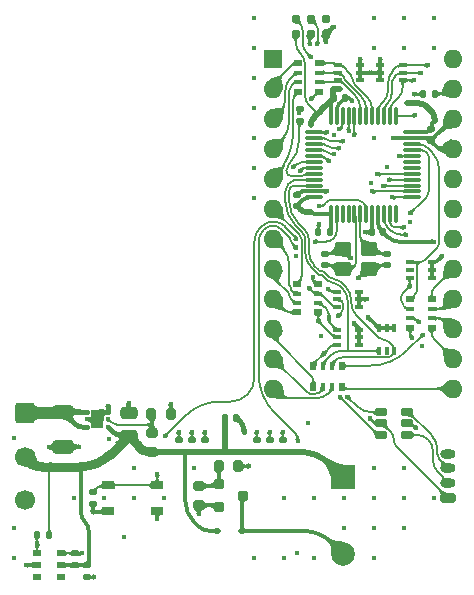
<source format=gbr>
%TF.GenerationSoftware,KiCad,Pcbnew,9.0.2*%
%TF.CreationDate,2025-08-18T09:53:05+06:00*%
%TF.ProjectId,hp3478a-ch32-ext,68703334-3738-4612-9d63-6833322d6578,rev?*%
%TF.SameCoordinates,Original*%
%TF.FileFunction,Copper,L1,Top*%
%TF.FilePolarity,Positive*%
%FSLAX46Y46*%
G04 Gerber Fmt 4.6, Leading zero omitted, Abs format (unit mm)*
G04 Created by KiCad (PCBNEW 9.0.2) date 2025-08-18 09:53:05*
%MOMM*%
%LPD*%
G01*
G04 APERTURE LIST*
G04 Aperture macros list*
%AMRoundRect*
0 Rectangle with rounded corners*
0 $1 Rounding radius*
0 $2 $3 $4 $5 $6 $7 $8 $9 X,Y pos of 4 corners*
0 Add a 4 corners polygon primitive as box body*
4,1,4,$2,$3,$4,$5,$6,$7,$8,$9,$2,$3,0*
0 Add four circle primitives for the rounded corners*
1,1,$1+$1,$2,$3*
1,1,$1+$1,$4,$5*
1,1,$1+$1,$6,$7*
1,1,$1+$1,$8,$9*
0 Add four rect primitives between the rounded corners*
20,1,$1+$1,$2,$3,$4,$5,0*
20,1,$1+$1,$4,$5,$6,$7,0*
20,1,$1+$1,$6,$7,$8,$9,0*
20,1,$1+$1,$8,$9,$2,$3,0*%
G04 Aperture macros list end*
%TA.AperFunction,SMDPad,CuDef*%
%ADD10R,1.050000X0.650000*%
%TD*%
%TA.AperFunction,ComponentPad*%
%ADD11RoundRect,0.250000X-0.600000X0.600000X-0.600000X-0.600000X0.600000X-0.600000X0.600000X0.600000X0*%
%TD*%
%TA.AperFunction,ComponentPad*%
%ADD12C,1.700000*%
%TD*%
%TA.AperFunction,SMDPad,CuDef*%
%ADD13RoundRect,0.250000X-0.650000X0.325000X-0.650000X-0.325000X0.650000X-0.325000X0.650000X0.325000X0*%
%TD*%
%TA.AperFunction,SMDPad,CuDef*%
%ADD14RoundRect,0.135000X0.185000X-0.135000X0.185000X0.135000X-0.185000X0.135000X-0.185000X-0.135000X0*%
%TD*%
%TA.AperFunction,SMDPad,CuDef*%
%ADD15R,0.800000X0.500000*%
%TD*%
%TA.AperFunction,SMDPad,CuDef*%
%ADD16R,0.800000X0.400000*%
%TD*%
%TA.AperFunction,SMDPad,CuDef*%
%ADD17RoundRect,0.140000X0.140000X0.170000X-0.140000X0.170000X-0.140000X-0.170000X0.140000X-0.170000X0*%
%TD*%
%TA.AperFunction,SMDPad,CuDef*%
%ADD18RoundRect,0.100000X-0.225000X-0.100000X0.225000X-0.100000X0.225000X0.100000X-0.225000X0.100000X0*%
%TD*%
%TA.AperFunction,SMDPad,CuDef*%
%ADD19RoundRect,0.200000X-0.250000X-0.200000X0.250000X-0.200000X0.250000X0.200000X-0.250000X0.200000X0*%
%TD*%
%TA.AperFunction,SMDPad,CuDef*%
%ADD20RoundRect,0.162500X0.367500X0.162500X-0.367500X0.162500X-0.367500X-0.162500X0.367500X-0.162500X0*%
%TD*%
%TA.AperFunction,SMDPad,CuDef*%
%ADD21RoundRect,0.250000X-0.450000X-0.350000X0.450000X-0.350000X0.450000X0.350000X-0.450000X0.350000X0*%
%TD*%
%TA.AperFunction,SMDPad,CuDef*%
%ADD22RoundRect,0.140000X-0.170000X0.140000X-0.170000X-0.140000X0.170000X-0.140000X0.170000X0.140000X0*%
%TD*%
%TA.AperFunction,SMDPad,CuDef*%
%ADD23RoundRect,0.200000X0.275000X-0.200000X0.275000X0.200000X-0.275000X0.200000X-0.275000X-0.200000X0*%
%TD*%
%TA.AperFunction,SMDPad,CuDef*%
%ADD24RoundRect,0.140000X0.170000X-0.140000X0.170000X0.140000X-0.170000X0.140000X-0.170000X-0.140000X0*%
%TD*%
%TA.AperFunction,SMDPad,CuDef*%
%ADD25RoundRect,0.135000X-0.135000X-0.185000X0.135000X-0.185000X0.135000X0.185000X-0.135000X0.185000X0*%
%TD*%
%TA.AperFunction,SMDPad,CuDef*%
%ADD26RoundRect,0.200000X0.200000X0.275000X-0.200000X0.275000X-0.200000X-0.275000X0.200000X-0.275000X0*%
%TD*%
%TA.AperFunction,SMDPad,CuDef*%
%ADD27RoundRect,0.093750X0.093750X0.106250X-0.093750X0.106250X-0.093750X-0.106250X0.093750X-0.106250X0*%
%TD*%
%TA.AperFunction,HeatsinkPad*%
%ADD28C,0.600000*%
%TD*%
%TA.AperFunction,HeatsinkPad*%
%ADD29R,1.000000X1.600000*%
%TD*%
%TA.AperFunction,SMDPad,CuDef*%
%ADD30R,0.500000X0.800000*%
%TD*%
%TA.AperFunction,SMDPad,CuDef*%
%ADD31R,0.400000X0.800000*%
%TD*%
%TA.AperFunction,ComponentPad*%
%ADD32RoundRect,0.200000X0.450000X-0.200000X0.450000X0.200000X-0.450000X0.200000X-0.450000X-0.200000X0*%
%TD*%
%TA.AperFunction,ComponentPad*%
%ADD33O,1.300000X0.800000*%
%TD*%
%TA.AperFunction,SMDPad,CuDef*%
%ADD34RoundRect,0.075000X0.075000X-0.662500X0.075000X0.662500X-0.075000X0.662500X-0.075000X-0.662500X0*%
%TD*%
%TA.AperFunction,SMDPad,CuDef*%
%ADD35RoundRect,0.075000X0.662500X-0.075000X0.662500X0.075000X-0.662500X0.075000X-0.662500X-0.075000X0*%
%TD*%
%TA.AperFunction,SMDPad,CuDef*%
%ADD36RoundRect,0.100000X0.225000X0.100000X-0.225000X0.100000X-0.225000X-0.100000X0.225000X-0.100000X0*%
%TD*%
%TA.AperFunction,SMDPad,CuDef*%
%ADD37RoundRect,0.100000X-0.100000X0.225000X-0.100000X-0.225000X0.100000X-0.225000X0.100000X0.225000X0*%
%TD*%
%TA.AperFunction,SMDPad,CuDef*%
%ADD38RoundRect,0.135000X0.135000X0.185000X-0.135000X0.185000X-0.135000X-0.185000X0.135000X-0.185000X0*%
%TD*%
%TA.AperFunction,ComponentPad*%
%ADD39R,1.600000X1.600000*%
%TD*%
%TA.AperFunction,ComponentPad*%
%ADD40O,1.600000X1.600000*%
%TD*%
%TA.AperFunction,SMDPad,CuDef*%
%ADD41RoundRect,0.140000X-0.140000X-0.170000X0.140000X-0.170000X0.140000X0.170000X-0.140000X0.170000X0*%
%TD*%
%TA.AperFunction,ConnectorPad*%
%ADD42C,0.787400*%
%TD*%
%TA.AperFunction,ComponentPad*%
%ADD43R,2.000000X2.000000*%
%TD*%
%TA.AperFunction,ComponentPad*%
%ADD44C,2.000000*%
%TD*%
%TA.AperFunction,SMDPad,CuDef*%
%ADD45RoundRect,0.200000X-0.200000X-0.275000X0.200000X-0.275000X0.200000X0.275000X-0.200000X0.275000X0*%
%TD*%
%TA.AperFunction,SMDPad,CuDef*%
%ADD46RoundRect,0.250000X0.475000X-0.250000X0.475000X0.250000X-0.475000X0.250000X-0.475000X-0.250000X0*%
%TD*%
%TA.AperFunction,SMDPad,CuDef*%
%ADD47RoundRect,0.112500X-0.187500X-0.112500X0.187500X-0.112500X0.187500X0.112500X-0.187500X0.112500X0*%
%TD*%
%TA.AperFunction,ViaPad*%
%ADD48C,0.450000*%
%TD*%
%TA.AperFunction,Conductor*%
%ADD49C,0.300000*%
%TD*%
%TA.AperFunction,Conductor*%
%ADD50C,0.160000*%
%TD*%
%TA.AperFunction,Conductor*%
%ADD51C,0.400000*%
%TD*%
%TA.AperFunction,Conductor*%
%ADD52C,1.000000*%
%TD*%
%TA.AperFunction,Conductor*%
%ADD53C,0.500000*%
%TD*%
%TA.AperFunction,Conductor*%
%ADD54C,0.800000*%
%TD*%
G04 APERTURE END LIST*
D10*
%TO.P,SW1,1,1*%
%TO.N,/nRST*%
X37025000Y-79125000D03*
X41175000Y-79125000D03*
%TO.P,SW1,2,2*%
%TO.N,GND*%
X37025000Y-81275000D03*
X41175000Y-81275000D03*
%TD*%
D11*
%TO.P,J2,1,Pin_1*%
%TO.N,VCC*%
X30000000Y-73000000D03*
D12*
%TO.P,J2,2,Pin_2*%
%TO.N,VDD*%
X30000000Y-76700000D03*
%TO.P,J2,3,Pin_3*%
%TO.N,GND*%
X30000000Y-80400000D03*
%TD*%
D13*
%TO.P,C1,1*%
%TO.N,VCC*%
X33200000Y-72925000D03*
%TO.P,C1,2*%
%TO.N,GND*%
X33200000Y-75875000D03*
%TD*%
D14*
%TO.P,R9,1*%
%TO.N,VDD*%
X51800000Y-76310000D03*
%TO.P,R9,2*%
%TO.N,/CARD_DET*%
X51800000Y-75290000D03*
%TD*%
D15*
%TO.P,RN4,1,R1.1*%
%TO.N,Net-(J1-DIO6)*%
X64400000Y-65800000D03*
D16*
%TO.P,RN4,2,R2.1*%
%TO.N,Net-(J1-DIO7)*%
X64400000Y-65000000D03*
%TO.P,RN4,3,R3.1*%
%TO.N,Net-(J1-DIO8)*%
X64400000Y-64200000D03*
D15*
%TO.P,RN4,4,R4.1*%
%TO.N,Net-(J1-REN)*%
X64400000Y-63400000D03*
%TO.P,RN4,5,R4.2*%
%TO.N,/REN*%
X62600000Y-63400000D03*
D16*
%TO.P,RN4,6,R3.2*%
%TO.N,/DIO8*%
X62600000Y-64200000D03*
%TO.P,RN4,7,R2.2*%
%TO.N,/DIO7*%
X62600000Y-65000000D03*
D15*
%TO.P,RN4,8,R1.2*%
%TO.N,/DIO6*%
X62600000Y-65800000D03*
%TD*%
D17*
%TO.P,C7,1*%
%TO.N,VDD*%
X60280000Y-57700000D03*
%TO.P,C7,2*%
%TO.N,GND*%
X59320000Y-57700000D03*
%TD*%
D15*
%TO.P,RN1,1,R1.1*%
%TO.N,Net-(J1-ATN)*%
X53100000Y-43400000D03*
D16*
%TO.P,RN1,2,R2.1*%
%TO.N,Net-(J1-SRQ)*%
X53100000Y-44200000D03*
%TO.P,RN1,3,R3.1*%
%TO.N,Net-(J1-IFC)*%
X53100000Y-45000000D03*
D15*
%TO.P,RN1,4,R4.1*%
%TO.N,Net-(J1-NDAC)*%
X53100000Y-45800000D03*
%TO.P,RN1,5,R4.2*%
%TO.N,/NDAC*%
X54900000Y-45800000D03*
D16*
%TO.P,RN1,6,R3.2*%
%TO.N,/IFC*%
X54900000Y-45000000D03*
%TO.P,RN1,7,R2.2*%
%TO.N,/SRQ*%
X54900000Y-44200000D03*
D15*
%TO.P,RN1,8,R1.2*%
%TO.N,/ATN*%
X54900000Y-43400000D03*
%TD*%
%TO.P,U3,1*%
%TO.N,unconnected-(U3-Pad1)*%
X33000000Y-86900000D03*
%TO.P,U3,2,VDD*%
%TO.N,VDD*%
X33000000Y-85900000D03*
%TO.P,U3,3,SCL*%
%TO.N,/I2C_SCL*%
X33000000Y-84900000D03*
%TO.P,U3,4,SDA*%
%TO.N,/I2C_SDA*%
X31000000Y-84900000D03*
%TO.P,U3,5,GND*%
%TO.N,GND*%
X31000000Y-85900000D03*
%TO.P,U3,6*%
%TO.N,unconnected-(U3-Pad6)*%
X31000000Y-86900000D03*
%TD*%
D18*
%TO.P,D6,1,A1*%
%TO.N,GND*%
X60050000Y-43550000D03*
%TO.P,D6,2,A2*%
X60050000Y-44200000D03*
%TO.P,D6,3,A3*%
X60050000Y-44850000D03*
%TO.P,D6,4,K3*%
%TO.N,/DIO7*%
X61950000Y-44850000D03*
%TO.P,D6,5,K2*%
%TO.N,/DIO6*%
X61950000Y-44200000D03*
%TO.P,D6,6,K1*%
%TO.N,/DIO5*%
X61950000Y-43550000D03*
%TD*%
D19*
%TO.P,Q1,1,G*%
%TO.N,Net-(Q1-G)*%
X46400000Y-79050000D03*
%TO.P,Q1,2,S*%
%TO.N,GND*%
X46400000Y-80950000D03*
%TO.P,Q1,3,D*%
%TO.N,Net-(BZ1--)*%
X48400000Y-80000000D03*
%TD*%
D20*
%TO.P,D8,1,L1*%
%TO.N,/USB_IN_D_N*%
X62300000Y-74850000D03*
%TO.P,D8,2,VN*%
%TO.N,GND*%
X62300000Y-73900000D03*
%TO.P,D8,3,L2*%
%TO.N,/USB_IN_D_P*%
X62300000Y-72950000D03*
%TO.P,D8,4,L2*%
%TO.N,/USBFS_DP*%
X60100000Y-72950000D03*
%TO.P,D8,5,VP*%
%TO.N,/VBUS*%
X60100000Y-73900000D03*
%TO.P,D8,6,L1*%
%TO.N,/USBFS_DN*%
X60100000Y-74850000D03*
%TD*%
D21*
%TO.P,Y1,1,1*%
%TO.N,Net-(U1-OSC_IN)*%
X56900000Y-60850000D03*
%TO.P,Y1,2,2*%
%TO.N,GND*%
X59100000Y-60850000D03*
%TO.P,Y1,3,3*%
%TO.N,Net-(U1-OSC_OUT)*%
X59100000Y-59150000D03*
%TO.P,Y1,4,4*%
%TO.N,GND*%
X56900000Y-59150000D03*
%TD*%
D22*
%TO.P,C9,1*%
%TO.N,VDD*%
X35200000Y-85920000D03*
%TO.P,C9,2*%
%TO.N,GND*%
X35200000Y-86880000D03*
%TD*%
D23*
%TO.P,R1,1*%
%TO.N,VDD*%
X40750000Y-76325000D03*
%TO.P,R1,2*%
%TO.N,Net-(U2-FB)*%
X40750000Y-74675000D03*
%TD*%
D24*
%TO.P,C4,1*%
%TO.N,VDD*%
X52990000Y-55480000D03*
%TO.P,C4,2*%
%TO.N,GND*%
X52990000Y-54520000D03*
%TD*%
D14*
%TO.P,R6,1*%
%TO.N,VDD*%
X45200000Y-76310000D03*
%TO.P,R6,2*%
%TO.N,/SPI1_MOSI*%
X45200000Y-75290000D03*
%TD*%
D25*
%TO.P,R14,1*%
%TO.N,/BOOT1*%
X63700000Y-46000000D03*
%TO.P,R14,2*%
%TO.N,GND*%
X64720000Y-46000000D03*
%TD*%
D26*
%TO.P,R3,1*%
%TO.N,/BUZZ*%
X48025000Y-77500000D03*
%TO.P,R3,2*%
%TO.N,Net-(Q1-G)*%
X46375000Y-77500000D03*
%TD*%
D27*
%TO.P,U2,1,OUT*%
%TO.N,VDD*%
X37000000Y-74200000D03*
%TO.P,U2,2,FB*%
%TO.N,Net-(U2-FB)*%
X37000000Y-73550000D03*
%TO.P,U2,3,GND*%
%TO.N,GND*%
X37000000Y-72900000D03*
%TO.P,U2,4,EN*%
%TO.N,VCC*%
X35225000Y-72900000D03*
%TO.P,U2,5,GND*%
%TO.N,GND*%
X35225000Y-73550000D03*
%TO.P,U2,6,IN*%
%TO.N,VCC*%
X35225000Y-74200000D03*
D28*
%TO.P,U2,7,PAD*%
%TO.N,GND*%
X36112500Y-74050000D03*
D29*
X36112500Y-73550000D03*
D28*
X36112500Y-73050000D03*
%TD*%
D30*
%TO.P,RN3,1,R1.1*%
%TO.N,Net-(J1-DIO3)*%
X54400000Y-70800000D03*
D31*
%TO.P,RN3,2,R2.1*%
%TO.N,Net-(J1-DIO2)*%
X55200000Y-70800000D03*
%TO.P,RN3,3,R3.1*%
%TO.N,Net-(J1-DIO1)*%
X56000000Y-70800000D03*
D30*
%TO.P,RN3,4,R4.1*%
%TO.N,Net-(J1-DIO5)*%
X56800000Y-70800000D03*
%TO.P,RN3,5,R4.2*%
%TO.N,/DIO5*%
X56800000Y-69000000D03*
D31*
%TO.P,RN3,6,R3.2*%
%TO.N,/DIO1*%
X56000000Y-69000000D03*
%TO.P,RN3,7,R2.2*%
%TO.N,/DIO2*%
X55200000Y-69000000D03*
D30*
%TO.P,RN3,8,R1.2*%
%TO.N,/DIO3*%
X54400000Y-69000000D03*
%TD*%
D22*
%TO.P,C8,1*%
%TO.N,/nRST*%
X35700000Y-79720000D03*
%TO.P,C8,2*%
%TO.N,GND*%
X35700000Y-80680000D03*
%TD*%
D32*
%TO.P,J4,1,Pin_1*%
%TO.N,/VBUS*%
X65755000Y-80200000D03*
D33*
%TO.P,J4,2,Pin_2*%
%TO.N,/USB_IN_D_N*%
X65755000Y-78950000D03*
%TO.P,J4,3,Pin_3*%
%TO.N,/USB_IN_D_P*%
X65755000Y-77700000D03*
%TO.P,J4,4,Pin_4*%
%TO.N,GND*%
X65755000Y-76450000D03*
%TD*%
D14*
%TO.P,R8,1*%
%TO.N,VDD*%
X50700000Y-76310000D03*
%TO.P,R8,2*%
%TO.N,Net-(J5-DAT1)*%
X50700000Y-75290000D03*
%TD*%
D23*
%TO.P,R4,1*%
%TO.N,GND*%
X44700000Y-80825000D03*
%TO.P,R4,2*%
%TO.N,Net-(Q1-G)*%
X44700000Y-79175000D03*
%TD*%
D14*
%TO.P,R10,1*%
%TO.N,VDD*%
X43000000Y-76310000D03*
%TO.P,R10,2*%
%TO.N,Net-(J5-DAT2)*%
X43000000Y-75290000D03*
%TD*%
D34*
%TO.P,U1,1,VBAT*%
%TO.N,VDD*%
X55870000Y-56162500D03*
%TO.P,U1,2,PC13*%
%TO.N,/BUZZ*%
X56370000Y-56162500D03*
%TO.P,U1,3,PC14*%
%TO.N,unconnected-(U1-PC14-Pad3)*%
X56870000Y-56162500D03*
%TO.P,U1,4,PC15*%
%TO.N,unconnected-(U1-PC15-Pad4)*%
X57370000Y-56162500D03*
%TO.P,U1,5,OSC_IN*%
%TO.N,Net-(U1-OSC_IN)*%
X57870000Y-56162500D03*
%TO.P,U1,6,OSC_OUT*%
%TO.N,Net-(U1-OSC_OUT)*%
X58370000Y-56162500D03*
%TO.P,U1,7,~{RST}*%
%TO.N,/nRST*%
X58870000Y-56162500D03*
%TO.P,U1,8,VSSA*%
%TO.N,GND*%
X59370000Y-56162500D03*
%TO.P,U1,9,VDDA*%
%TO.N,VDD*%
X59870000Y-56162500D03*
%TO.P,U1,10,PA0*%
%TO.N,/I2C_SCL*%
X60370000Y-56162500D03*
%TO.P,U1,11,PA1*%
%TO.N,/I2C_SDA*%
X60870000Y-56162500D03*
%TO.P,U1,12,PA2*%
%TO.N,unconnected-(U1-PA2-Pad12)*%
X61370000Y-56162500D03*
D35*
%TO.P,U1,13,PA3*%
%TO.N,/CARD_DET*%
X62782500Y-54750000D03*
%TO.P,U1,14,PA4*%
%TO.N,/SPI1_NSS*%
X62782500Y-54250000D03*
%TO.P,U1,15,PA5*%
%TO.N,/SPI1_SCK*%
X62782500Y-53750000D03*
%TO.P,U1,16,PA6*%
%TO.N,/SPI1_MISO*%
X62782500Y-53250000D03*
%TO.P,U1,17,PA7*%
%TO.N,/SPI1_MOSI*%
X62782500Y-52750000D03*
%TO.P,U1,18,PB0*%
%TO.N,unconnected-(U1-PB0-Pad18)*%
X62782500Y-52250000D03*
%TO.P,U1,19,PB1*%
%TO.N,unconnected-(U1-PB1-Pad19)*%
X62782500Y-51750000D03*
%TO.P,U1,20,PB2*%
%TO.N,/BOOT1*%
X62782500Y-51250000D03*
%TO.P,U1,21,PB10*%
%TO.N,/VBUS*%
X62782500Y-50750000D03*
%TO.P,U1,22,PB11*%
%TO.N,/REN*%
X62782500Y-50250000D03*
%TO.P,U1,23,VSS*%
%TO.N,GND*%
X62782500Y-49750000D03*
%TO.P,U1,24,VDD_VIO*%
%TO.N,VDD*%
X62782500Y-49250000D03*
D34*
%TO.P,U1,25,PB12*%
%TO.N,/DIO8*%
X61370000Y-47837500D03*
%TO.P,U1,26,PB13*%
%TO.N,/DIO7*%
X60870000Y-47837500D03*
%TO.P,U1,27,PB14*%
%TO.N,/DIO6*%
X60370000Y-47837500D03*
%TO.P,U1,28,PB15*%
%TO.N,/DIO5*%
X59870000Y-47837500D03*
%TO.P,U1,29,PA8*%
%TO.N,/ATN*%
X59370000Y-47837500D03*
%TO.P,U1,30,PA9*%
%TO.N,/SRQ*%
X58870000Y-47837500D03*
%TO.P,U1,31,PA10*%
%TO.N,/IFC*%
X58370000Y-47837500D03*
%TO.P,U1,32,PA11*%
%TO.N,/NDAC*%
X57870000Y-47837500D03*
%TO.P,U1,33,PA12*%
%TO.N,/NRFD*%
X57370000Y-47837500D03*
%TO.P,U1,34,SWDIO*%
%TO.N,/SWDIO*%
X56870000Y-47837500D03*
%TO.P,U1,35,VSS*%
%TO.N,GND*%
X56370000Y-47837500D03*
%TO.P,U1,36,VDD*%
%TO.N,VDD*%
X55870000Y-47837500D03*
D35*
%TO.P,U1,37,SWCLK*%
%TO.N,/SWCLK*%
X54457500Y-49250000D03*
%TO.P,U1,38,PA15*%
%TO.N,/DAV*%
X54457500Y-49750000D03*
%TO.P,U1,39,PB3*%
%TO.N,/EOI*%
X54457500Y-50250000D03*
%TO.P,U1,40,PB4*%
%TO.N,/DIO4*%
X54457500Y-50750000D03*
%TO.P,U1,41,PB5*%
%TO.N,/DIO3*%
X54457500Y-51250000D03*
%TO.P,U1,42,PB6*%
%TO.N,/USBFS_DN*%
X54457500Y-51750000D03*
%TO.P,U1,43,PB7*%
%TO.N,/USBFS_DP*%
X54457500Y-52250000D03*
%TO.P,U1,44,BOOT0*%
%TO.N,/BOOT0*%
X54457500Y-52750000D03*
%TO.P,U1,45,PB8*%
%TO.N,/DIO2*%
X54457500Y-53250000D03*
%TO.P,U1,46,PB9*%
%TO.N,/DIO1*%
X54457500Y-53750000D03*
%TO.P,U1,47,VSS*%
%TO.N,GND*%
X54457500Y-54250000D03*
%TO.P,U1,48,VDD*%
%TO.N,VDD*%
X54457500Y-54750000D03*
%TD*%
D22*
%TO.P,C12,1*%
%TO.N,GND*%
X55400000Y-59520000D03*
%TO.P,C12,2*%
%TO.N,Net-(U1-OSC_IN)*%
X55400000Y-60480000D03*
%TD*%
D15*
%TO.P,RN2,1,R1.1*%
%TO.N,Net-(J1-NRFD)*%
X53000000Y-62100000D03*
D16*
%TO.P,RN2,2,R2.1*%
%TO.N,Net-(J1-DAV)*%
X53000000Y-62900000D03*
%TO.P,RN2,3,R3.1*%
%TO.N,Net-(J1-EOI)*%
X53000000Y-63700000D03*
D15*
%TO.P,RN2,4,R4.1*%
%TO.N,Net-(J1-DIO4)*%
X53000000Y-64500000D03*
%TO.P,RN2,5,R4.2*%
%TO.N,/DIO4*%
X54800000Y-64500000D03*
D16*
%TO.P,RN2,6,R3.2*%
%TO.N,/EOI*%
X54800000Y-63700000D03*
%TO.P,RN2,7,R2.2*%
%TO.N,/DAV*%
X54800000Y-62900000D03*
D15*
%TO.P,RN2,8,R1.2*%
%TO.N,/NRFD*%
X54800000Y-62100000D03*
%TD*%
D22*
%TO.P,C6,1*%
%TO.N,VDD*%
X64340000Y-48990000D03*
%TO.P,C6,2*%
%TO.N,GND*%
X64340000Y-49950000D03*
%TD*%
D14*
%TO.P,R5,1*%
%TO.N,VDD*%
X44100000Y-76310000D03*
%TO.P,R5,2*%
%TO.N,/SPI1_NSS*%
X44100000Y-75290000D03*
%TD*%
D36*
%TO.P,D7,1,A1*%
%TO.N,GND*%
X64450000Y-61550000D03*
%TO.P,D7,2,A2*%
X64450000Y-60900000D03*
%TO.P,D7,3,A3*%
X64450000Y-60250000D03*
%TO.P,D7,4,K3*%
%TO.N,/REN*%
X62550000Y-60250000D03*
%TO.P,D7,5,K2*%
%TO.N,unconnected-(D7-K2-Pad5)*%
X62550000Y-60900000D03*
%TO.P,D7,6,K1*%
%TO.N,/DIO8*%
X62550000Y-61550000D03*
%TD*%
D17*
%TO.P,C3,1*%
%TO.N,VDD*%
X55780000Y-57700000D03*
%TO.P,C3,2*%
%TO.N,GND*%
X54820000Y-57700000D03*
%TD*%
D37*
%TO.P,D5,1,A1*%
%TO.N,GND*%
X61250000Y-65850000D03*
%TO.P,D5,2,A2*%
X60600000Y-65850000D03*
%TO.P,D5,3,A3*%
X59950000Y-65850000D03*
%TO.P,D5,4,K3*%
%TO.N,/DIO2*%
X59950000Y-67750000D03*
%TO.P,D5,5,K2*%
%TO.N,unconnected-(D5-K2-Pad5)*%
X60600000Y-67750000D03*
%TO.P,D5,6,K1*%
%TO.N,/DIO1*%
X61250000Y-67750000D03*
%TD*%
D22*
%TO.P,C11,1*%
%TO.N,Net-(U1-OSC_OUT)*%
X60600000Y-59520000D03*
%TO.P,C11,2*%
%TO.N,GND*%
X60600000Y-60480000D03*
%TD*%
D38*
%TO.P,R12,1*%
%TO.N,VDD*%
X32010000Y-83300000D03*
%TO.P,R12,2*%
%TO.N,/I2C_SDA*%
X30990000Y-83300000D03*
%TD*%
D39*
%TO.P,J1,1,SHIELD*%
%TO.N,unconnected-(J1-SHIELD-Pad1)*%
X51000000Y-43000000D03*
D40*
%TO.P,J1,2,ATN*%
%TO.N,Net-(J1-ATN)*%
X51000000Y-45540000D03*
%TO.P,J1,3,SRQ*%
%TO.N,Net-(J1-SRQ)*%
X51000000Y-48080000D03*
%TO.P,J1,4,IFC*%
%TO.N,Net-(J1-IFC)*%
X51000000Y-50620000D03*
%TO.P,J1,5,NDAC*%
%TO.N,Net-(J1-NDAC)*%
X51000000Y-53160000D03*
%TO.P,J1,6,NRFD*%
%TO.N,Net-(J1-NRFD)*%
X51000000Y-55700000D03*
%TO.P,J1,7,DAV*%
%TO.N,Net-(J1-DAV)*%
X51000000Y-58240000D03*
%TO.P,J1,8,EOI*%
%TO.N,Net-(J1-EOI)*%
X51000000Y-60780000D03*
%TO.P,J1,9,DIO4*%
%TO.N,Net-(J1-DIO4)*%
X51000000Y-63320000D03*
%TO.P,J1,10,DIO3*%
%TO.N,Net-(J1-DIO3)*%
X51000000Y-65860000D03*
%TO.P,J1,11,DIO2*%
%TO.N,Net-(J1-DIO2)*%
X51000000Y-68400000D03*
%TO.P,J1,12,DIO1*%
%TO.N,Net-(J1-DIO1)*%
X51000000Y-70940000D03*
%TO.P,J1,13,DIO5*%
%TO.N,Net-(J1-DIO5)*%
X66240000Y-70940000D03*
%TO.P,J1,14,DIO6*%
%TO.N,Net-(J1-DIO6)*%
X66240000Y-68400000D03*
%TO.P,J1,15,DIO7*%
%TO.N,Net-(J1-DIO7)*%
X66240000Y-65860000D03*
%TO.P,J1,16,DIO8*%
%TO.N,Net-(J1-DIO8)*%
X66240000Y-63320000D03*
%TO.P,J1,17,REN*%
%TO.N,Net-(J1-REN)*%
X66240000Y-60780000D03*
%TO.P,J1,18,G_DAV*%
%TO.N,GND*%
X66240000Y-58240000D03*
%TO.P,J1,19,G_NRFD*%
X66240000Y-55700000D03*
%TO.P,J1,20,G_NDAC*%
X66240000Y-53160000D03*
%TO.P,J1,21,G_IFC*%
X66240000Y-50620000D03*
%TO.P,J1,22,G_SRQ*%
X66240000Y-48080000D03*
%TO.P,J1,23,G_ATN*%
X66240000Y-45540000D03*
%TO.P,J1,24,G_SIG*%
X66240000Y-43000000D03*
%TD*%
D41*
%TO.P,C10,1*%
%TO.N,VDD*%
X46920000Y-73400000D03*
%TO.P,C10,2*%
%TO.N,GND*%
X47880000Y-73400000D03*
%TD*%
D14*
%TO.P,R11,1*%
%TO.N,VDD*%
X34200000Y-85910000D03*
%TO.P,R11,2*%
%TO.N,/I2C_SCL*%
X34200000Y-84890000D03*
%TD*%
D42*
%TO.P,DEBUG,1,VCC*%
%TO.N,VDD*%
X52890000Y-40919000D03*
%TO.P,DEBUG,2,SWDIO*%
%TO.N,/SWDIO*%
X52890000Y-39649000D03*
%TO.P,DEBUG,3,~{RESET}*%
%TO.N,/nRST*%
X54160000Y-40919000D03*
%TO.P,DEBUG,4,SWCLK*%
%TO.N,/SWCLK*%
X54160000Y-39649000D03*
%TO.P,DEBUG,5,GND*%
%TO.N,GND*%
X55430000Y-40919000D03*
%TO.P,DEBUG,6,SWO*%
%TO.N,unconnected-(J6-SWO-Pad6)*%
X55430000Y-39649000D03*
%TD*%
D43*
%TO.P,BZ1,1,+*%
%TO.N,VDD*%
X56900000Y-78450000D03*
D44*
%TO.P,BZ1,2,-*%
%TO.N,Net-(BZ1--)*%
X56900000Y-84950000D03*
%TD*%
D14*
%TO.P,R7,1*%
%TO.N,VDD*%
X49600000Y-76310000D03*
%TO.P,R7,2*%
%TO.N,/SPI1_MISO*%
X49600000Y-75290000D03*
%TD*%
D36*
%TO.P,D4,1,A1*%
%TO.N,GND*%
X58250000Y-67250000D03*
%TO.P,D4,2,A2*%
X58250000Y-66600000D03*
%TO.P,D4,3,A3*%
X58250000Y-65950000D03*
%TO.P,D4,4,K3*%
%TO.N,/EOI*%
X56350000Y-65950000D03*
%TO.P,D4,5,K2*%
%TO.N,/DIO4*%
X56350000Y-66600000D03*
%TO.P,D4,6,K1*%
%TO.N,/DIO3*%
X56350000Y-67250000D03*
%TD*%
%TO.P,D2,1,A1*%
%TO.N,GND*%
X58350000Y-44850000D03*
%TO.P,D2,2,A2*%
X58350000Y-44200000D03*
%TO.P,D2,3,A3*%
X58350000Y-43550000D03*
%TO.P,D2,4,K3*%
%TO.N,/ATN*%
X56450000Y-43550000D03*
%TO.P,D2,5,K2*%
%TO.N,/SRQ*%
X56450000Y-44200000D03*
%TO.P,D2,6,K1*%
%TO.N,/IFC*%
X56450000Y-44850000D03*
%TD*%
D45*
%TO.P,R2,1*%
%TO.N,Net-(U2-FB)*%
X40675000Y-73100000D03*
%TO.P,R2,2*%
%TO.N,GND*%
X42325000Y-73100000D03*
%TD*%
D46*
%TO.P,C2,1*%
%TO.N,VDD*%
X38750000Y-74950000D03*
%TO.P,C2,2*%
%TO.N,GND*%
X38750000Y-73050000D03*
%TD*%
D41*
%TO.P,C5,1*%
%TO.N,VDD*%
X56120000Y-46300000D03*
%TO.P,C5,2*%
%TO.N,GND*%
X57080000Y-46300000D03*
%TD*%
D36*
%TO.P,D3,1,A1*%
%TO.N,GND*%
X58250000Y-64050000D03*
%TO.P,D3,2,A2*%
X58250000Y-63400000D03*
%TO.P,D3,3,A3*%
X58250000Y-62750000D03*
%TO.P,D3,4,K3*%
%TO.N,/NDAC*%
X56350000Y-62750000D03*
%TO.P,D3,5,K2*%
%TO.N,/NRFD*%
X56350000Y-63400000D03*
%TO.P,D3,6,K1*%
%TO.N,/DAV*%
X56350000Y-64050000D03*
%TD*%
D14*
%TO.P,R13,1*%
%TO.N,/BOOT0*%
X53300000Y-48310000D03*
%TO.P,R13,2*%
%TO.N,GND*%
X53300000Y-47290000D03*
%TD*%
D47*
%TO.P,D1,1,K*%
%TO.N,VDD*%
X46250000Y-83000000D03*
%TO.P,D1,2,A*%
%TO.N,Net-(BZ1--)*%
X48350000Y-83000000D03*
%TD*%
D48*
%TO.N,GND*%
X61145000Y-49750000D03*
X52925000Y-59700000D03*
X55000000Y-66500000D03*
X63600000Y-67300000D03*
X60600000Y-52200000D03*
X62600000Y-56850000D03*
X56160000Y-49495000D03*
X59300000Y-53500000D03*
X39200000Y-80180000D03*
X49360000Y-54780000D03*
X53978145Y-73878145D03*
X34120000Y-80180000D03*
X49360000Y-85260000D03*
X59520000Y-42080000D03*
X41740000Y-80180000D03*
X59520000Y-80180000D03*
X58200000Y-61600000D03*
X49360000Y-42080000D03*
X57800000Y-65400000D03*
X54440000Y-80180000D03*
X37050000Y-75250000D03*
X62060000Y-82720000D03*
X56100000Y-40300000D03*
X59520000Y-85260000D03*
X29040000Y-85260000D03*
X58800000Y-57700000D03*
X63100000Y-74300000D03*
X44280000Y-77640000D03*
X38750000Y-72150000D03*
X59520000Y-82720000D03*
X54863734Y-57013734D03*
X59520000Y-77640000D03*
X56980000Y-82720000D03*
X58350000Y-43000000D03*
X37000000Y-72400000D03*
X49360000Y-49700000D03*
X34575000Y-75875000D03*
X54440000Y-85260000D03*
X65300000Y-59700000D03*
X62060000Y-80180000D03*
X49360000Y-47160000D03*
X44700000Y-81600000D03*
X48484968Y-74584968D03*
X49360000Y-39540000D03*
X29040000Y-82720000D03*
X39200000Y-77640000D03*
X64600000Y-80180000D03*
X49360000Y-44620000D03*
X55430000Y-41630000D03*
X35700000Y-81400000D03*
X58900000Y-63400000D03*
X51900000Y-85260000D03*
X49360000Y-52240000D03*
X64600000Y-39540000D03*
X59000000Y-64900000D03*
X51900000Y-80180000D03*
X52984968Y-84900000D03*
X59200000Y-44200000D03*
X38378145Y-83478145D03*
X62060000Y-39540000D03*
X32000000Y-75900000D03*
X55550000Y-54250000D03*
X59520000Y-49700000D03*
X35850000Y-86900000D03*
X56980000Y-80180000D03*
X64600000Y-42080000D03*
X41175000Y-81975000D03*
X57700000Y-46600000D03*
X59520000Y-39540000D03*
X60050000Y-43000000D03*
X53200000Y-47600000D03*
X30100000Y-85900000D03*
X62060000Y-77640000D03*
X57545001Y-59902389D03*
X62060000Y-42080000D03*
X36660000Y-80180000D03*
X29040000Y-75100000D03*
X42325000Y-72225000D03*
%TO.N,/EOI*%
X56600000Y-50600000D03*
X55705118Y-64950000D03*
%TO.N,/DIO7*%
X63334000Y-65300000D03*
X62900000Y-44850000D03*
%TO.N,/DIO5*%
X63671734Y-66371734D03*
X64100000Y-43550000D03*
%TO.N,/DIO6*%
X62750000Y-66650000D03*
X63500000Y-44200000D03*
%TO.N,/DIO8*%
X62550000Y-62250000D03*
X63023000Y-47800000D03*
%TO.N,/DAV*%
X54000000Y-62400000D03*
X56915000Y-50000000D03*
%TO.N,/DIO3*%
X55700000Y-51700000D03*
X55275000Y-67975000D03*
%TO.N,/BUZZ*%
X54508356Y-58508356D03*
X52934000Y-59000000D03*
X48950000Y-77500000D03*
X53050000Y-75350000D03*
%TO.N,/DIO4*%
X54802062Y-65197938D03*
X56175734Y-51055000D03*
%TO.N,/NDAC*%
X55600000Y-62500000D03*
X57870000Y-49500000D03*
X54200000Y-46400000D03*
%TO.N,/NRFD*%
X57370000Y-49100000D03*
X56500000Y-64800000D03*
X54342158Y-61474626D03*
%TO.N,/USBFS_DP*%
X57277280Y-71622720D03*
X53300000Y-52500000D03*
%TO.N,/USBFS_DN*%
X56655546Y-71644454D03*
X52700000Y-52200000D03*
%TO.N,/SPI1_SCK*%
X60300000Y-53800000D03*
%TO.N,/I2C_SCL*%
X62255000Y-57900000D03*
X34800000Y-84900000D03*
%TO.N,VDD*%
X56050000Y-45550000D03*
X64600000Y-58500000D03*
X46920000Y-74600000D03*
X46920000Y-75400000D03*
X56650000Y-45550000D03*
X54200000Y-56000000D03*
X64650000Y-48300000D03*
X62350000Y-46800000D03*
X54200000Y-48599999D03*
%TO.N,/nRST*%
X41175000Y-78200000D03*
X41800000Y-75000000D03*
X54850000Y-55500000D03*
X52934000Y-58300000D03*
X54063621Y-41800000D03*
%TO.N,/VBUS*%
X62600000Y-56100000D03*
X59150000Y-73450000D03*
%TO.N,/SPI1_MISO*%
X49600000Y-74600000D03*
X60756000Y-53249000D03*
%TO.N,/SWDIO*%
X56600000Y-49000000D03*
X54186379Y-42886379D03*
%TO.N,/SWCLK*%
X54700000Y-41800000D03*
X55543933Y-49250000D03*
%TO.N,/BOOT1*%
X62910000Y-46010000D03*
X61650000Y-51250000D03*
%TO.N,/SPI1_NSS*%
X59350000Y-54250000D03*
X44100000Y-74600000D03*
%TO.N,/SPI1_MOSI*%
X59811000Y-52811000D03*
X45200000Y-74600000D03*
%TO.N,/I2C_SDA*%
X62100000Y-57300000D03*
X31000000Y-84100000D03*
%TO.N,/CARD_DET*%
X51800000Y-74600000D03*
X61050000Y-54755000D03*
%TO.N,Net-(J5-DAT2)*%
X43000000Y-74600000D03*
%TO.N,Net-(J5-DAT1)*%
X50700000Y-74600000D03*
%TD*%
D49*
%TO.N,GND*%
X62782500Y-49750000D02*
X61145000Y-49750000D01*
X41175000Y-81328750D02*
X41175000Y-81341250D01*
D50*
X56715000Y-59335000D02*
X56862032Y-59187967D01*
D49*
X35700000Y-81400000D02*
X35700000Y-80680000D01*
D51*
X36187500Y-72975000D02*
X36112500Y-73050000D01*
D49*
X59200000Y-44200000D02*
X60050000Y-44200000D01*
D50*
X59731629Y-60480000D02*
X60600000Y-60480000D01*
X56268370Y-59520000D02*
X55400000Y-59520000D01*
X54863734Y-57013734D02*
X54863734Y-57155341D01*
D49*
X55430000Y-41630000D02*
X55430000Y-40944500D01*
D50*
X64720000Y-46000000D02*
X65780000Y-46000000D01*
D51*
X48484968Y-74584968D02*
X48484968Y-74419182D01*
D49*
X58250000Y-66150000D02*
X58250000Y-66115625D01*
X30100000Y-85900000D02*
X31000000Y-85900000D01*
X41175000Y-81355000D02*
X41175000Y-81395000D01*
D50*
X35850000Y-86900000D02*
X35840000Y-86890000D01*
D49*
X58250000Y-66012500D02*
X58250000Y-66021875D01*
X41175000Y-81316250D02*
X41175000Y-81328750D01*
X64722027Y-49597972D02*
X66240000Y-48080000D01*
D50*
X62500000Y-73900000D02*
X62300000Y-73900000D01*
D49*
X41175000Y-81280000D02*
X41175000Y-81290000D01*
X58250000Y-65987500D02*
X58250000Y-66012500D01*
X44700000Y-81600000D02*
X44700000Y-80825000D01*
X66240000Y-50620000D02*
X65010000Y-50620000D01*
X59370000Y-57614644D02*
X59370000Y-56162500D01*
X64355000Y-49750000D02*
X64281421Y-49750000D01*
D51*
X37000000Y-72900000D02*
X37000000Y-72400000D01*
D49*
X58250000Y-66084375D02*
X58250000Y-66115625D01*
X54457500Y-54250000D02*
X53450918Y-54250000D01*
X58250000Y-65921875D02*
X58250000Y-65928125D01*
X58250000Y-66053125D02*
X58250000Y-66034375D01*
X60050000Y-43000000D02*
X60050000Y-44850000D01*
X41175000Y-81308750D02*
X41175000Y-81316250D01*
X41175000Y-81355000D02*
X41175000Y-81341250D01*
X57700000Y-46600000D02*
X57513137Y-46413137D01*
X38750000Y-72150000D02*
X38750000Y-73050000D01*
X36811611Y-81400000D02*
X35700000Y-81400000D01*
D50*
X62841421Y-74041421D02*
X63100000Y-74300000D01*
D51*
X37000000Y-72900000D02*
X36368566Y-72900000D01*
D49*
X41175000Y-81256250D02*
X41175000Y-81255000D01*
X59200000Y-44200000D02*
X58350000Y-44200000D01*
X59000000Y-64900000D02*
X59950000Y-65850000D01*
X54457500Y-54250000D02*
X55550000Y-54250000D01*
X56966862Y-46413137D02*
X56542330Y-46837669D01*
X63998578Y-49750000D02*
X62782500Y-49750000D01*
X41175000Y-81303750D02*
X41175000Y-81306250D01*
X34575000Y-75875000D02*
X33217677Y-75875000D01*
X35225000Y-73550000D02*
X36112500Y-73550000D01*
D50*
X58896966Y-60903033D02*
X58200000Y-61600000D01*
D49*
X41175000Y-81258750D02*
X41175000Y-81261250D01*
X58250000Y-65909375D02*
X58250000Y-65915625D01*
D50*
X56937967Y-59295355D02*
X57545001Y-59902389D01*
X59153033Y-60796966D02*
X59284999Y-60664999D01*
D49*
X58900000Y-63400000D02*
X58250000Y-63400000D01*
X58250000Y-66021875D02*
X58250000Y-66028125D01*
X56370000Y-47253711D02*
X56370000Y-47837500D01*
X58250000Y-65915625D02*
X58250000Y-65921875D01*
X41175000Y-81270000D02*
X41175000Y-81266250D01*
X58250000Y-65937500D02*
X58250000Y-65962500D01*
X53125000Y-54385000D02*
X52990000Y-54520000D01*
X46337500Y-80887500D02*
X46400000Y-80950000D01*
X41175000Y-81263750D02*
X41175000Y-81266250D01*
D51*
X48192075Y-73712075D02*
X47880000Y-73400000D01*
D49*
X58250000Y-64050000D02*
X58250000Y-62750000D01*
X64281421Y-49750000D02*
X63998578Y-49750000D01*
X58250000Y-65903125D02*
X58250000Y-65900000D01*
X46186611Y-80825000D02*
X44700000Y-80825000D01*
X33157322Y-75900000D02*
X32000000Y-75900000D01*
X41175000Y-81261250D02*
X41175000Y-81263750D01*
D50*
X54820000Y-57260924D02*
X54820000Y-57700000D01*
D49*
X58350000Y-43000000D02*
X58350000Y-44850000D01*
X65010000Y-50620000D02*
X64340000Y-49950000D01*
X58250000Y-66053125D02*
X58250000Y-66084375D01*
D50*
X35815857Y-86880000D02*
X35200000Y-86880000D01*
D49*
X58214644Y-65814644D02*
X57800000Y-65400000D01*
X59950000Y-65850000D02*
X61250000Y-65850000D01*
X41175000Y-81290000D02*
X41175000Y-81300000D01*
X58250000Y-66028125D02*
X58250000Y-66034375D01*
D50*
X42325000Y-72225000D02*
X42325000Y-73100000D01*
D49*
X58250000Y-65903125D02*
X58250000Y-65909375D01*
X64450000Y-60400000D02*
X64450000Y-61550000D01*
X36962500Y-81337500D02*
X37087500Y-81212500D01*
X59284644Y-57700000D02*
X58800000Y-57700000D01*
X58250000Y-66250000D02*
X58250000Y-67250000D01*
X58250000Y-65962500D02*
X58250000Y-65987500D01*
X65300000Y-59700000D02*
X64856066Y-60143933D01*
X41175000Y-81270000D02*
X41175000Y-81280000D01*
X41175000Y-81395000D02*
X41175000Y-81975000D01*
X58250000Y-66150000D02*
X58250000Y-66250000D01*
X56100000Y-40300000D02*
X55499031Y-40900968D01*
X41175000Y-81256250D02*
X41175000Y-81258750D01*
X41175000Y-81306250D02*
X41175000Y-81308750D01*
D50*
X65780000Y-46000000D02*
X66240000Y-45540000D01*
D49*
X41175000Y-81303750D02*
X41175000Y-81300000D01*
X58250000Y-65928125D02*
X58250000Y-65937500D01*
D50*
X56937967Y-59295355D02*
G75*
G02*
X56899996Y-59203694I91633J91655D01*
G01*
D49*
X55430000Y-40944500D02*
G75*
G02*
X55455500Y-40919000I25500J0D01*
G01*
D50*
X59025000Y-60850000D02*
G75*
G03*
X59153041Y-60796974I0J181100D01*
G01*
D49*
X36962500Y-81337500D02*
G75*
G02*
X36811611Y-81400005I-150900J150900D01*
G01*
X64856066Y-60143933D02*
G75*
G02*
X64600000Y-60250009I-256066J256033D01*
G01*
X33217677Y-75875000D02*
G75*
G03*
X33187507Y-75887507I23J-42700D01*
G01*
D50*
X54841867Y-57208133D02*
G75*
G03*
X54820030Y-57260924I52833J-52767D01*
G01*
X56268370Y-59520000D02*
G75*
G03*
X56715009Y-59335009I30J631600D01*
G01*
D49*
X57513137Y-46413137D02*
G75*
G03*
X57240000Y-46300008I-273137J-273163D01*
G01*
D50*
X56900000Y-59203694D02*
G75*
G03*
X56862085Y-59188020I-22200J-6D01*
G01*
D49*
X53450918Y-54250000D02*
G75*
G03*
X53124994Y-54384994I-18J-460900D01*
G01*
X46186611Y-80825000D02*
G75*
G02*
X46337497Y-80887503I-11J-213400D01*
G01*
D50*
X58896966Y-60903033D02*
G75*
G02*
X59025000Y-60850009I128034J-128067D01*
G01*
D49*
X56370000Y-47253711D02*
G75*
G02*
X56542319Y-46837658I588400J11D01*
G01*
D50*
X59731629Y-60480000D02*
G75*
G03*
X59284991Y-60664991I-29J-631600D01*
G01*
D49*
X41175000Y-81255000D02*
G75*
G03*
X41160860Y-81220854I-48300J0D01*
G01*
X64240000Y-49850000D02*
G75*
G03*
X63998578Y-49750009I-241400J-241400D01*
G01*
X57240000Y-46300000D02*
G75*
G03*
X56966857Y-46413132I0J-386300D01*
G01*
X58214644Y-65814644D02*
G75*
G02*
X58250003Y-65900000I-85344J-85356D01*
G01*
X59284644Y-57700000D02*
G75*
G03*
X59344987Y-57674987I-44J85400D01*
G01*
D51*
X48192075Y-73712075D02*
G75*
G02*
X48484990Y-74419182I-707075J-707125D01*
G01*
D49*
X59370000Y-57614644D02*
G75*
G02*
X59344987Y-57674987I-85400J44D01*
G01*
X33157322Y-75900000D02*
G75*
G03*
X33187493Y-75887493I-22J42700D01*
G01*
D51*
X36368566Y-72900000D02*
G75*
G03*
X36187510Y-72975010I34J-256100D01*
G01*
D49*
X64281421Y-49750000D02*
G75*
G03*
X64239964Y-49850036I-21J-58600D01*
G01*
X64600000Y-60250000D02*
G75*
G03*
X64450000Y-60400000I0J-150000D01*
G01*
D50*
X35840000Y-86890000D02*
G75*
G03*
X35815857Y-86880017I-24100J-24100D01*
G01*
X54863734Y-57155341D02*
G75*
G02*
X54841841Y-57208107I-74634J41D01*
G01*
D49*
X64355000Y-49750000D02*
G75*
G03*
X64722037Y-49597982I0J519100D01*
G01*
X55455500Y-40919000D02*
G75*
G03*
X55499039Y-40900976I0J61600D01*
G01*
D50*
X62841421Y-74041421D02*
G75*
G03*
X62500000Y-73899987I-341421J-341379D01*
G01*
D49*
%TO.N,Net-(BZ1--)*%
X55925000Y-83975000D02*
X56900000Y-84950000D01*
X53571141Y-83000000D02*
X48350000Y-83000000D01*
X48350000Y-80085355D02*
X48350000Y-83000000D01*
X48375000Y-80025000D02*
X48400000Y-80000000D01*
X55925000Y-83975000D02*
G75*
G03*
X53571141Y-82999983I-2353900J-2353900D01*
G01*
X48350000Y-80085355D02*
G75*
G02*
X48375013Y-80025013I85400J-45D01*
G01*
D52*
%TO.N,VCC*%
X33162500Y-72962500D02*
X33187500Y-72937500D01*
D51*
X34850000Y-74200000D02*
X35225000Y-74200000D01*
D52*
X33187500Y-72937500D02*
X33212500Y-72912500D01*
X33071966Y-73000000D02*
X30000000Y-73000000D01*
D51*
X34209834Y-73934834D02*
X33212500Y-72937500D01*
X33242677Y-72900000D02*
X35225000Y-72900000D01*
X34209834Y-73934834D02*
G75*
G03*
X34850000Y-74200009I640166J640134D01*
G01*
X33242677Y-72900000D02*
G75*
G03*
X33212507Y-72912507I23J-42700D01*
G01*
X33187500Y-72937500D02*
G75*
G02*
X33212500Y-72937500I12500J-12499D01*
G01*
X33212500Y-72937500D02*
G75*
G02*
X33212500Y-72912500I12500J12500D01*
G01*
D52*
X33071966Y-73000000D02*
G75*
G03*
X33162510Y-72962510I34J128000D01*
G01*
D50*
%TO.N,Net-(J1-REN)*%
X64400000Y-63010000D02*
X64400000Y-63400000D01*
X64675771Y-62344228D02*
X66240000Y-60780000D01*
X64675771Y-62344228D02*
G75*
G03*
X64399987Y-63010000I665729J-665772D01*
G01*
%TO.N,/EOI*%
X54900000Y-63700000D02*
X54800000Y-63700000D01*
X55070710Y-63770710D02*
X55512473Y-64212473D01*
X55202512Y-50250000D02*
X54457500Y-50250000D01*
X55830671Y-65430671D02*
X56350000Y-65950000D01*
X55705118Y-64677559D02*
X55705118Y-64950000D01*
X56047487Y-50600000D02*
X56600000Y-50600000D01*
X55705118Y-65127559D02*
X55705118Y-64950000D01*
X55705118Y-65127559D02*
G75*
G03*
X55830647Y-65430695I428682J-41D01*
G01*
X55070710Y-63770710D02*
G75*
G03*
X54900000Y-63699994I-170710J-170690D01*
G01*
X55705118Y-64677559D02*
G75*
G03*
X55512450Y-64212496I-657718J-41D01*
G01*
X56047487Y-50600000D02*
G75*
G02*
X55625004Y-50424996I13J597500D01*
G01*
X55625000Y-50425000D02*
G75*
G03*
X55202512Y-50249995I-422500J-422500D01*
G01*
%TO.N,/DIO7*%
X60870000Y-47438660D02*
X60870000Y-47837500D01*
X61950000Y-44850000D02*
X62900000Y-44850000D01*
X61152022Y-46757798D02*
X61557618Y-46352201D01*
X63184000Y-65150000D02*
X63334000Y-65300000D01*
X62821867Y-65000000D02*
X62600000Y-65000000D01*
X61950000Y-44850000D02*
X61950000Y-45404910D01*
X61557618Y-46352201D02*
G75*
G03*
X61949998Y-45404910I-947318J947301D01*
G01*
X60870000Y-47438660D02*
G75*
G02*
X61152039Y-46757815I962900J-40D01*
G01*
X62821867Y-65000000D02*
G75*
G02*
X63184009Y-65149991I33J-512100D01*
G01*
%TO.N,/DIO5*%
X59870000Y-47483750D02*
X59870000Y-47837500D01*
X62924994Y-43550000D02*
X64100000Y-43550000D01*
X61510096Y-43664904D02*
X61162500Y-44012500D01*
X62224216Y-43550000D02*
X62203904Y-43550000D01*
X59185003Y-69000000D02*
X56800000Y-69000000D01*
X62153123Y-43550000D02*
X62071873Y-43550000D01*
X62357601Y-67685867D02*
X63671734Y-66371734D01*
X62203904Y-43550000D02*
X62183592Y-43550000D01*
X62224216Y-43550000D02*
X62285153Y-43550000D01*
X61990623Y-43550000D02*
X61909373Y-43550000D01*
X60120139Y-46879860D02*
X60285000Y-46715000D01*
X62599995Y-43550000D02*
X62488277Y-43550000D01*
X62386715Y-43550000D02*
X62285153Y-43550000D01*
X62153123Y-43550000D02*
X62183592Y-43550000D01*
X61838280Y-43550000D02*
X61817968Y-43550000D01*
X61858592Y-43550000D02*
X61838280Y-43550000D01*
X60700000Y-45129075D02*
X60700000Y-45713101D01*
X61817968Y-43550000D02*
X61797656Y-43550000D01*
X62488277Y-43550000D02*
X62386715Y-43550000D01*
X62071873Y-43550000D02*
X61990623Y-43550000D01*
X62924994Y-43550000D02*
X62599995Y-43550000D01*
X61797656Y-43550000D02*
X61787500Y-43550000D01*
X61878904Y-43550000D02*
X61909373Y-43550000D01*
X61878904Y-43550000D02*
X61858592Y-43550000D01*
X60700000Y-45713101D02*
G75*
G02*
X60285000Y-46715000I-1416900J1D01*
G01*
X61162500Y-44012500D02*
G75*
G03*
X60699989Y-45129075I1116600J-1116600D01*
G01*
X59870000Y-47483750D02*
G75*
G02*
X60120120Y-46879841I854000J50D01*
G01*
X61510096Y-43664904D02*
G75*
G02*
X61787500Y-43549997I277404J-277396D01*
G01*
X62357601Y-67685867D02*
G75*
G02*
X59185003Y-69000011I-3172601J3172567D01*
G01*
%TO.N,/DIO2*%
X53418670Y-57678850D02*
X52865500Y-57125680D01*
X55270710Y-68729289D02*
X55878768Y-68121231D01*
X54255500Y-60744500D02*
X54764816Y-61253816D01*
X57292221Y-67750000D02*
X57307778Y-67750000D01*
X52253904Y-53646096D02*
X52340500Y-53559500D01*
X53700000Y-59403404D02*
X53700000Y-58358041D01*
X57307778Y-67750000D02*
X59950000Y-67750000D01*
X54940211Y-61300000D02*
X54876313Y-61300000D01*
X52031000Y-55111020D02*
X52031000Y-54184234D01*
X53087699Y-53250000D02*
X54457500Y-53250000D01*
X55022813Y-61302000D02*
X54945040Y-61302000D01*
X55200000Y-68900000D02*
X55200000Y-69000000D01*
X57289000Y-67731221D02*
X57289000Y-63503539D01*
X56854455Y-62454455D02*
X56632042Y-62232042D01*
X55607777Y-61807777D02*
X55157993Y-61357993D01*
X57292221Y-67750000D02*
X56775000Y-67750000D01*
X52340500Y-53559500D02*
G75*
G02*
X53087699Y-53250000I747200J-747200D01*
G01*
X54764816Y-61253816D02*
G75*
G03*
X54876313Y-61299985I111484J111516D01*
G01*
X57294500Y-67744500D02*
G75*
G02*
X57288991Y-67731221I13300J13300D01*
G01*
X56775000Y-67750000D02*
G75*
G03*
X55878761Y-68121224I0J-1267500D01*
G01*
X56854455Y-62454455D02*
G75*
G02*
X57288981Y-63503539I-1049055J-1049045D01*
G01*
X53418670Y-57678850D02*
G75*
G02*
X53699977Y-58358041I-679170J-679150D01*
G01*
X54942626Y-61301000D02*
G75*
G03*
X54940211Y-61299987I-2426J-2400D01*
G01*
X54255500Y-60744500D02*
G75*
G02*
X53699998Y-59403404I1341100J1341100D01*
G01*
X57294500Y-67744500D02*
G75*
G02*
X57292221Y-67750053I-2300J-2300D01*
G01*
X55270710Y-68729289D02*
G75*
G03*
X55199993Y-68900000I170690J-170711D01*
G01*
X54942626Y-61301000D02*
G75*
G03*
X54945040Y-61301976I2374J2400D01*
G01*
X52031000Y-55111020D02*
G75*
G03*
X52865501Y-57125679I2849200J20D01*
G01*
X56119910Y-62019910D02*
G75*
G02*
X56632042Y-62232042I-10J-724290D01*
G01*
X52031000Y-54184234D02*
G75*
G02*
X52253896Y-53646088I761000J34D01*
G01*
X57294500Y-67744500D02*
G75*
G03*
X57307778Y-67750009I13300J13300D01*
G01*
X55607777Y-61807777D02*
G75*
G03*
X56119910Y-62019889I512123J512177D01*
G01*
X55022813Y-61302000D02*
G75*
G02*
X55157992Y-61357994I-13J-191200D01*
G01*
%TO.N,/DIO6*%
X62153123Y-44200000D02*
X62183592Y-44200000D01*
X61858592Y-44200000D02*
X61838280Y-44200000D01*
X62750000Y-66650000D02*
X62675000Y-66575000D01*
X61318000Y-44507000D02*
X61510096Y-44314904D01*
X62224216Y-44200000D02*
X62203904Y-44200000D01*
X61838280Y-44200000D02*
X61817968Y-44200000D01*
X62924994Y-44200000D02*
X62599995Y-44200000D01*
X62386715Y-44200000D02*
X62285153Y-44200000D01*
X62924994Y-44200000D02*
X63500000Y-44200000D01*
X60630745Y-46839255D02*
X60690499Y-46779500D01*
X62224216Y-44200000D02*
X62285153Y-44200000D01*
X62153123Y-44200000D02*
X62071873Y-44200000D01*
X61878904Y-44200000D02*
X61858592Y-44200000D01*
X62599995Y-44200000D02*
X62488277Y-44200000D01*
X61817968Y-44200000D02*
X61797656Y-44200000D01*
X61011000Y-45248165D02*
X61011000Y-46005745D01*
X62203904Y-44200000D02*
X62183592Y-44200000D01*
X62488277Y-44200000D02*
X62386715Y-44200000D01*
X60370000Y-47468750D02*
X60370000Y-47837500D01*
X62071873Y-44200000D02*
X61990623Y-44200000D01*
X61878904Y-44200000D02*
X61909373Y-44200000D01*
X62600000Y-66393933D02*
X62600000Y-65800000D01*
X61990623Y-44200000D02*
X61909373Y-44200000D01*
X61797656Y-44200000D02*
X61787500Y-44200000D01*
X60630745Y-46839255D02*
G75*
G03*
X60370023Y-47468750I629455J-629445D01*
G01*
X60690499Y-46779500D02*
G75*
G03*
X61011018Y-46005745I-773799J773800D01*
G01*
X61318000Y-44507000D02*
G75*
G03*
X61010985Y-45248165I741200J-741200D01*
G01*
X61510096Y-44314904D02*
G75*
G02*
X61787500Y-44199997I277404J-277396D01*
G01*
X62600000Y-66393933D02*
G75*
G03*
X62675010Y-66574990I256100J33D01*
G01*
%TO.N,/DIO8*%
X62550000Y-62250000D02*
X62051730Y-62748269D01*
X63023000Y-47800000D02*
X63004250Y-47818750D01*
X62177691Y-64089691D02*
X62044000Y-63956000D01*
X62550000Y-62250000D02*
X62550000Y-61550000D01*
X62444000Y-64200000D02*
X62600000Y-64200000D01*
X62958983Y-47837500D02*
X61370000Y-47837500D01*
X61800000Y-63356000D02*
X61800000Y-63366931D01*
X62958983Y-47837500D02*
G75*
G03*
X63004255Y-47818755I17J64000D01*
G01*
X61800000Y-63356000D02*
G75*
G02*
X62051722Y-62748261I859500J0D01*
G01*
X62177691Y-64089691D02*
G75*
G03*
X62444000Y-64200005I266309J266291D01*
G01*
X62044000Y-63956000D02*
G75*
G02*
X61799987Y-63366931I589100J589100D01*
G01*
%TO.N,/DAV*%
X54654687Y-62900000D02*
X54651562Y-62900000D01*
X54693750Y-62900000D02*
X54681250Y-62900000D01*
X54654687Y-62900000D02*
X54657812Y-62900000D01*
X54757812Y-62900000D02*
X54742187Y-62900000D01*
X56250000Y-64050000D02*
X56350000Y-64050000D01*
X54714062Y-62900000D02*
X54710937Y-62900000D01*
X55876776Y-50000000D02*
X56915000Y-50000000D01*
X54710937Y-62900000D02*
X54706250Y-62900000D01*
X54706250Y-62900000D02*
X54693750Y-62900000D01*
X54681250Y-62900000D02*
X54668750Y-62900000D01*
X54717187Y-62900000D02*
X54714062Y-62900000D01*
X54825000Y-62900000D02*
X54900000Y-62900000D01*
X56079289Y-63979289D02*
X55070710Y-62970710D01*
X54664062Y-62900000D02*
X54660937Y-62900000D01*
X54742187Y-62900000D02*
X54726562Y-62900000D01*
X54660937Y-62900000D02*
X54657812Y-62900000D01*
X54825000Y-62900000D02*
X54775000Y-62900000D01*
X54668750Y-62900000D02*
X54664062Y-62900000D01*
X54775000Y-62900000D02*
X54757812Y-62900000D01*
X54000000Y-62400000D02*
X54393933Y-62793933D01*
X54651562Y-62900000D02*
X54650000Y-62900000D01*
X55273223Y-49750000D02*
X54457500Y-49750000D01*
X54717187Y-62900000D02*
X54726562Y-62900000D01*
X56079289Y-63979289D02*
G75*
G03*
X56250000Y-64050006I170711J170689D01*
G01*
X55070710Y-62970710D02*
G75*
G03*
X54900000Y-62899994I-170710J-170690D01*
G01*
X54650000Y-62900000D02*
G75*
G02*
X54393940Y-62793926I0J362100D01*
G01*
X55876776Y-50000000D02*
G75*
G02*
X55575007Y-49874993I24J426800D01*
G01*
X55575000Y-49875000D02*
G75*
G03*
X55273223Y-49749990I-301800J-301800D01*
G01*
%TO.N,/ATN*%
X57507188Y-44282189D02*
X56889903Y-43664904D01*
X56556066Y-43550000D02*
X56612499Y-43550000D01*
X59370000Y-47263927D02*
X59370000Y-47837500D01*
X56193933Y-43400000D02*
X54900000Y-43400000D01*
X57892811Y-45213166D02*
X58964422Y-46284777D01*
X56612499Y-43550000D02*
G75*
G02*
X56889901Y-43664906I1J-392300D01*
G01*
X59370000Y-47263927D02*
G75*
G03*
X58964430Y-46284769I-1384700J27D01*
G01*
X56193933Y-43400000D02*
G75*
G02*
X56374990Y-43475010I-33J-256100D01*
G01*
X57700000Y-44747678D02*
G75*
G03*
X57507177Y-44282200I-658300J-22D01*
G01*
X57892811Y-45213166D02*
G75*
G02*
X57700015Y-44747678I465489J465466D01*
G01*
X56556066Y-43550000D02*
G75*
G02*
X56375010Y-43474990I34J256100D01*
G01*
%TO.N,/DIO3*%
X54400000Y-68925000D02*
X54400000Y-69000000D01*
X55275000Y-67975000D02*
X55876256Y-67373743D01*
X56175000Y-67250000D02*
X56350000Y-67250000D01*
X55275000Y-67975000D02*
X54453033Y-68796966D01*
X54931801Y-51250000D02*
X54457500Y-51250000D01*
X55475000Y-51475000D02*
X55700000Y-51700000D01*
X54931801Y-51250000D02*
G75*
G02*
X55474999Y-51475001I-1J-768200D01*
G01*
X54400000Y-68925000D02*
G75*
G02*
X54453026Y-68796959I181100J0D01*
G01*
X56175000Y-67250000D02*
G75*
G03*
X55876254Y-67373741I0J-422500D01*
G01*
%TO.N,/BUZZ*%
X51657281Y-57439226D02*
X52377571Y-58159516D01*
X53050000Y-75150000D02*
X53050000Y-75350000D01*
X51141616Y-73041616D02*
X52908578Y-74808578D01*
X52934000Y-59000000D02*
X52578428Y-58644428D01*
X54512534Y-58504178D02*
X54508356Y-58508356D01*
X49750000Y-69681957D02*
X49750000Y-58515685D01*
X50260773Y-57439226D02*
X50149999Y-57549999D01*
X48950000Y-77500000D02*
X48025000Y-77500000D01*
X54522620Y-58500000D02*
X55428622Y-58500000D01*
X56370000Y-57558622D02*
X56370000Y-56162500D01*
X49750000Y-69681957D02*
G75*
G03*
X51141614Y-73041618I4751280J-3D01*
G01*
X52478000Y-58401972D02*
G75*
G03*
X52377560Y-58159527I-342900J-28D01*
G01*
X52478000Y-58401972D02*
G75*
G03*
X52578411Y-58644445I342900J-28D01*
G01*
X53050000Y-75150000D02*
G75*
G03*
X52908569Y-74808587I-482800J0D01*
G01*
X50149999Y-57549999D02*
G75*
G03*
X49749993Y-58515685I965701J-965701D01*
G01*
X56370000Y-57558622D02*
G75*
G02*
X56094270Y-58224270I-941400J22D01*
G01*
X50260773Y-57439226D02*
G75*
G02*
X50959027Y-57150025I698227J-698274D01*
G01*
X56094277Y-58224277D02*
G75*
G02*
X55428622Y-58500009I-665677J665677D01*
G01*
X51657281Y-57439226D02*
G75*
G03*
X50959027Y-57149986I-698281J-698274D01*
G01*
X54512534Y-58504178D02*
G75*
G02*
X54522620Y-58500025I10066J-10122D01*
G01*
%TO.N,/DIO4*%
X54800000Y-65194417D02*
X54800000Y-64500000D01*
X56277062Y-66600000D02*
X56350000Y-66600000D01*
X54802062Y-65197938D02*
X54801031Y-65196907D01*
X56152549Y-66548425D02*
X54802062Y-65197938D01*
X56175658Y-51055076D02*
X56175734Y-51055000D01*
X55870927Y-51055152D02*
X56175474Y-51055152D01*
X55134224Y-50750000D02*
X54457500Y-50750000D01*
X54801031Y-65196907D02*
G75*
G02*
X54799981Y-65194417I2469J2507D01*
G01*
X55502576Y-50902576D02*
G75*
G03*
X55870927Y-51055126I368324J368376D01*
G01*
X56152549Y-66548425D02*
G75*
G03*
X56277062Y-66600023I124551J124525D01*
G01*
X55134224Y-50750000D02*
G75*
G02*
X55502558Y-50902594I-24J-520900D01*
G01*
X56175658Y-51055076D02*
G75*
G02*
X56175476Y-51055135I-158J176D01*
G01*
%TO.N,/DIO1*%
X57600000Y-63534914D02*
X57600000Y-63536444D01*
X57600000Y-63504304D02*
X57600000Y-63505834D01*
X61250000Y-67618842D02*
X61250000Y-67623155D01*
X57074365Y-62234545D02*
X56760863Y-61921043D01*
X61250000Y-67651187D02*
X61250000Y-67668437D01*
X61250000Y-67633937D02*
X61250000Y-67651187D01*
X56070710Y-68729289D02*
X56246999Y-68552999D01*
X57600000Y-63508895D02*
X57600000Y-63510426D01*
X61250000Y-67741936D02*
X61250000Y-67776811D01*
X61198425Y-67947450D02*
X60944570Y-68201307D01*
X61250000Y-67692156D02*
X61250000Y-67685687D01*
X57600000Y-63503539D02*
X57600000Y-63504304D01*
X57600000Y-63564759D02*
X57600000Y-63556341D01*
X60753493Y-66969617D02*
X61149634Y-67365758D01*
X61250000Y-67700780D02*
X61250000Y-67711561D01*
X55005133Y-60989000D02*
X55069033Y-60989000D01*
X61250000Y-67791156D02*
X61250000Y-67812344D01*
X61250000Y-67668437D02*
X61250000Y-67685687D01*
X61250000Y-67614530D02*
X61250000Y-67618842D01*
X60691818Y-68306000D02*
X56843310Y-68306000D01*
X57600000Y-63564759D02*
X57600000Y-63589248D01*
X57600000Y-63533384D02*
X57600000Y-63534914D01*
X57600000Y-63533384D02*
X57600000Y-63531088D01*
X55286815Y-61046995D02*
X55736597Y-61496777D01*
X54011000Y-58383427D02*
X54011000Y-59403405D01*
X55073859Y-60991000D02*
X55151633Y-60991000D01*
X61250000Y-67623155D02*
X61250000Y-67627468D01*
X57600000Y-63505834D02*
X57600000Y-63507364D01*
X53106509Y-56926869D02*
X53620630Y-57440990D01*
X61250000Y-67791156D02*
X61250000Y-67776811D01*
X57600000Y-63541035D02*
X57600000Y-63548688D01*
X54475410Y-60524590D02*
X54893636Y-60942816D01*
X57600000Y-63507364D02*
X57600000Y-63508895D01*
X59934506Y-66630382D02*
X58005775Y-64701651D01*
X61250000Y-67608062D02*
X61250000Y-67610218D01*
X57600000Y-63589248D02*
X57600003Y-63722051D01*
X61250000Y-67822938D02*
X61250000Y-67812344D01*
X61250000Y-67711561D02*
X61250000Y-67737436D01*
X57600000Y-63512722D02*
X57600000Y-63518844D01*
X61250000Y-67627468D02*
X61250000Y-67633937D01*
X57600000Y-63512722D02*
X57600000Y-63510426D01*
X57600000Y-63518844D02*
X57600000Y-63524966D01*
X56000000Y-68900000D02*
X56000000Y-69000000D01*
X61250000Y-67610218D02*
X61250000Y-67614530D01*
X57600000Y-63548688D02*
X57600000Y-63556341D01*
X52342000Y-54176797D02*
X52342000Y-55081180D01*
X61250000Y-67692156D02*
X61250000Y-67696468D01*
X57600000Y-63541035D02*
X57600000Y-63536444D01*
X61250000Y-67696468D02*
X61250000Y-67700780D01*
X61250000Y-67737436D02*
X61250000Y-67741936D01*
X57600000Y-63524966D02*
X57600000Y-63531088D01*
X52768766Y-53750000D02*
X54457500Y-53750000D01*
X52342000Y-54176797D02*
G75*
G02*
X52467007Y-53875007I426800J-3D01*
G01*
X56843310Y-68306000D02*
G75*
G03*
X56246997Y-68552997I-10J-843300D01*
G01*
X60691818Y-68306000D02*
G75*
G03*
X60944551Y-68201288I-18J357400D01*
G01*
X52342000Y-55081180D02*
G75*
G03*
X53106499Y-56926879I2610200J-20D01*
G01*
X60344000Y-66800000D02*
G75*
G02*
X60753491Y-66969619I0J-579100D01*
G01*
X55736597Y-61496777D02*
G75*
G03*
X56248730Y-61708875I512103J512177D01*
G01*
X55069033Y-60989000D02*
G75*
G02*
X55071427Y-60990019I-33J-3400D01*
G01*
X56000000Y-68900000D02*
G75*
G02*
X56070715Y-68729294I241400J0D01*
G01*
X54011000Y-59403405D02*
G75*
G03*
X54475411Y-60524589I1585600J5D01*
G01*
X55005133Y-60989000D02*
G75*
G02*
X54893615Y-60942837I-33J157700D01*
G01*
X55286815Y-61046995D02*
G75*
G03*
X55151633Y-60990984I-135215J-135205D01*
G01*
X55071446Y-60990000D02*
G75*
G03*
X55073859Y-60991032I2454J2400D01*
G01*
X52467000Y-53875000D02*
G75*
G02*
X52768766Y-53749990I301800J-301800D01*
G01*
X61250000Y-67608062D02*
G75*
G03*
X61149621Y-67365771I-342700J-38D01*
G01*
X57600003Y-63722051D02*
G75*
G03*
X58005789Y-64701637I1385397J51D01*
G01*
X54011000Y-58383427D02*
G75*
G03*
X53620642Y-57440978I-1332800J27D01*
G01*
X61198425Y-67947450D02*
G75*
G03*
X61250023Y-67822938I-124525J124550D01*
G01*
X60344000Y-66800000D02*
G75*
G02*
X59934508Y-66630380I0J579100D01*
G01*
X56248730Y-61708910D02*
G75*
G02*
X56760853Y-61921053I-30J-724290D01*
G01*
X57600000Y-63503539D02*
G75*
G03*
X57074379Y-62234531I-1794600J39D01*
G01*
D49*
%TO.N,Net-(Q1-G)*%
X46400000Y-77542677D02*
X46400000Y-78961611D01*
X46387500Y-77512500D02*
X46375000Y-77500000D01*
X46186611Y-79175000D02*
X44700000Y-79175000D01*
X46400000Y-78961611D02*
G75*
G02*
X46337497Y-79112497I-213400J11D01*
G01*
X46400000Y-77542677D02*
G75*
G03*
X46387493Y-77512507I-42700J-23D01*
G01*
X46186611Y-79175000D02*
G75*
G03*
X46337497Y-79112497I-11J213400D01*
G01*
%TO.N,Net-(U2-FB)*%
X40712500Y-73137500D02*
X40675000Y-73100000D01*
X40750000Y-73662500D02*
X40750000Y-73228033D01*
D50*
X37005932Y-73550000D02*
X37000000Y-73550000D01*
X37016058Y-73554194D02*
X37236864Y-73775000D01*
D49*
X40750000Y-73662500D02*
X40750000Y-74337500D01*
D50*
X40412500Y-74000000D02*
X37780062Y-74000000D01*
D49*
X40750000Y-74337500D02*
X40750000Y-74675000D01*
X40712500Y-73137500D02*
G75*
G02*
X40749986Y-73228033I-90500J-90500D01*
G01*
D50*
X40750000Y-73662500D02*
G75*
G02*
X40412500Y-74000000I-337500J0D01*
G01*
X37016058Y-73554194D02*
G75*
G03*
X37005932Y-73549971I-10158J-10106D01*
G01*
X37236864Y-73775000D02*
G75*
G03*
X37780062Y-74000026I543236J543200D01*
G01*
D49*
X40412500Y-74000000D02*
G75*
G02*
X40750000Y-74337500I0J-337500D01*
G01*
D50*
%TO.N,/NDAC*%
X54850000Y-45800000D02*
X54900000Y-45800000D01*
X57870000Y-49500000D02*
X57870000Y-47837500D01*
X54764644Y-45835355D02*
X54200000Y-46400000D01*
X55600000Y-62500000D02*
X55725000Y-62625000D01*
X56026776Y-62750000D02*
X56350000Y-62750000D01*
X56026776Y-62750000D02*
G75*
G02*
X55725007Y-62624993I24J426800D01*
G01*
X54764644Y-45835355D02*
G75*
G02*
X54850000Y-45799996I85356J-85345D01*
G01*
%TO.N,/NRFD*%
X57370000Y-49100000D02*
X57370000Y-47837500D01*
X56738232Y-64561768D02*
X56500000Y-64800000D01*
X54283766Y-61608392D02*
X54283766Y-61574307D01*
X56789903Y-63514904D02*
X56790499Y-63515500D01*
X54312962Y-61503822D02*
X54342158Y-61474626D01*
X54337063Y-61737063D02*
X54664644Y-62064644D01*
X54750000Y-62100000D02*
X54800000Y-62100000D01*
X56906000Y-63794343D02*
X56906000Y-64156741D01*
X56512499Y-63400000D02*
X56350000Y-63400000D01*
X56512499Y-63400000D02*
G75*
G02*
X56789901Y-63514906I1J-392300D01*
G01*
X56906000Y-63794343D02*
G75*
G03*
X56790512Y-63515487I-394300J43D01*
G01*
X54337063Y-61737063D02*
G75*
G02*
X54283761Y-61608392I128637J128663D01*
G01*
X56738232Y-64561768D02*
G75*
G03*
X56906027Y-64156741I-405032J405068D01*
G01*
X54283766Y-61574307D02*
G75*
G02*
X54312968Y-61503828I99634J7D01*
G01*
X54750000Y-62100000D02*
G75*
G02*
X54664646Y-62064642I0J120700D01*
G01*
%TO.N,/SRQ*%
X56468233Y-44200000D02*
X56431764Y-44200000D01*
X56253979Y-44200000D02*
X56208393Y-44200000D01*
X58443146Y-46203321D02*
X57061172Y-44821347D01*
X56518379Y-44200000D02*
X56509261Y-44200000D01*
X56481909Y-44200000D02*
X56468233Y-44200000D01*
X56158248Y-44200000D02*
X56012372Y-44200000D01*
X58870000Y-47233837D02*
X58870000Y-47837500D01*
X56500143Y-44200000D02*
X56491026Y-44200000D01*
X56345150Y-44200000D02*
X56358826Y-44200000D01*
X56208393Y-44200000D02*
X56158248Y-44200000D01*
X56500143Y-44200000D02*
X56509261Y-44200000D01*
X56326916Y-44200000D02*
X56299565Y-44200000D01*
X56012372Y-44200000D02*
X54900000Y-44200000D01*
X56522938Y-44200000D02*
X56518379Y-44200000D01*
X56647450Y-44251574D02*
X56950827Y-44554951D01*
X56431764Y-44200000D02*
X56395295Y-44200000D01*
X56491026Y-44200000D02*
X56481909Y-44200000D01*
X56395295Y-44200000D02*
X56358826Y-44200000D01*
X56345150Y-44200000D02*
X56336033Y-44200000D01*
X56299565Y-44200000D02*
X56253979Y-44200000D01*
X56336033Y-44200000D02*
X56326916Y-44200000D01*
X58870000Y-47233837D02*
G75*
G03*
X58443171Y-46203296I-1457400J37D01*
G01*
X56522938Y-44200000D02*
G75*
G02*
X56647434Y-44251590I-38J-176100D01*
G01*
X57006000Y-44688149D02*
G75*
G03*
X57061141Y-44821378I188400J-51D01*
G01*
X57006000Y-44688149D02*
G75*
G03*
X56950858Y-44554920I-188400J49D01*
G01*
%TO.N,/IFC*%
X57921871Y-46121871D02*
X56720710Y-44920710D01*
X56379289Y-44920710D02*
X56374999Y-44924999D01*
X56193933Y-45000000D02*
X54900000Y-45000000D01*
X58370000Y-47203750D02*
X58370000Y-47837500D01*
X58370000Y-47203750D02*
G75*
G03*
X57921894Y-46121848I-1530000J50D01*
G01*
X56550000Y-44850000D02*
G75*
G02*
X56720706Y-44920714I0J-241400D01*
G01*
X56379289Y-44920710D02*
G75*
G02*
X56550000Y-44849993I170711J-170690D01*
G01*
X56374999Y-44924999D02*
G75*
G02*
X56193933Y-45000013I-181099J181099D01*
G01*
%TO.N,/REN*%
X62900000Y-63100000D02*
X62600000Y-63400000D01*
X65056000Y-52479481D02*
X65056000Y-58451801D01*
X62972938Y-60250000D02*
X62550000Y-60250000D01*
X63266250Y-50250000D02*
X62782500Y-50250000D01*
X63814681Y-60089442D02*
X64775757Y-59128368D01*
X64403000Y-50903000D02*
X64092062Y-50592062D01*
X63200000Y-60477062D02*
X63200000Y-62375735D01*
X62972938Y-60250000D02*
X63427062Y-60250000D01*
X63427062Y-60250000D02*
G75*
G03*
X63200000Y-60477062I38J-227100D01*
G01*
X65056000Y-58451801D02*
G75*
G02*
X64775754Y-59128365I-956800J1D01*
G01*
X64092062Y-50592062D02*
G75*
G03*
X63266250Y-50249972I-825862J-825838D01*
G01*
X63200000Y-60477062D02*
G75*
G03*
X62972938Y-60250000I-227100J-38D01*
G01*
X64403000Y-50903000D02*
G75*
G02*
X65056008Y-52479481I-1576500J-1576500D01*
G01*
X62712499Y-60250000D02*
X62712499Y-60250000D01*
X63814681Y-60089442D02*
G75*
G02*
X63427062Y-60249965I-387581J387642D01*
G01*
X63200000Y-62375735D02*
G75*
G02*
X62899989Y-63099989I-1024300J35D01*
G01*
%TO.N,Net-(J1-DIO7)*%
X64890000Y-65000000D02*
X64400000Y-65000000D01*
X65726482Y-65346482D02*
X66240000Y-65860000D01*
X64890000Y-65000000D02*
G75*
G02*
X65726489Y-65346475I0J-1183000D01*
G01*
%TO.N,Net-(J1-DIO1)*%
X51400999Y-71340999D02*
X51000000Y-70940000D01*
X55929289Y-71070710D02*
X55629000Y-71370999D01*
X56000000Y-70900000D02*
X56000000Y-70800000D01*
X52369097Y-71741999D02*
X54733328Y-71741999D01*
X51400999Y-71340999D02*
G75*
G03*
X52369097Y-71742000I968101J968099D01*
G01*
X55629000Y-71370999D02*
G75*
G02*
X54733328Y-71742010I-895700J895699D01*
G01*
X55929289Y-71070710D02*
G75*
G03*
X56000006Y-70900000I-170689J170710D01*
G01*
%TO.N,Net-(J1-DIO5)*%
X56870000Y-70870000D02*
X56800000Y-70800000D01*
X57038994Y-70940000D02*
X66240000Y-70940000D01*
X56870000Y-70870000D02*
G75*
G03*
X57038994Y-70940002I169000J169000D01*
G01*
%TO.N,Net-(J1-NDAC)*%
X52900000Y-46000000D02*
X53100000Y-45800000D01*
X52700000Y-49055950D02*
X52700000Y-46482842D01*
X52900000Y-46000000D02*
G75*
G03*
X52700018Y-46482842I482800J-482800D01*
G01*
X52700000Y-49055950D02*
G75*
G02*
X51000000Y-53160000I-5803890J0D01*
G01*
%TO.N,Net-(J1-DIO4)*%
X51890086Y-64210086D02*
X51000000Y-63320000D01*
X52590000Y-64500000D02*
X53000000Y-64500000D01*
X52590000Y-64500000D02*
G75*
G02*
X51890092Y-64210080I0J989800D01*
G01*
%TO.N,Net-(J1-ATN)*%
X51155563Y-44944436D02*
X52558578Y-43541421D01*
X52900000Y-43400000D02*
X53100000Y-43400000D01*
X51000000Y-45320000D02*
X51000000Y-45540000D01*
X51155563Y-44944436D02*
G75*
G03*
X50999991Y-45320000I375537J-375564D01*
G01*
X52900000Y-43400000D02*
G75*
G03*
X52558587Y-43541430I0J-482800D01*
G01*
%TO.N,Net-(J1-DIO6)*%
X64668700Y-66828700D02*
X66240000Y-68400000D01*
X64400000Y-66180000D02*
X64400000Y-65800000D01*
X64400000Y-66180000D02*
G75*
G03*
X64668700Y-66828700I917400J0D01*
G01*
%TO.N,Net-(J1-EOI)*%
X51268636Y-61808456D02*
X52241657Y-62781477D01*
X52496342Y-63396342D02*
X52729289Y-63629289D01*
X52900000Y-63700000D02*
X53000000Y-63700000D01*
X51000000Y-61159910D02*
X51000000Y-60780000D01*
X51000000Y-61159910D02*
G75*
G03*
X51268638Y-61808454I917200J10D01*
G01*
X52369000Y-63088910D02*
G75*
G03*
X52241667Y-62781467I-434800J10D01*
G01*
X52900000Y-63700000D02*
G75*
G02*
X52729293Y-63629285I0J241400D01*
G01*
X52496342Y-63396342D02*
G75*
G02*
X52369000Y-63088910I307458J307442D01*
G01*
%TO.N,Net-(J1-DIO8)*%
X64880000Y-64200000D02*
X64400000Y-64200000D01*
X65699411Y-63860588D02*
X66240000Y-63320000D01*
X64880000Y-64200000D02*
G75*
G03*
X65699407Y-63860584I0J1158800D01*
G01*
%TO.N,Net-(J1-NRFD)*%
X53223939Y-57923939D02*
X51000000Y-55700000D01*
X53194500Y-61905500D02*
X53000000Y-62100000D01*
X53389000Y-61435935D02*
X53389000Y-58322432D01*
X53389000Y-61435935D02*
G75*
G02*
X53194490Y-61905490I-664100J35D01*
G01*
X53223939Y-57923939D02*
G75*
G02*
X53388964Y-58322432I-398539J-398461D01*
G01*
%TO.N,Net-(J1-DIO2)*%
X55129289Y-71070710D02*
X54984500Y-71215500D01*
X54464236Y-71431000D02*
X54400000Y-71431000D01*
X55200000Y-70900000D02*
X55200000Y-70800000D01*
X53770077Y-71170077D02*
X51000000Y-68400000D01*
X55129289Y-71070710D02*
G75*
G03*
X55200006Y-70900000I-170689J170710D01*
G01*
X54464236Y-71431000D02*
G75*
G03*
X54984489Y-71215489I-36J735800D01*
G01*
X53770077Y-71170077D02*
G75*
G03*
X54400000Y-71431013I629923J629877D01*
G01*
%TO.N,Net-(J1-DIO3)*%
X51272589Y-66903589D02*
X54128117Y-69759117D01*
X51000000Y-66245500D02*
X51000000Y-65860000D01*
X54400000Y-70415500D02*
X54400000Y-70800000D01*
X51272589Y-66903589D02*
G75*
G02*
X51000006Y-66245500I658111J658089D01*
G01*
X54128117Y-69759117D02*
G75*
G02*
X54399990Y-70415500I-656417J-656383D01*
G01*
%TO.N,Net-(J1-SRQ)*%
X52465499Y-44634499D02*
X52829289Y-44270710D01*
X51515500Y-47564500D02*
X51000000Y-48080000D01*
X52031000Y-46319972D02*
X52031000Y-45683475D01*
X53000000Y-44200000D02*
X53100000Y-44200000D01*
X51515500Y-47564500D02*
G75*
G03*
X52030989Y-46319972I-1244500J1244500D01*
G01*
X53000000Y-44200000D02*
G75*
G03*
X52829294Y-44270715I0J-241400D01*
G01*
X52465499Y-44634499D02*
G75*
G03*
X52030989Y-45683475I1049001J-1049001D01*
G01*
%TO.N,Net-(J1-DAV)*%
X52584500Y-62684500D02*
X52729289Y-62829289D01*
X52369000Y-62164236D02*
X52369000Y-60577029D01*
X52900000Y-62900000D02*
X53000000Y-62900000D01*
X51684500Y-58924500D02*
X51000000Y-58240000D01*
X52900000Y-62900000D02*
G75*
G02*
X52729293Y-62829285I0J241400D01*
G01*
X52584500Y-62684500D02*
G75*
G02*
X52368985Y-62164236I520300J520300D01*
G01*
X51684500Y-58924500D02*
G75*
G02*
X52368988Y-60577029I-1652500J-1652500D01*
G01*
%TO.N,Net-(J1-IFC)*%
X52944000Y-45000000D02*
X53100000Y-45000000D01*
X52342000Y-48329062D02*
X52342000Y-45761369D01*
X52677691Y-45110308D02*
X52564999Y-45222999D01*
X51671000Y-49949000D02*
X51000000Y-50620000D01*
X52342000Y-48329062D02*
G75*
G02*
X51671011Y-49949011I-2290900J-38D01*
G01*
X52944000Y-45000000D02*
G75*
G03*
X52677695Y-45110312I0J-376600D01*
G01*
X52342000Y-45761369D02*
G75*
G02*
X52565009Y-45223009I761400J-31D01*
G01*
%TO.N,/USBFS_DP*%
X53726776Y-52250000D02*
X54457500Y-52250000D01*
X59352280Y-72950000D02*
X60100000Y-72950000D01*
X58075842Y-72421282D02*
X57277280Y-71622720D01*
X53425000Y-52375000D02*
X53300000Y-52500000D01*
X53726776Y-52250000D02*
G75*
G03*
X53425007Y-52375007I24J-426800D01*
G01*
X59352280Y-72950000D02*
G75*
G02*
X58075843Y-72421281I20J1805200D01*
G01*
%TO.N,/USBFS_DN*%
X59975000Y-74850000D02*
X60100000Y-74850000D01*
X52925000Y-51975000D02*
X52700000Y-52200000D01*
X56655546Y-71650000D02*
X56655546Y-71644454D01*
X53468198Y-51750000D02*
X54457500Y-51750000D01*
X59761611Y-74761611D02*
X56659467Y-71659467D01*
X56655546Y-71650000D02*
G75*
G03*
X56659474Y-71659460I13354J0D01*
G01*
X59761611Y-74761611D02*
G75*
G03*
X59975000Y-74849993I213389J213411D01*
G01*
X53468198Y-51750000D02*
G75*
G03*
X52925001Y-51975001I2J-768200D01*
G01*
%TO.N,/SPI1_SCK*%
X60385355Y-53750000D02*
X62782500Y-53750000D01*
X60325000Y-53775000D02*
X60300000Y-53800000D01*
X60385355Y-53750000D02*
G75*
G03*
X60325013Y-53775013I45J-85400D01*
G01*
%TO.N,/I2C_SCL*%
X62255000Y-57900000D02*
X61786777Y-57900000D01*
X33017071Y-84890000D02*
X34192928Y-84890000D01*
X34800000Y-84900000D02*
X34217071Y-84900000D01*
X33005000Y-84895000D02*
X33000000Y-84900000D01*
X60987470Y-57568916D02*
X60648934Y-57230380D01*
X60370000Y-56556973D02*
X60370000Y-56162500D01*
X60987470Y-57568916D02*
G75*
G03*
X61786777Y-57900013I799330J799316D01*
G01*
X60370000Y-56556973D02*
G75*
G03*
X60648929Y-57230385I952300J-27D01*
G01*
X33017071Y-84890000D02*
G75*
G03*
X33005008Y-84895008I29J-17100D01*
G01*
X34205000Y-84895000D02*
G75*
G03*
X34192928Y-84889988I-12100J-12100D01*
G01*
X34205000Y-84895000D02*
G75*
G03*
X34217071Y-84900012I12100J12100D01*
G01*
D53*
%TO.N,VDD*%
X54334349Y-48085650D02*
X54407174Y-48012825D01*
X63226562Y-46800000D02*
X63189062Y-46800000D01*
X56050000Y-46180502D02*
X56050000Y-45550000D01*
D49*
X60081406Y-57501406D02*
X60075000Y-57495000D01*
D53*
X43550000Y-76310000D02*
X43000000Y-76310000D01*
X63264062Y-46800000D02*
X63285155Y-46800000D01*
X55155000Y-47265000D02*
X54924999Y-47494999D01*
X56650000Y-45550000D02*
X56050000Y-45550000D01*
D49*
X53249999Y-55219999D02*
X53459254Y-55010745D01*
D53*
X63165624Y-46800000D02*
X63081249Y-46800000D01*
D50*
X52890000Y-41605243D02*
X52890000Y-40919000D01*
X53700000Y-46211806D02*
X53700000Y-43560756D01*
D53*
X62931250Y-46800000D02*
X62781250Y-46800000D01*
X62455468Y-46800000D02*
X62413280Y-46800000D01*
X54774644Y-47645355D02*
X54552825Y-47867174D01*
X63264062Y-46800000D02*
X63226562Y-46800000D01*
D49*
X60485000Y-57905000D02*
X60469374Y-57889374D01*
D54*
X34418750Y-77550000D02*
X34456250Y-77550000D01*
D51*
X38250000Y-74950000D02*
X38500000Y-74950000D01*
D49*
X60119843Y-57539843D02*
X60132656Y-57552656D01*
X55825000Y-57655000D02*
X55780000Y-57700000D01*
X43550000Y-80439339D02*
X43550000Y-76310000D01*
X55995000Y-46425000D02*
X56085000Y-46335000D01*
D54*
X32029038Y-77550000D02*
X31451040Y-77550000D01*
D53*
X64050520Y-47100520D02*
X64357107Y-47407107D01*
D50*
X53974494Y-46874494D02*
X54674644Y-47574644D01*
D53*
X62715625Y-46800000D02*
X62781250Y-46800000D01*
X53266048Y-55756048D02*
X53250000Y-55740000D01*
X51800000Y-76310000D02*
X49600000Y-76310000D01*
D49*
X45650000Y-83000000D02*
X46250000Y-83000000D01*
D53*
X56050000Y-45550000D02*
X56050000Y-46250000D01*
X62497656Y-46800000D02*
X62455468Y-46800000D01*
D54*
X34550000Y-77550000D02*
X34500000Y-77550000D01*
D49*
X60107030Y-57527030D02*
X60119843Y-57539843D01*
D53*
X63325000Y-46800000D02*
X63311718Y-46800000D01*
D49*
X54088750Y-54750000D02*
X54457500Y-54750000D01*
X60151875Y-57571875D02*
X60203125Y-57623125D01*
D53*
X62413280Y-46800000D02*
X62371093Y-46800000D01*
D49*
X60606875Y-58026875D02*
X60655625Y-58075625D01*
X35376000Y-85619549D02*
X35376000Y-83022909D01*
D54*
X34356250Y-77550000D02*
X34293750Y-77550000D01*
X40437500Y-76325000D02*
X40739393Y-76325000D01*
D53*
X47056568Y-76310000D02*
X49600000Y-76310000D01*
X54924999Y-47494999D02*
X54845355Y-47574644D01*
X54200000Y-48409999D02*
X54200000Y-48599999D01*
D54*
X38926776Y-75126776D02*
X39904029Y-76104029D01*
D53*
X54845355Y-47574644D02*
X54774644Y-47645355D01*
D49*
X60323594Y-57743594D02*
X60338906Y-57758906D01*
X59870000Y-57000086D02*
X59870000Y-56162500D01*
X44300000Y-82250000D02*
X44625735Y-82575735D01*
X60485000Y-57905000D02*
X60582500Y-58002500D01*
D53*
X46943431Y-76310000D02*
X45200000Y-76310000D01*
D54*
X34468750Y-77550000D02*
X34456250Y-77550000D01*
X34418750Y-77550000D02*
X34356250Y-77550000D01*
X34500000Y-77550000D02*
X34481250Y-77550000D01*
D53*
X54552825Y-47867174D02*
X54407174Y-48012825D01*
X53280000Y-76310000D02*
X51800000Y-76310000D01*
D54*
X34600000Y-77550000D02*
X34550000Y-77550000D01*
D53*
X62931250Y-46800000D02*
X62989844Y-46800000D01*
D49*
X55870000Y-56162500D02*
X55870000Y-57546360D01*
D54*
X34025000Y-77550000D02*
X32120961Y-77550000D01*
D49*
X60387499Y-57807499D02*
X60354218Y-57774218D01*
D53*
X55155000Y-47265000D02*
X56120000Y-46300000D01*
D54*
X34650000Y-77550000D02*
X34668750Y-77550000D01*
D49*
X35182928Y-85910000D02*
X34207071Y-85910000D01*
X34725000Y-77550000D02*
X34725000Y-81451256D01*
D53*
X62696875Y-46800000D02*
X62678125Y-46800000D01*
D54*
X32029038Y-77550000D02*
X32120961Y-77550000D01*
X34293750Y-77550000D02*
X34225000Y-77550000D01*
D49*
X64600000Y-58500000D02*
X61645685Y-58500000D01*
X63896152Y-49250000D02*
X62782500Y-49250000D01*
X60606875Y-58026875D02*
X60582500Y-58002500D01*
D53*
X43700000Y-76310000D02*
X43550000Y-76310000D01*
D49*
X35205000Y-85915000D02*
X35288000Y-85832000D01*
D53*
X64650000Y-48300000D02*
X64650000Y-48114214D01*
D54*
X34718750Y-77550000D02*
X34706250Y-77550000D01*
D49*
X64340000Y-48806152D02*
X64340000Y-48800000D01*
D53*
X62539844Y-46800000D02*
X62678125Y-46800000D01*
X54200000Y-56000000D02*
X53855000Y-56000000D01*
D54*
X34681250Y-77550000D02*
X34668750Y-77550000D01*
D49*
X60081406Y-57501406D02*
X60094218Y-57514218D01*
X60680000Y-58100000D02*
X60655625Y-58075625D01*
D53*
X63055468Y-46800000D02*
X63022656Y-46800000D01*
X63311718Y-46800000D02*
X63285155Y-46800000D01*
D49*
X60203125Y-57623125D02*
X60254375Y-57674375D01*
D54*
X30425000Y-77125000D02*
X30000000Y-76700000D01*
X34225000Y-77550000D02*
X34025000Y-77550000D01*
D53*
X63189062Y-46800000D02*
X63165624Y-46800000D01*
D49*
X60094218Y-57514218D02*
X60107030Y-57527030D01*
D53*
X63022656Y-46800000D02*
X62989844Y-46800000D01*
D51*
X37396446Y-74596446D02*
X37000000Y-74200000D01*
D54*
X34718750Y-77550000D02*
X34725000Y-77550000D01*
D49*
X60254375Y-57674375D02*
X60305625Y-57725625D01*
X54200000Y-56000000D02*
X54281250Y-56081250D01*
D53*
X62539844Y-46800000D02*
X62497656Y-46800000D01*
D49*
X60132656Y-57552656D02*
X60151875Y-57571875D01*
X64650000Y-48300000D02*
X64474350Y-48475649D01*
D53*
X46920000Y-76173431D02*
X46920000Y-73400000D01*
D54*
X37157627Y-76542372D02*
X38573223Y-75126776D01*
D53*
X55806518Y-77356518D02*
X56900000Y-78450000D01*
D54*
X34693750Y-77550000D02*
X34681250Y-77550000D01*
X34481250Y-77550000D02*
X34468750Y-77550000D01*
D53*
X63081249Y-46800000D02*
X63055468Y-46800000D01*
D50*
X32010000Y-77660961D02*
X32010000Y-83300000D01*
D49*
X60305625Y-57725625D02*
X60323594Y-57743594D01*
D53*
X62350000Y-46800000D02*
X62371093Y-46800000D01*
D49*
X60338906Y-57758906D02*
X60354218Y-57774218D01*
X54477404Y-56162500D02*
X55870000Y-56162500D01*
D53*
X46943431Y-76310000D02*
X47056568Y-76310000D01*
D49*
X55870000Y-46726776D02*
X55870000Y-47837500D01*
D53*
X40775606Y-76310000D02*
X43000000Y-76310000D01*
X62715625Y-46800000D02*
X62696875Y-46800000D01*
X45200000Y-76310000D02*
X43700000Y-76310000D01*
D54*
X34706250Y-77550000D02*
X34693750Y-77550000D01*
D49*
X60387499Y-57807499D02*
X60469374Y-57889374D01*
D54*
X34650000Y-77550000D02*
X34600000Y-77550000D01*
D49*
X34182928Y-85900000D02*
X33000000Y-85900000D01*
X54281250Y-56081250D02*
G75*
G03*
X54477404Y-56162498I196150J196150D01*
G01*
D51*
X37396446Y-74596446D02*
G75*
G03*
X38250000Y-74950002I853554J853546D01*
G01*
D49*
X53249999Y-55219999D02*
G75*
G03*
X53249999Y-55740001I260001J-260001D01*
G01*
D50*
X53295000Y-42583000D02*
G75*
G02*
X52889982Y-41605243I977800J977800D01*
G01*
X53700000Y-46211806D02*
G75*
G03*
X53974494Y-46874494I937200J6D01*
G01*
D54*
X38500000Y-74950000D02*
G75*
G02*
X38573280Y-75126833I0J-103600D01*
G01*
D50*
X54674644Y-47574644D02*
G75*
G03*
X54760000Y-47610003I85356J85344D01*
G01*
D51*
X38926776Y-75126776D02*
G75*
G03*
X38500000Y-74949984I-426776J-426724D01*
G01*
D49*
X34195000Y-85905000D02*
G75*
G03*
X34207071Y-85910012I12100J12100D01*
G01*
X35050500Y-82237083D02*
G75*
G02*
X34725023Y-81451256I785800J785783D01*
G01*
D54*
X38926776Y-75126776D02*
G75*
G03*
X38573224Y-75126776I-176776J-176774D01*
G01*
D53*
X56085000Y-46265000D02*
G75*
G02*
X56085000Y-46335000I-35000J-35000D01*
G01*
D54*
X30425000Y-77125000D02*
G75*
G03*
X31451040Y-77549983I1026000J1026000D01*
G01*
D53*
X55806518Y-77356518D02*
G75*
G03*
X53280000Y-76309989I-2526518J-2526482D01*
G01*
D49*
X54088750Y-54750000D02*
G75*
G03*
X53459238Y-55010729I-50J-890200D01*
G01*
D53*
X40757500Y-76317500D02*
G75*
G02*
X40775606Y-76310003I18100J-18100D01*
G01*
D49*
X55825000Y-57655000D02*
G75*
G03*
X55869954Y-57546360I-108700J108600D01*
G01*
X35376000Y-85619549D02*
G75*
G02*
X35287986Y-85831986I-300500J49D01*
G01*
D50*
X53295000Y-42583000D02*
G75*
G02*
X53700018Y-43560756I-977800J-977800D01*
G01*
D49*
X44625735Y-82575735D02*
G75*
G03*
X45650000Y-83000008I1024265J1024235D01*
G01*
D53*
X53266048Y-55756048D02*
G75*
G03*
X53855000Y-56000001I588952J588948D01*
G01*
D50*
X32029038Y-77550000D02*
G75*
G02*
X32042435Y-77582435I-38J-19000D01*
G01*
D49*
X34195000Y-85905000D02*
G75*
G03*
X34182928Y-85899988I-12100J-12100D01*
G01*
D54*
X39904029Y-76104029D02*
G75*
G03*
X40437500Y-76325012I533471J533429D01*
G01*
D49*
X64210000Y-49120000D02*
G75*
G02*
X63896152Y-49249951I-313800J313900D01*
G01*
X35195000Y-85915000D02*
G75*
G03*
X35182928Y-85909988I-12100J-12100D01*
G01*
D53*
X46943431Y-76310000D02*
G75*
G03*
X46959946Y-76270054I-31J23400D01*
G01*
D49*
X64474350Y-48475649D02*
G75*
G03*
X64339999Y-48800000I324350J-324351D01*
G01*
X59870000Y-57000086D02*
G75*
G03*
X60074996Y-57495004I699900J-14D01*
G01*
X60680000Y-58100000D02*
G75*
G03*
X61645685Y-58500006I965700J965700D01*
G01*
X35050500Y-82237083D02*
G75*
G02*
X35376001Y-83022909I-785800J-785817D01*
G01*
D53*
X64357107Y-47407107D02*
G75*
G02*
X64649990Y-48114214I-707107J-707093D01*
G01*
D50*
X32010000Y-77660961D02*
G75*
G02*
X32042511Y-77582511I111000J-39D01*
G01*
D49*
X55995000Y-46425000D02*
G75*
G03*
X55869990Y-46726776I301800J-301800D01*
G01*
D53*
X64050520Y-47100520D02*
G75*
G03*
X63325000Y-46799988I-725520J-725480D01*
G01*
D49*
X35195000Y-85915000D02*
G75*
G03*
X35205000Y-85915000I5000J5000D01*
G01*
X43550000Y-80439339D02*
G75*
G03*
X44300012Y-82249988I2560700J39D01*
G01*
X64340000Y-48806152D02*
G75*
G02*
X64210035Y-49120035I-443900J-48D01*
G01*
D53*
X54774644Y-47645355D02*
G75*
G03*
X54760000Y-47609982I-14644J14655D01*
G01*
X54200000Y-48409999D02*
G75*
G02*
X54334350Y-48085651I458700J-1D01*
G01*
D54*
X34725000Y-77550000D02*
G75*
G03*
X37157637Y-76542382I0J3440300D01*
G01*
D53*
X56050000Y-46180502D02*
G75*
G03*
X56085001Y-46264999I119500J2D01*
G01*
D54*
X32120961Y-77550000D02*
G75*
G03*
X32042511Y-77582511I39J-111000D01*
G01*
D53*
X47056568Y-76310000D02*
G75*
G02*
X46960009Y-76269991I32J136600D01*
G01*
X46920000Y-76173431D02*
G75*
G03*
X46960009Y-76269991I136600J31D01*
G01*
D50*
X54760000Y-47610000D02*
G75*
G03*
X54845353Y-47574642I0J120700D01*
G01*
D53*
X40739393Y-76325000D02*
G75*
G03*
X40757502Y-76317502I7J25600D01*
G01*
D50*
%TO.N,/nRST*%
X36036906Y-79383093D02*
X35700000Y-79720000D01*
X38485000Y-79125000D02*
X38234062Y-79125000D01*
X39215000Y-79125000D02*
X38485000Y-79125000D01*
X49900000Y-57300000D02*
X49975735Y-57224264D01*
X52875310Y-58075310D02*
X52024264Y-57224264D01*
X36728437Y-79125000D02*
X36682812Y-79125000D01*
X36933750Y-79125000D02*
X36865312Y-79125000D01*
X37298750Y-79125000D02*
X37116250Y-79125000D01*
X55425000Y-55225000D02*
X55256066Y-55393933D01*
X38005937Y-79125000D02*
X37777812Y-79125000D01*
X37777812Y-79125000D02*
X37640937Y-79125000D01*
X54063621Y-41083529D02*
X54063621Y-41800000D01*
X36819687Y-79125000D02*
X36774062Y-79125000D01*
X39215000Y-79125000D02*
X41175000Y-79125000D01*
X37549687Y-79125000D02*
X37481250Y-79125000D01*
X47351471Y-72050000D02*
X46475000Y-72050000D01*
X38234062Y-79125000D02*
X38005937Y-79125000D01*
X52934000Y-58217000D02*
X52934000Y-58300000D01*
X36865312Y-79125000D02*
X36819687Y-79125000D01*
X36728437Y-79125000D02*
X36774062Y-79125000D01*
X54850000Y-55500000D02*
X55000000Y-55500000D01*
X41175000Y-79125000D02*
X41175000Y-78200000D01*
X36660000Y-79125000D02*
X36682812Y-79125000D01*
X43530240Y-73269759D02*
X41800000Y-75000000D01*
X54111810Y-40967189D02*
X54160000Y-40919000D01*
X49400000Y-70001471D02*
X49400000Y-58507106D01*
X37595312Y-79125000D02*
X37549687Y-79125000D01*
X37116250Y-79125000D02*
X36933750Y-79125000D01*
X37640937Y-79125000D02*
X37595312Y-79125000D01*
X58870000Y-55760877D02*
X58870000Y-56162500D01*
X56088908Y-54950000D02*
X58059122Y-54950000D01*
X37481250Y-79125000D02*
X37298750Y-79125000D01*
X51000000Y-56800000D02*
G75*
G03*
X49975741Y-57224270I0J-1448500D01*
G01*
X54063621Y-41083529D02*
G75*
G02*
X54111806Y-40967185I164479J29D01*
G01*
X58632499Y-55187500D02*
G75*
G02*
X58870009Y-55760877I-573399J-573400D01*
G01*
X58632499Y-55187500D02*
G75*
G03*
X58059122Y-54949991I-573399J-573400D01*
G01*
X49400000Y-70001471D02*
G75*
G02*
X48800008Y-71450008I-2048500J-29D01*
G01*
X51000000Y-56800000D02*
G75*
G02*
X52024258Y-57224270I0J-1448500D01*
G01*
X55425000Y-55225000D02*
G75*
G02*
X56088908Y-54950004I663900J-663900D01*
G01*
X52934000Y-58217000D02*
G75*
G03*
X52875314Y-58075306I-200400J0D01*
G01*
X49900000Y-57300000D02*
G75*
G03*
X49400003Y-58507106I1207100J-1207100D01*
G01*
X55000000Y-55500000D02*
G75*
G03*
X55256060Y-55393927I0J362100D01*
G01*
X47351471Y-72050000D02*
G75*
G03*
X48800008Y-71450008I29J2048500D01*
G01*
X43530240Y-73269759D02*
G75*
G02*
X46475000Y-72049994I2944760J-2944741D01*
G01*
X36660000Y-79125000D02*
G75*
G03*
X36036904Y-79383091I0J-881200D01*
G01*
%TO.N,/VBUS*%
X60140468Y-73900000D02*
X60122029Y-73900000D01*
X63575534Y-55129293D02*
X63749293Y-54955534D01*
X59918246Y-73900000D02*
X59911781Y-73900000D01*
X60174533Y-73900000D02*
X60164595Y-73900000D01*
X60119874Y-73900000D02*
X60097125Y-73900000D01*
X59893342Y-73900000D02*
X59874903Y-73900000D01*
X64200000Y-54182509D02*
X64200000Y-51415464D01*
X59150000Y-73450000D02*
X59423223Y-73723223D01*
X59855687Y-73900000D02*
X59850000Y-73900000D01*
X60072999Y-73900000D02*
X60074376Y-73900000D01*
X60164595Y-73900000D02*
X60158907Y-73900000D01*
X60122029Y-73900000D02*
X60119874Y-73900000D01*
X63534535Y-50750000D02*
X62782500Y-50750000D01*
X63749293Y-54955534D02*
X63752706Y-54947293D01*
X60047496Y-73900000D02*
X59997089Y-73900000D01*
X60158907Y-73900000D02*
X60140468Y-73900000D01*
X62600000Y-56100000D02*
X63567293Y-55132706D01*
X60097125Y-73900000D02*
X60074376Y-73900000D01*
X59867061Y-73900000D02*
X59874903Y-73900000D01*
X60315220Y-73956216D02*
X60915741Y-74556737D01*
X60174533Y-73900000D02*
X60179502Y-73900000D01*
X59911781Y-73900000D02*
X59893342Y-73900000D01*
X59997089Y-73900000D02*
X59975896Y-73900000D01*
X60072999Y-73900000D02*
X60047496Y-73900000D01*
X59949615Y-73900000D02*
X59918246Y-73900000D01*
X59954703Y-73900000D02*
X59949615Y-73900000D01*
X63752706Y-54947293D02*
X63975499Y-54724499D01*
X59975896Y-73900000D02*
X59954703Y-73900000D01*
X61484258Y-75929258D02*
X65755000Y-80200000D01*
X59867061Y-73900000D02*
X59855687Y-73900000D01*
X63567293Y-55132706D02*
X63575534Y-55129293D01*
X60315220Y-73956216D02*
G75*
G03*
X60179502Y-73899988I-135720J-135684D01*
G01*
X59423223Y-73723223D02*
G75*
G03*
X59850000Y-73899986I426777J426823D01*
G01*
X64200000Y-51415464D02*
G75*
G03*
X64005080Y-50944920I-665500J-36D01*
G01*
X64005090Y-50944910D02*
G75*
G03*
X63534535Y-50749985I-470590J-470590D01*
G01*
X61200000Y-75242998D02*
G75*
G03*
X60915736Y-74556742I-970500J-2D01*
G01*
X61200000Y-75242998D02*
G75*
G03*
X61484261Y-75929255I970500J-2D01*
G01*
X63975499Y-54724499D02*
G75*
G03*
X64200002Y-54182509I-541999J541999D01*
G01*
%TO.N,/USB_IN_D_N*%
X64954510Y-78041879D02*
X65356946Y-78444315D01*
X63108836Y-74850000D02*
X62300000Y-74850000D01*
X65433053Y-78628053D02*
X65755000Y-78950000D01*
X64514021Y-76255184D02*
X64514021Y-76978443D01*
X65395000Y-78536184D02*
G75*
G03*
X65433050Y-78628056I129900J-16D01*
G01*
X64514021Y-76255184D02*
G75*
G03*
X64102452Y-75261569I-1405221J-16D01*
G01*
X63108836Y-74850000D02*
G75*
G02*
X64102437Y-75261584I-36J-1405200D01*
G01*
X65395000Y-78536184D02*
G75*
G03*
X65356934Y-78444327I-129900J-16D01*
G01*
X64954510Y-78041879D02*
G75*
G02*
X64513977Y-76978443I1063390J1063479D01*
G01*
%TO.N,/USB_IN_D_P*%
X65716946Y-77554315D02*
X65061990Y-76899359D01*
X65755000Y-77646184D02*
X65755000Y-77700000D01*
X62370498Y-72950000D02*
X62300000Y-72950000D01*
X64404352Y-74913356D02*
X62490845Y-72999849D01*
X64874000Y-76047186D02*
X64874000Y-76445511D01*
X62370498Y-72950000D02*
G75*
G02*
X62490847Y-72999847I2J-170200D01*
G01*
X64874000Y-76047186D02*
G75*
G03*
X64404350Y-74913358I-1603500J-14D01*
G01*
X65716946Y-77554315D02*
G75*
G02*
X65755017Y-77646184I-91846J-91885D01*
G01*
X64874000Y-76445511D02*
G75*
G03*
X65062003Y-76899346I641800J11D01*
G01*
%TO.N,/SPI1_MISO*%
X49600000Y-74600000D02*
X49600000Y-75290000D01*
X60757707Y-53250000D02*
X62782500Y-53250000D01*
X60756500Y-53249500D02*
X60756000Y-53249000D01*
X60756500Y-53249500D02*
G75*
G03*
X60757707Y-53249997I1200J1200D01*
G01*
%TO.N,/SWDIO*%
X56600000Y-49000000D02*
X56735000Y-48865000D01*
X53500000Y-40690335D02*
X53500000Y-41714656D01*
X53195000Y-39954000D02*
X52890000Y-39649000D01*
X56870000Y-48539081D02*
X56870000Y-47837500D01*
X54186379Y-42886379D02*
X53843189Y-42543189D01*
X56870000Y-48539081D02*
G75*
G02*
X56735006Y-48865006I-460900J-19D01*
G01*
X53500000Y-40690335D02*
G75*
G03*
X53195010Y-39953990I-1041300J35D01*
G01*
X53843189Y-42543189D02*
G75*
G02*
X53500024Y-41714656I828511J828489D01*
G01*
%TO.N,/SWCLK*%
X54800000Y-41629289D02*
X54800000Y-40741548D01*
X54750000Y-41750000D02*
X54700000Y-41800000D01*
X55543933Y-49250000D02*
X54457500Y-49250000D01*
X54480000Y-39969000D02*
X54160000Y-39649000D01*
X54750000Y-41750000D02*
G75*
G03*
X54799996Y-41629289I-120700J120700D01*
G01*
X54480000Y-39969000D02*
G75*
G02*
X54800021Y-40741548I-772600J-772600D01*
G01*
%TO.N,/BOOT1*%
X63690000Y-46010000D02*
X63700000Y-46000000D01*
X62910000Y-46010000D02*
X63690000Y-46010000D01*
X61650000Y-51250000D02*
X62782500Y-51250000D01*
%TO.N,/BOOT0*%
X53884905Y-52750000D02*
X54457500Y-52750000D01*
X52583469Y-52983210D02*
X53321886Y-52983210D01*
X53250000Y-48360000D02*
X53300000Y-48310000D01*
X53200000Y-48480710D02*
X53200000Y-49844105D01*
X53603396Y-52866605D02*
G75*
G02*
X53321886Y-52983202I-281496J281505D01*
G01*
X53884905Y-52750000D02*
G75*
G03*
X53603396Y-52866605I-5J-398100D01*
G01*
X53250000Y-48360000D02*
G75*
G03*
X53200004Y-48480710I120700J-120700D01*
G01*
X52315909Y-51978475D02*
G75*
G03*
X52100030Y-52499740I521291J-521225D01*
G01*
X52241605Y-52841605D02*
G75*
G03*
X52583469Y-52983220I341895J341905D01*
G01*
X52100000Y-52499740D02*
G75*
G03*
X52241619Y-52841591I483500J40D01*
G01*
X53200000Y-49844105D02*
G75*
G02*
X52315898Y-51978464I-3018400J5D01*
G01*
%TO.N,/SPI1_NSS*%
X60499124Y-54250000D02*
X62782500Y-54250000D01*
X44100000Y-74600000D02*
X44100000Y-75290000D01*
X60115360Y-54256000D02*
X60484639Y-54256000D01*
X60100875Y-54250000D02*
X59350000Y-54250000D01*
X60108118Y-54253000D02*
G75*
G03*
X60115360Y-54256040I7282J7200D01*
G01*
X60108118Y-54253000D02*
G75*
G03*
X60100875Y-54250005I-7218J-7200D01*
G01*
X60499124Y-54250000D02*
G75*
G03*
X60491878Y-54252997I-24J-10200D01*
G01*
X60484639Y-54256000D02*
G75*
G03*
X60491874Y-54252992I-39J10300D01*
G01*
%TO.N,/SPI1_MOSI*%
X59841500Y-52780500D02*
X59811000Y-52811000D01*
X45200000Y-74600000D02*
X45200000Y-75290000D01*
X59915133Y-52750000D02*
X62782500Y-52750000D01*
X59915133Y-52750000D02*
G75*
G03*
X59841490Y-52780490I-33J-104100D01*
G01*
%TO.N,/I2C_SDA*%
X62100000Y-57300000D02*
X61362285Y-57300000D01*
X30990000Y-84082928D02*
X30990000Y-83300000D01*
X31000000Y-84100000D02*
X31000000Y-84900000D01*
X60870000Y-56807714D02*
X60870000Y-56162500D01*
X30995000Y-84095000D02*
X31000000Y-84100000D01*
X30995000Y-84095000D02*
G75*
G02*
X30989988Y-84082928I12100J12100D01*
G01*
X60870000Y-56807714D02*
G75*
G03*
X61014191Y-57155809I492300J14D01*
G01*
X61362285Y-57300000D02*
G75*
G02*
X61014191Y-57155809I15J492300D01*
G01*
%TO.N,Net-(U1-OSC_OUT)*%
X58780625Y-58830625D02*
X58834375Y-58884375D01*
X58706718Y-58756718D02*
X58720155Y-58770155D01*
X59265625Y-59315625D02*
X59285000Y-59335000D01*
X59077343Y-59127343D02*
X59138281Y-59188281D01*
X58834375Y-58884375D02*
X58888125Y-58938125D01*
X58941875Y-58991875D02*
X58954531Y-59004531D01*
X58780625Y-58830625D02*
X58760469Y-58810469D01*
X59731629Y-59520000D02*
X60600000Y-59520000D01*
X58982968Y-59032968D02*
X59011405Y-59061405D01*
X58733593Y-58783593D02*
X58720155Y-58770155D01*
X58700000Y-58750000D02*
X58706718Y-58756718D01*
X59226875Y-59276875D02*
X59199219Y-59249219D01*
X58733593Y-58783593D02*
X58747031Y-58797031D01*
X58747031Y-58797031D02*
X58760469Y-58810469D01*
X58954531Y-59004531D02*
X58982968Y-59032968D01*
X58888125Y-58938125D02*
X58941875Y-58991875D01*
X59077343Y-59127343D02*
X59011405Y-59061405D01*
X58335000Y-56197500D02*
X58370000Y-56162500D01*
X58300000Y-56281997D02*
X58300000Y-57784314D01*
X59226875Y-59276875D02*
X59265625Y-59315625D01*
X59138281Y-59188281D02*
X59199219Y-59249219D01*
X58300000Y-56281997D02*
G75*
G02*
X58335001Y-56197501I119500J-3D01*
G01*
X58700000Y-58750000D02*
G75*
G02*
X58299994Y-57784314I965700J965700D01*
G01*
X59731629Y-59520000D02*
G75*
G02*
X59284991Y-59335009I-29J631600D01*
G01*
%TO.N,Net-(U1-OSC_IN)*%
X57929500Y-56222000D02*
X57870000Y-56162500D01*
X58000000Y-60252512D02*
X58000000Y-58497597D01*
X57989001Y-58471043D02*
X57989001Y-56365647D01*
X56268370Y-60480000D02*
X55400000Y-60480000D01*
X57402512Y-60850000D02*
X57161629Y-60850000D01*
X57994500Y-58484320D02*
G75*
G02*
X57999995Y-58497597I-13300J-13280D01*
G01*
X57929500Y-56222000D02*
G75*
G02*
X57988981Y-56365647I-143600J-143600D01*
G01*
X57161629Y-60850000D02*
G75*
G02*
X56714991Y-60665009I-29J631600D01*
G01*
X58000000Y-60252512D02*
G75*
G02*
X57824996Y-60674996I-597500J12D01*
G01*
X56268370Y-60480000D02*
G75*
G02*
X56715009Y-60664991I30J-631600D01*
G01*
X57402512Y-60850000D02*
G75*
G03*
X57824996Y-60674996I-12J597500D01*
G01*
X57989001Y-58471043D02*
G75*
G03*
X57994517Y-58484303I18799J43D01*
G01*
%TO.N,/CARD_DET*%
X61058535Y-54750000D02*
X62782500Y-54750000D01*
X51800000Y-74600000D02*
X51800000Y-75290000D01*
X61052500Y-54752500D02*
X61050000Y-54755000D01*
X61052500Y-54752500D02*
G75*
G02*
X61058535Y-54750015I6000J-6000D01*
G01*
%TO.N,Net-(J5-DAT2)*%
X43000000Y-74600000D02*
X43000000Y-75290000D01*
%TO.N,Net-(J5-DAT1)*%
X50700000Y-74600000D02*
X50700000Y-75290000D01*
%TD*%
%TA.AperFunction,Conductor*%
%TO.N,GND*%
G36*
X35707296Y-80684825D02*
G01*
X35919383Y-80854133D01*
X35964334Y-80890018D01*
X35968662Y-80897858D01*
X35966179Y-80906461D01*
X35961407Y-80910014D01*
X35936543Y-80920030D01*
X35936538Y-80920033D01*
X35903984Y-80950190D01*
X35880760Y-80989901D01*
X35865313Y-81036041D01*
X35865312Y-81036045D01*
X35851468Y-81135228D01*
X35851467Y-81135238D01*
X35849930Y-81222894D01*
X35849952Y-81228253D01*
X35846558Y-81236540D01*
X35838299Y-81240000D01*
X35561748Y-81240000D01*
X35553475Y-81236573D01*
X35550048Y-81228300D01*
X35550048Y-81228252D01*
X35550070Y-81222897D01*
X35545154Y-81095394D01*
X35545152Y-81095379D01*
X35521542Y-80995326D01*
X35480779Y-80933516D01*
X35453538Y-80914275D01*
X35452291Y-80913838D01*
X35439957Y-80909516D01*
X35433282Y-80903546D01*
X35432784Y-80894605D01*
X35436526Y-80889331D01*
X35692702Y-80684825D01*
X35701304Y-80682343D01*
X35707296Y-80684825D01*
G37*
%TD.AperFunction*%
%TD*%
%TA.AperFunction,Conductor*%
%TO.N,GND*%
G36*
X35847265Y-80957750D02*
G01*
X35850670Y-80965311D01*
X35858977Y-81101527D01*
X35858978Y-81101535D01*
X35858979Y-81101536D01*
X35882890Y-81202082D01*
X35882935Y-81202268D01*
X35917775Y-81344279D01*
X35916418Y-81353131D01*
X35909200Y-81358430D01*
X35908744Y-81358532D01*
X35702332Y-81400525D01*
X35697668Y-81400525D01*
X35491255Y-81358532D01*
X35483831Y-81353525D01*
X35482122Y-81344735D01*
X35482224Y-81344279D01*
X35517075Y-81202228D01*
X35517093Y-81202156D01*
X35532204Y-81146053D01*
X35545275Y-81068210D01*
X35549535Y-80965538D01*
X35553302Y-80957414D01*
X35561225Y-80954323D01*
X35838992Y-80954323D01*
X35847265Y-80957750D01*
G37*
%TD.AperFunction*%
%TD*%
%TA.AperFunction,Conductor*%
%TO.N,GND*%
G36*
X59833370Y-44007407D02*
G01*
X59895865Y-44062712D01*
X60041098Y-44191238D01*
X60045022Y-44199287D01*
X60042106Y-44207754D01*
X60041098Y-44208762D01*
X59833361Y-44392600D01*
X59824894Y-44395516D01*
X59817217Y-44391993D01*
X59783413Y-44357214D01*
X59723505Y-44339631D01*
X59723503Y-44339630D01*
X59723501Y-44339630D01*
X59718987Y-44339550D01*
X59655041Y-44338422D01*
X59587898Y-44344773D01*
X59587765Y-44344785D01*
X59537669Y-44348947D01*
X59529140Y-44346217D01*
X59525040Y-44338256D01*
X59525000Y-44337287D01*
X59525000Y-44062712D01*
X59528427Y-44054439D01*
X59536700Y-44051012D01*
X59537654Y-44051051D01*
X59587816Y-44055219D01*
X59714736Y-44061278D01*
X59783645Y-44042657D01*
X59817219Y-44008025D01*
X59825437Y-44004471D01*
X59833370Y-44007407D01*
G37*
%TD.AperFunction*%
%TD*%
%TA.AperFunction,Conductor*%
%TO.N,GND*%
G36*
X59255714Y-43982222D02*
G01*
X59397699Y-44017057D01*
X59397867Y-44017100D01*
X59453946Y-44032204D01*
X59453960Y-44032206D01*
X59453968Y-44032208D01*
X59531776Y-44045273D01*
X59531778Y-44045273D01*
X59531789Y-44045275D01*
X59634463Y-44049534D01*
X59642586Y-44053301D01*
X59645677Y-44061224D01*
X59645677Y-44338992D01*
X59642250Y-44347265D01*
X59634689Y-44350670D01*
X59498471Y-44358977D01*
X59498463Y-44358979D01*
X59397771Y-44382926D01*
X59397730Y-44382935D01*
X59255720Y-44417775D01*
X59246868Y-44416418D01*
X59241569Y-44409200D01*
X59241467Y-44408744D01*
X59236217Y-44382936D01*
X59199474Y-44202329D01*
X59199474Y-44197668D01*
X59241467Y-43991253D01*
X59246474Y-43983831D01*
X59255264Y-43982122D01*
X59255714Y-43982222D01*
G37*
%TD.AperFunction*%
%TD*%
%TA.AperFunction,Conductor*%
%TO.N,GND*%
G36*
X60383998Y-60220736D02*
G01*
X60386924Y-60223251D01*
X60594752Y-60472507D01*
X60597418Y-60481056D01*
X60594752Y-60487493D01*
X60388811Y-60734486D01*
X60380881Y-60738645D01*
X60372332Y-60735979D01*
X60369017Y-60731473D01*
X60366440Y-60725258D01*
X60366438Y-60725253D01*
X60335871Y-60682365D01*
X60294021Y-60646426D01*
X60224275Y-60607841D01*
X60148301Y-60581077D01*
X60148303Y-60581077D01*
X60019937Y-60561514D01*
X60012275Y-60556880D01*
X60010000Y-60549948D01*
X60010000Y-60410157D01*
X60013427Y-60401884D01*
X60020054Y-60398574D01*
X60136554Y-60382054D01*
X60256996Y-60336281D01*
X60335868Y-60277638D01*
X60367931Y-60224682D01*
X60375146Y-60219382D01*
X60383998Y-60220736D01*
G37*
%TD.AperFunction*%
%TD*%
%TA.AperFunction,Conductor*%
%TO.N,GND*%
G36*
X59559183Y-60256055D02*
G01*
X59601925Y-60284242D01*
X59675346Y-60313313D01*
X59828328Y-60350510D01*
X60003531Y-60376259D01*
X60220537Y-60394532D01*
X60220553Y-60394532D01*
X60220559Y-60394533D01*
X60220544Y-60394533D01*
X60302845Y-60397096D01*
X60384687Y-60399646D01*
X60392849Y-60403328D01*
X60396022Y-60411340D01*
X60396022Y-60548963D01*
X60392595Y-60557236D01*
X60385004Y-60560643D01*
X60363646Y-60561890D01*
X60363642Y-60561890D01*
X60363639Y-60561891D01*
X60298676Y-60575554D01*
X60298674Y-60575554D01*
X60298668Y-60575556D01*
X60230714Y-60601668D01*
X60158784Y-60641113D01*
X60087653Y-60692087D01*
X60087640Y-60692099D01*
X59960155Y-60819485D01*
X59960152Y-60819489D01*
X59864244Y-60966644D01*
X59805468Y-61121579D01*
X59805467Y-61121584D01*
X59786817Y-61260433D01*
X59782319Y-61268176D01*
X59773663Y-61270471D01*
X59769020Y-61268796D01*
X59109813Y-60856758D01*
X59104614Y-60849467D01*
X59106093Y-60840636D01*
X59106653Y-60839818D01*
X59543391Y-60258792D01*
X59551101Y-60254239D01*
X59559183Y-60256055D01*
G37*
%TD.AperFunction*%
%TD*%
%TA.AperFunction,Conductor*%
%TO.N,GND*%
G36*
X56230976Y-58731201D02*
G01*
X56653164Y-58995090D01*
X56890186Y-59143241D01*
X56895385Y-59150532D01*
X56893906Y-59159363D01*
X56893338Y-59160192D01*
X56456609Y-59741206D01*
X56448898Y-59745760D01*
X56440815Y-59743943D01*
X56398076Y-59715758D01*
X56398074Y-59715757D01*
X56324657Y-59686688D01*
X56324655Y-59686687D01*
X56324654Y-59686687D01*
X56171679Y-59649491D01*
X56171677Y-59649491D01*
X56171674Y-59649490D01*
X56171672Y-59649490D01*
X55996469Y-59623741D01*
X55996466Y-59623740D01*
X55996461Y-59623740D01*
X55779440Y-59605466D01*
X55779455Y-59605466D01*
X55615314Y-59600353D01*
X55607151Y-59596671D01*
X55603978Y-59588659D01*
X55603978Y-59451036D01*
X55607405Y-59442763D01*
X55614994Y-59439356D01*
X55636361Y-59438109D01*
X55701325Y-59424446D01*
X55769293Y-59398328D01*
X55841216Y-59358886D01*
X55887096Y-59326006D01*
X55912347Y-59307912D01*
X55912349Y-59307909D01*
X55912356Y-59307905D01*
X56039847Y-59180511D01*
X56135756Y-59033353D01*
X56194532Y-58878417D01*
X56213181Y-58739565D01*
X56217679Y-58731822D01*
X56226334Y-58729527D01*
X56230976Y-58731201D01*
G37*
%TD.AperFunction*%
%TD*%
%TA.AperFunction,Conductor*%
%TO.N,GND*%
G36*
X55627667Y-59264020D02*
G01*
X55630982Y-59268525D01*
X55633560Y-59274743D01*
X55633562Y-59274747D01*
X55664129Y-59317635D01*
X55705978Y-59353573D01*
X55775724Y-59392159D01*
X55801048Y-59401079D01*
X55851694Y-59418921D01*
X55900583Y-59426371D01*
X55980064Y-59438485D01*
X55987725Y-59443119D01*
X55990000Y-59450051D01*
X55990000Y-59589842D01*
X55986573Y-59598115D01*
X55979943Y-59601426D01*
X55863451Y-59617945D01*
X55863446Y-59617946D01*
X55743001Y-59663720D01*
X55664134Y-59722360D01*
X55664130Y-59722364D01*
X55632069Y-59775316D01*
X55624853Y-59780618D01*
X55616001Y-59779264D01*
X55613075Y-59776749D01*
X55567729Y-59722364D01*
X55405246Y-59527491D01*
X55402581Y-59518944D01*
X55405246Y-59512508D01*
X55611190Y-59265511D01*
X55619118Y-59261354D01*
X55627667Y-59264020D01*
G37*
%TD.AperFunction*%
%TD*%
%TA.AperFunction,Conductor*%
%TO.N,GND*%
G36*
X55803993Y-40993360D02*
G01*
X55811426Y-40998353D01*
X55813151Y-41007140D01*
X55813001Y-41007789D01*
X55790155Y-41095149D01*
X55789670Y-41096607D01*
X55758476Y-41173098D01*
X55757630Y-41174773D01*
X55687229Y-41290169D01*
X55687043Y-41290464D01*
X55643156Y-41357799D01*
X55597875Y-41467304D01*
X55597871Y-41467320D01*
X55584735Y-41539795D01*
X55584734Y-41539805D01*
X55580582Y-41618913D01*
X55576726Y-41626995D01*
X55568898Y-41630000D01*
X55290871Y-41630000D01*
X55282598Y-41626573D01*
X55279203Y-41619158D01*
X55271225Y-41510704D01*
X55271224Y-41510699D01*
X55247669Y-41421819D01*
X55216283Y-41357798D01*
X55213495Y-41352110D01*
X55213494Y-41352109D01*
X55213493Y-41352106D01*
X55172852Y-41290306D01*
X55161052Y-41273135D01*
X55160566Y-41272362D01*
X55093026Y-41154821D01*
X55092221Y-41153112D01*
X55066223Y-41084017D01*
X55065829Y-41082762D01*
X55046872Y-41007712D01*
X55048169Y-40998854D01*
X55055351Y-40993505D01*
X55055867Y-40993388D01*
X55427692Y-40918465D01*
X55432308Y-40918465D01*
X55803993Y-40993360D01*
G37*
%TD.AperFunction*%
%TD*%
%TA.AperFunction,Conductor*%
%TO.N,GND*%
G36*
X55577265Y-41187750D02*
G01*
X55580670Y-41195311D01*
X55588977Y-41331527D01*
X55588978Y-41331535D01*
X55588979Y-41331536D01*
X55612890Y-41432082D01*
X55612935Y-41432268D01*
X55647775Y-41574279D01*
X55646418Y-41583131D01*
X55639200Y-41588430D01*
X55638744Y-41588532D01*
X55432332Y-41630525D01*
X55427668Y-41630525D01*
X55221255Y-41588532D01*
X55213831Y-41583525D01*
X55212122Y-41574735D01*
X55212224Y-41574279D01*
X55247075Y-41432228D01*
X55247093Y-41432156D01*
X55262204Y-41376053D01*
X55275275Y-41298210D01*
X55279535Y-41195538D01*
X55283302Y-41187414D01*
X55291225Y-41184323D01*
X55568992Y-41184323D01*
X55577265Y-41187750D01*
G37*
%TD.AperFunction*%
%TD*%
%TA.AperFunction,Conductor*%
%TO.N,GND*%
G36*
X64958757Y-45746192D02*
G01*
X64962433Y-45752423D01*
X64963637Y-45757839D01*
X64963637Y-45757841D01*
X64984981Y-45799392D01*
X64984984Y-45799397D01*
X65017352Y-45834328D01*
X65075003Y-45872445D01*
X65139737Y-45898945D01*
X65250320Y-45918305D01*
X65257876Y-45923106D01*
X65260000Y-45929829D01*
X65260000Y-46070102D01*
X65256573Y-46078375D01*
X65250239Y-46081640D01*
X65145598Y-46099223D01*
X65045565Y-46144597D01*
X65045562Y-46144598D01*
X64983835Y-46202227D01*
X64983832Y-46202232D01*
X64964413Y-46252110D01*
X64958218Y-46258576D01*
X64949265Y-46258768D01*
X64944740Y-46255610D01*
X64846700Y-46144598D01*
X64725838Y-46007743D01*
X64722931Y-45999275D01*
X64725838Y-45992256D01*
X64942243Y-45747216D01*
X64950287Y-45743284D01*
X64958757Y-45746192D01*
G37*
%TD.AperFunction*%
%TD*%
%TA.AperFunction,Conductor*%
%TO.N,GND*%
G36*
X65584565Y-45102073D02*
G01*
X65585202Y-45102468D01*
X65890133Y-45305910D01*
X66234483Y-45535652D01*
X66239464Y-45543094D01*
X66239462Y-45547682D01*
X66086294Y-46312804D01*
X66081310Y-46320243D01*
X66072525Y-46321979D01*
X66072180Y-46321905D01*
X65784420Y-46255214D01*
X65783775Y-46255045D01*
X65568864Y-46192140D01*
X65568864Y-46192138D01*
X65568855Y-46192137D01*
X65406982Y-46144623D01*
X65406954Y-46144616D01*
X65166494Y-46098571D01*
X65000377Y-46084821D01*
X64801799Y-46080262D01*
X64793607Y-46076646D01*
X64790368Y-46068565D01*
X64790368Y-45931039D01*
X64793795Y-45922766D01*
X64801387Y-45919359D01*
X64923832Y-45912245D01*
X65031396Y-45889576D01*
X65117295Y-45852888D01*
X65185762Y-45803075D01*
X65241030Y-45741031D01*
X65287333Y-45667652D01*
X65369977Y-45490463D01*
X65453851Y-45305890D01*
X65454341Y-45304934D01*
X65568590Y-45106378D01*
X65575685Y-45100917D01*
X65584565Y-45102073D01*
G37*
%TD.AperFunction*%
%TD*%
%TA.AperFunction,Conductor*%
%TO.N,GND*%
G36*
X30615135Y-85659436D02*
G01*
X30741197Y-85738028D01*
X30985073Y-85890071D01*
X30990280Y-85897356D01*
X30988812Y-85906190D01*
X30985073Y-85909929D01*
X30614773Y-86140789D01*
X30605939Y-86142257D01*
X30598654Y-86137050D01*
X30597052Y-86132841D01*
X30593844Y-86114165D01*
X30576932Y-86087709D01*
X30520173Y-86057446D01*
X30448406Y-86048252D01*
X30448399Y-86048252D01*
X30439387Y-86048372D01*
X30380305Y-86049161D01*
X30362023Y-86049667D01*
X30353659Y-86046470D01*
X30350004Y-86038294D01*
X30350000Y-86037971D01*
X30350000Y-85762028D01*
X30353427Y-85753755D01*
X30361700Y-85750328D01*
X30361971Y-85750331D01*
X30380276Y-85750838D01*
X30448301Y-85751612D01*
X30451323Y-85751647D01*
X30451323Y-85751646D01*
X30451325Y-85751647D01*
X30534760Y-85738029D01*
X30582078Y-85706435D01*
X30595260Y-85681865D01*
X30597375Y-85667644D01*
X30601982Y-85659966D01*
X30610669Y-85657793D01*
X30615135Y-85659436D01*
G37*
%TD.AperFunction*%
%TD*%
%TA.AperFunction,Conductor*%
%TO.N,GND*%
G36*
X30155714Y-85682222D02*
G01*
X30297699Y-85717057D01*
X30297867Y-85717100D01*
X30353946Y-85732204D01*
X30353960Y-85732206D01*
X30353968Y-85732208D01*
X30431776Y-85745273D01*
X30431778Y-85745273D01*
X30431789Y-85745275D01*
X30534463Y-85749534D01*
X30542586Y-85753301D01*
X30545677Y-85761224D01*
X30545677Y-86038992D01*
X30542250Y-86047265D01*
X30534689Y-86050670D01*
X30398471Y-86058977D01*
X30398463Y-86058979D01*
X30297771Y-86082926D01*
X30297730Y-86082935D01*
X30155720Y-86117775D01*
X30146868Y-86116418D01*
X30141569Y-86109200D01*
X30141467Y-86108744D01*
X30136217Y-86082936D01*
X30099474Y-85902329D01*
X30099474Y-85897668D01*
X30141467Y-85691253D01*
X30146474Y-85683831D01*
X30155264Y-85682122D01*
X30155714Y-85682222D01*
G37*
%TD.AperFunction*%
%TD*%
%TA.AperFunction,Conductor*%
%TO.N,GND*%
G36*
X65467278Y-47926283D02*
G01*
X66233020Y-48077772D01*
X66240470Y-48082740D01*
X66242227Y-48086979D01*
X66393742Y-48852852D01*
X66391985Y-48861633D01*
X66384535Y-48866601D01*
X66384240Y-48866655D01*
X66180809Y-48901521D01*
X66180339Y-48901592D01*
X66004618Y-48924406D01*
X65783240Y-48957114D01*
X65783237Y-48957114D01*
X65783228Y-48957116D01*
X65783219Y-48957118D01*
X65783218Y-48957119D01*
X65623080Y-49006859D01*
X65596572Y-49020253D01*
X65542376Y-49047639D01*
X65457669Y-49102885D01*
X65457667Y-49102887D01*
X65457651Y-49102898D01*
X65348950Y-49190272D01*
X65348933Y-49190287D01*
X65233830Y-49298775D01*
X65225459Y-49301956D01*
X65217532Y-49298534D01*
X65021484Y-49102486D01*
X65018057Y-49094213D01*
X65021261Y-49086168D01*
X65122380Y-48979382D01*
X65206150Y-48877241D01*
X65268591Y-48784081D01*
X65313552Y-48695968D01*
X65344884Y-48608970D01*
X65366436Y-48519155D01*
X65395598Y-48315345D01*
X65402281Y-48260593D01*
X65402329Y-48260253D01*
X65453477Y-47935940D01*
X65458150Y-47928305D01*
X65466856Y-47926209D01*
X65467278Y-47926283D01*
G37*
%TD.AperFunction*%
%TD*%
%TA.AperFunction,Conductor*%
%TO.N,GND*%
G36*
X44707747Y-80830844D02*
G01*
X45084572Y-81163763D01*
X45088503Y-81171809D01*
X45085593Y-81180278D01*
X45080394Y-81183673D01*
X45022555Y-81202200D01*
X45022551Y-81202202D01*
X44977771Y-81235065D01*
X44977765Y-81235070D01*
X44940921Y-81277582D01*
X44901751Y-81347564D01*
X44874869Y-81423955D01*
X44855610Y-81519894D01*
X44855608Y-81519913D01*
X44850762Y-81589117D01*
X44846766Y-81597131D01*
X44839091Y-81600000D01*
X44560761Y-81600000D01*
X44552488Y-81596573D01*
X44549102Y-81589276D01*
X44541760Y-81501583D01*
X44541759Y-81501579D01*
X44541759Y-81501576D01*
X44506124Y-81366515D01*
X44506121Y-81366509D01*
X44451820Y-81267794D01*
X44451816Y-81267789D01*
X44383801Y-81205871D01*
X44383802Y-81205871D01*
X44319098Y-81183883D01*
X44312368Y-81177976D01*
X44311785Y-81169040D01*
X44315113Y-81164040D01*
X44692253Y-80830843D01*
X44700722Y-80827934D01*
X44707747Y-80830844D01*
G37*
%TD.AperFunction*%
%TD*%
%TA.AperFunction,Conductor*%
%TO.N,GND*%
G36*
X44847265Y-81157750D02*
G01*
X44850670Y-81165311D01*
X44858977Y-81301527D01*
X44858978Y-81301535D01*
X44858979Y-81301536D01*
X44882890Y-81402082D01*
X44882935Y-81402268D01*
X44917775Y-81544279D01*
X44916418Y-81553131D01*
X44909200Y-81558430D01*
X44908744Y-81558532D01*
X44702332Y-81600525D01*
X44697668Y-81600525D01*
X44491255Y-81558532D01*
X44483831Y-81553525D01*
X44482122Y-81544735D01*
X44482224Y-81544279D01*
X44517075Y-81402228D01*
X44517093Y-81402156D01*
X44532204Y-81346053D01*
X44545275Y-81268210D01*
X44549535Y-81165538D01*
X44553302Y-81157414D01*
X44561225Y-81154323D01*
X44838992Y-81154323D01*
X44847265Y-81157750D01*
G37*
%TD.AperFunction*%
%TD*%
%TA.AperFunction,Conductor*%
%TO.N,GND*%
G36*
X66080458Y-49840028D02*
G01*
X66086171Y-49846923D01*
X66086465Y-49848081D01*
X66239755Y-50615941D01*
X66238014Y-50624725D01*
X66238001Y-50624744D01*
X65801902Y-51275685D01*
X65794451Y-51280651D01*
X65785904Y-51279046D01*
X65537199Y-51120905D01*
X65341296Y-51007024D01*
X65341289Y-51007020D01*
X65188470Y-50918042D01*
X65187644Y-50917513D01*
X64969406Y-50764614D01*
X64968489Y-50763902D01*
X64826861Y-50642076D01*
X64826387Y-50641645D01*
X64661786Y-50483576D01*
X64658192Y-50475374D01*
X64661451Y-50467033D01*
X64661561Y-50466920D01*
X64857651Y-50270830D01*
X64865923Y-50267404D01*
X64873532Y-50270216D01*
X64959732Y-50344009D01*
X65005389Y-50368839D01*
X65045721Y-50390773D01*
X65125179Y-50407687D01*
X65125180Y-50407686D01*
X65125182Y-50407687D01*
X65199997Y-50398971D01*
X65199996Y-50398971D01*
X65200006Y-50398970D01*
X65272105Y-50368840D01*
X65343376Y-50321518D01*
X65491042Y-50192170D01*
X65588870Y-50102968D01*
X65589561Y-50102384D01*
X65752709Y-49975534D01*
X65754302Y-49974494D01*
X65913221Y-49888270D01*
X65915346Y-49887377D01*
X66071544Y-49839192D01*
X66080458Y-49840028D01*
G37*
%TD.AperFunction*%
%TD*%
%TA.AperFunction,Conductor*%
%TO.N,GND*%
G36*
X59516184Y-57113427D02*
G01*
X59519611Y-57121700D01*
X59519605Y-57122082D01*
X59517903Y-57174168D01*
X59517903Y-57174172D01*
X59515054Y-57260438D01*
X59524189Y-57394747D01*
X59524190Y-57394752D01*
X59553070Y-57480158D01*
X59553071Y-57480159D01*
X59553072Y-57480161D01*
X59590119Y-57519506D01*
X59593296Y-57527879D01*
X59589622Y-57536045D01*
X59587699Y-57537512D01*
X59327480Y-57696431D01*
X59318633Y-57697819D01*
X59313513Y-57695104D01*
X59129522Y-57527879D01*
X59072599Y-57476143D01*
X59068782Y-57468044D01*
X59071811Y-57459617D01*
X59075906Y-57456712D01*
X59110616Y-57442023D01*
X59149798Y-57406644D01*
X59178306Y-57361283D01*
X59197833Y-57309518D01*
X59216716Y-57201094D01*
X59219593Y-57121278D01*
X59223315Y-57113134D01*
X59231285Y-57110000D01*
X59507911Y-57110000D01*
X59516184Y-57113427D01*
G37*
%TD.AperFunction*%
%TD*%
%TA.AperFunction,Conductor*%
%TO.N,GND*%
G36*
X37209781Y-72441678D02*
G01*
X37217205Y-72446685D01*
X37219018Y-72454888D01*
X37197256Y-72599133D01*
X37197255Y-72599141D01*
X37197253Y-72713071D01*
X37199753Y-72833735D01*
X37196499Y-72842077D01*
X37188298Y-72845674D01*
X37188056Y-72845677D01*
X36811944Y-72845677D01*
X36803671Y-72842250D01*
X36800244Y-72833977D01*
X36800247Y-72833735D01*
X36802744Y-72713209D01*
X36802747Y-72713071D01*
X36802747Y-72713069D01*
X36804066Y-72672448D01*
X36801001Y-72578716D01*
X36781105Y-72454977D01*
X36783175Y-72446266D01*
X36790323Y-72441657D01*
X36997670Y-72399474D01*
X37002330Y-72399474D01*
X37209781Y-72441678D01*
G37*
%TD.AperFunction*%
%TD*%
%TA.AperFunction,Conductor*%
%TO.N,GND*%
G36*
X60195185Y-44453427D02*
G01*
X60198612Y-44461700D01*
X60198539Y-44463005D01*
X60194966Y-44494825D01*
X60188384Y-44587971D01*
X60188385Y-44587973D01*
X60204731Y-44632334D01*
X60204733Y-44632336D01*
X60223027Y-44645292D01*
X60224157Y-44645489D01*
X60227879Y-44646138D01*
X60235440Y-44650935D01*
X60237394Y-44659674D01*
X60234162Y-44665916D01*
X60058294Y-44842664D01*
X60050029Y-44846112D01*
X60041748Y-44842706D01*
X60041706Y-44842665D01*
X60041705Y-44842664D01*
X59863041Y-44663106D01*
X59859637Y-44654828D01*
X59863084Y-44646563D01*
X59867432Y-44643828D01*
X59892968Y-44634788D01*
X59910471Y-44596504D01*
X59911497Y-44546175D01*
X59905034Y-44494829D01*
X59901460Y-44463004D01*
X59903942Y-44454402D01*
X59911781Y-44450073D01*
X59913087Y-44450000D01*
X60186912Y-44450000D01*
X60195185Y-44453427D01*
G37*
%TD.AperFunction*%
%TD*%
%TA.AperFunction,Conductor*%
%TO.N,GND*%
G36*
X60258744Y-43041467D02*
G01*
X60266168Y-43046474D01*
X60267877Y-43055264D01*
X60267775Y-43055720D01*
X60232953Y-43197659D01*
X60232887Y-43197914D01*
X60217798Y-43253931D01*
X60217791Y-43253966D01*
X60204726Y-43331775D01*
X60204724Y-43331794D01*
X60200465Y-43434462D01*
X60196698Y-43442586D01*
X60188775Y-43445677D01*
X59911008Y-43445677D01*
X59902735Y-43442250D01*
X59899330Y-43434689D01*
X59891022Y-43298472D01*
X59891021Y-43298469D01*
X59891021Y-43298464D01*
X59867075Y-43197773D01*
X59832224Y-43055719D01*
X59833581Y-43046868D01*
X59840799Y-43041569D01*
X59841228Y-43041472D01*
X60047670Y-42999474D01*
X60052330Y-42999474D01*
X60258744Y-43041467D01*
G37*
%TD.AperFunction*%
%TD*%
%TA.AperFunction,Conductor*%
%TO.N,GND*%
G36*
X57439110Y-46185979D02*
G01*
X57521760Y-46211646D01*
X57523023Y-46212121D01*
X57588098Y-46241024D01*
X57590093Y-46242157D01*
X57690650Y-46313095D01*
X57690884Y-46313264D01*
X57816107Y-46406309D01*
X57820704Y-46413994D01*
X57818884Y-46422159D01*
X57702276Y-46598277D01*
X57698989Y-46601568D01*
X57523924Y-46717702D01*
X57515135Y-46719420D01*
X57507706Y-46714420D01*
X57506998Y-46713197D01*
X57479047Y-46657466D01*
X57478224Y-46655325D01*
X57462108Y-46596765D01*
X57462039Y-46596502D01*
X57453970Y-46564268D01*
X57425755Y-46511372D01*
X57425753Y-46511371D01*
X57395855Y-46489426D01*
X57395850Y-46489424D01*
X57359818Y-46475890D01*
X57353278Y-46469773D01*
X57352631Y-46461910D01*
X57424376Y-46194134D01*
X57429826Y-46187032D01*
X57438704Y-46185863D01*
X57439110Y-46185979D01*
G37*
%TD.AperFunction*%
%TD*%
%TA.AperFunction,Conductor*%
%TO.N,GND*%
G36*
X38897834Y-72153427D02*
G01*
X38901076Y-72159630D01*
X38922535Y-72279005D01*
X38922535Y-72279006D01*
X38977340Y-72395777D01*
X38977343Y-72395781D01*
X39052289Y-72482156D01*
X39052288Y-72482156D01*
X39052290Y-72482157D01*
X39142647Y-72535482D01*
X39227914Y-72550962D01*
X39235442Y-72555812D01*
X39237336Y-72564564D01*
X39234064Y-72570780D01*
X38758240Y-73042825D01*
X38749953Y-73046219D01*
X38741760Y-73042825D01*
X38267500Y-72572333D01*
X38264040Y-72564074D01*
X38267434Y-72555787D01*
X38274514Y-72552391D01*
X38312725Y-72548369D01*
X38369371Y-72530670D01*
X38419238Y-72503608D01*
X38450020Y-72478116D01*
X38470355Y-72461278D01*
X38470358Y-72461274D01*
X38470364Y-72461270D01*
X38512435Y-72410930D01*
X38551848Y-72343384D01*
X38579139Y-72273720D01*
X38598355Y-72159754D01*
X38603110Y-72152166D01*
X38609892Y-72150000D01*
X38889561Y-72150000D01*
X38897834Y-72153427D01*
G37*
%TD.AperFunction*%
%TD*%
%TA.AperFunction,Conductor*%
%TO.N,GND*%
G36*
X38958744Y-72191467D02*
G01*
X38966168Y-72196474D01*
X38967877Y-72205264D01*
X38967775Y-72205720D01*
X38932953Y-72347659D01*
X38932887Y-72347914D01*
X38917798Y-72403931D01*
X38917791Y-72403966D01*
X38904726Y-72481775D01*
X38904724Y-72481794D01*
X38900465Y-72584462D01*
X38896698Y-72592586D01*
X38888775Y-72595677D01*
X38611008Y-72595677D01*
X38602735Y-72592250D01*
X38599330Y-72584689D01*
X38591022Y-72448472D01*
X38591021Y-72448469D01*
X38591021Y-72448464D01*
X38567075Y-72347773D01*
X38532224Y-72205719D01*
X38533581Y-72196868D01*
X38540799Y-72191569D01*
X38541228Y-72191472D01*
X38747670Y-72149474D01*
X38752330Y-72149474D01*
X38958744Y-72191467D01*
G37*
%TD.AperFunction*%
%TD*%
%TA.AperFunction,Conductor*%
%TO.N,GND*%
G36*
X36514933Y-81030906D02*
G01*
X36965883Y-81246287D01*
X37006652Y-81265759D01*
X37012640Y-81272417D01*
X37012167Y-81281360D01*
X37007759Y-81286270D01*
X36513460Y-81591683D01*
X36504621Y-81593117D01*
X36497357Y-81587880D01*
X36495994Y-81584700D01*
X36493385Y-81574735D01*
X36475060Y-81556984D01*
X36475059Y-81556983D01*
X36475058Y-81556983D01*
X36412387Y-81539502D01*
X36330201Y-81538524D01*
X36330194Y-81538524D01*
X36246749Y-81545011D01*
X36246654Y-81545018D01*
X36187512Y-81549130D01*
X36179021Y-81546285D01*
X36175028Y-81538270D01*
X36175000Y-81537458D01*
X36175000Y-81260982D01*
X36178427Y-81252709D01*
X36185958Y-81249305D01*
X36233601Y-81246287D01*
X36348319Y-81218738D01*
X36431466Y-81171480D01*
X36481788Y-81107992D01*
X36495224Y-81068989D01*
X36498261Y-81040236D01*
X36502537Y-81032370D01*
X36511125Y-81029831D01*
X36514933Y-81030906D01*
G37*
%TD.AperFunction*%
%TD*%
%TA.AperFunction,Conductor*%
%TO.N,GND*%
G36*
X35755714Y-81182222D02*
G01*
X35897699Y-81217057D01*
X35897867Y-81217100D01*
X35953946Y-81232204D01*
X35953960Y-81232206D01*
X35953968Y-81232208D01*
X36031776Y-81245273D01*
X36031778Y-81245273D01*
X36031789Y-81245275D01*
X36134463Y-81249534D01*
X36142586Y-81253301D01*
X36145677Y-81261224D01*
X36145677Y-81538992D01*
X36142250Y-81547265D01*
X36134689Y-81550670D01*
X35998471Y-81558977D01*
X35998463Y-81558979D01*
X35897771Y-81582926D01*
X35897730Y-81582935D01*
X35755720Y-81617775D01*
X35746868Y-81616418D01*
X35741569Y-81609200D01*
X35741467Y-81608744D01*
X35736217Y-81582936D01*
X35699474Y-81402329D01*
X35699474Y-81397668D01*
X35741467Y-81191253D01*
X35746474Y-81183831D01*
X35755264Y-81182122D01*
X35755714Y-81182222D01*
G37*
%TD.AperFunction*%
%TD*%
%TA.AperFunction,Conductor*%
%TO.N,GND*%
G36*
X62845433Y-73933409D02*
G01*
X62943220Y-73983021D01*
X62972892Y-73994083D01*
X63022082Y-74012423D01*
X63073573Y-74030870D01*
X63074514Y-74031255D01*
X63139041Y-74060984D01*
X63140183Y-74061590D01*
X63214580Y-74106611D01*
X63219883Y-74113826D01*
X63218532Y-74122679D01*
X63218279Y-74123078D01*
X63102178Y-74298517D01*
X63098882Y-74301814D01*
X62923510Y-74417986D01*
X62914721Y-74419698D01*
X62907295Y-74414693D01*
X62906797Y-74413870D01*
X62900987Y-74403305D01*
X62885341Y-74374854D01*
X62884504Y-74372945D01*
X62869480Y-74328098D01*
X62868972Y-74325875D01*
X62858526Y-74243774D01*
X62858482Y-74243379D01*
X62854033Y-74195487D01*
X62854033Y-74195483D01*
X62829622Y-74130504D01*
X62800669Y-74098493D01*
X62764340Y-74073101D01*
X62759522Y-74065552D01*
X62760910Y-74057664D01*
X62830009Y-73937991D01*
X62837111Y-73932542D01*
X62845433Y-73933409D01*
G37*
%TD.AperFunction*%
%TD*%
%TA.AperFunction,Conductor*%
%TO.N,GND*%
G36*
X36657156Y-72699991D02*
G01*
X36665425Y-72703423D01*
X36668846Y-72711691D01*
X36668846Y-73089103D01*
X36665419Y-73097376D01*
X36657977Y-73100773D01*
X36574117Y-73106744D01*
X36574111Y-73106744D01*
X36574111Y-73106745D01*
X36574110Y-73106745D01*
X36574106Y-73106746D01*
X36507323Y-73126286D01*
X36455533Y-73157580D01*
X36405933Y-73199460D01*
X36405630Y-73199707D01*
X36289083Y-73291623D01*
X36280465Y-73294055D01*
X36272651Y-73289681D01*
X36272128Y-73288963D01*
X36149643Y-73106745D01*
X36112818Y-73051961D01*
X36111047Y-73047683D01*
X36056275Y-72767538D01*
X36058051Y-72758761D01*
X36065513Y-72753810D01*
X36065724Y-72753772D01*
X36342462Y-72706863D01*
X36344097Y-72706705D01*
X36609312Y-72699962D01*
X36609600Y-72699959D01*
X36657156Y-72699991D01*
G37*
%TD.AperFunction*%
%TD*%
%TA.AperFunction,Conductor*%
%TO.N,GND*%
G36*
X36615803Y-72766801D02*
G01*
X36619483Y-72770451D01*
X36628610Y-72784813D01*
X36628611Y-72784814D01*
X36643741Y-72791747D01*
X36656433Y-72797563D01*
X36729358Y-72799868D01*
X36734280Y-72800024D01*
X36734282Y-72800024D01*
X36734283Y-72800024D01*
X36798914Y-72787707D01*
X36801104Y-72787500D01*
X37140210Y-72787500D01*
X37148483Y-72790927D01*
X37151910Y-72799200D01*
X37148483Y-72807473D01*
X37144901Y-72809918D01*
X37120869Y-72820436D01*
X37055283Y-72862030D01*
X36984212Y-72921289D01*
X36984208Y-72921293D01*
X36915604Y-72993098D01*
X36848930Y-73078432D01*
X36787701Y-73173581D01*
X36690013Y-73379056D01*
X36690010Y-73379063D01*
X36631418Y-73586179D01*
X36631418Y-73586180D01*
X36614092Y-73764068D01*
X36609879Y-73771970D01*
X36601313Y-73774579D01*
X36597568Y-73773568D01*
X36124588Y-73556546D01*
X36118497Y-73549981D01*
X36118833Y-73541033D01*
X36119535Y-73539729D01*
X36599685Y-72770529D01*
X36606971Y-72765327D01*
X36615803Y-72766801D01*
G37*
%TD.AperFunction*%
%TD*%
%TA.AperFunction,Conductor*%
%TO.N,GND*%
G36*
X58582782Y-44008006D02*
G01*
X58616586Y-44042785D01*
X58641169Y-44050000D01*
X58676499Y-44060370D01*
X58743830Y-44061557D01*
X58744958Y-44061577D01*
X58744958Y-44061576D01*
X58744959Y-44061577D01*
X58812184Y-44055219D01*
X58862332Y-44051052D01*
X58870860Y-44053782D01*
X58874960Y-44061743D01*
X58875000Y-44062712D01*
X58875000Y-44337287D01*
X58871573Y-44345560D01*
X58863300Y-44348987D01*
X58862331Y-44348947D01*
X58812187Y-44344781D01*
X58716994Y-44340236D01*
X58685264Y-44338722D01*
X58685263Y-44338722D01*
X58685262Y-44338722D01*
X58616356Y-44357342D01*
X58582781Y-44391973D01*
X58574562Y-44395528D01*
X58566628Y-44392591D01*
X58358900Y-44208761D01*
X58354977Y-44200713D01*
X58357893Y-44192246D01*
X58358901Y-44191238D01*
X58505230Y-44061743D01*
X58566639Y-44007398D01*
X58575105Y-44004483D01*
X58582782Y-44008006D01*
G37*
%TD.AperFunction*%
%TD*%
%TA.AperFunction,Conductor*%
%TO.N,GND*%
G36*
X59153131Y-43983581D02*
G01*
X59158430Y-43990799D01*
X59158532Y-43991255D01*
X59200525Y-44197668D01*
X59200525Y-44202332D01*
X59158532Y-44408744D01*
X59153525Y-44416168D01*
X59144735Y-44417877D01*
X59144279Y-44417775D01*
X59002339Y-44382952D01*
X59002084Y-44382886D01*
X58946061Y-44367797D01*
X58946032Y-44367791D01*
X58868224Y-44354726D01*
X58868205Y-44354724D01*
X58765538Y-44350465D01*
X58757414Y-44346698D01*
X58754323Y-44338775D01*
X58754323Y-44061007D01*
X58757750Y-44052734D01*
X58765308Y-44049329D01*
X58852476Y-44044013D01*
X58901526Y-44041022D01*
X58901528Y-44041021D01*
X58901535Y-44041021D01*
X59002226Y-44017075D01*
X59144279Y-43982224D01*
X59153131Y-43983581D01*
G37*
%TD.AperFunction*%
%TD*%
%TA.AperFunction,Conductor*%
%TO.N,GND*%
G36*
X59722014Y-65411689D02*
G01*
X59722823Y-65412586D01*
X59745694Y-65440756D01*
X59813167Y-65517215D01*
X59813168Y-65517216D01*
X59860264Y-65540023D01*
X59860265Y-65540023D01*
X59860267Y-65540024D01*
X59883804Y-65538016D01*
X59883806Y-65538015D01*
X59892889Y-65533097D01*
X59901796Y-65532171D01*
X59908748Y-65537814D01*
X59910060Y-65541858D01*
X59949530Y-65841767D01*
X59947212Y-65850417D01*
X59942361Y-65854122D01*
X59762775Y-65927614D01*
X59753821Y-65927576D01*
X59747516Y-65921217D01*
X59746936Y-65919383D01*
X59732212Y-65854702D01*
X59723877Y-65841767D01*
X59687020Y-65784571D01*
X59626680Y-65722376D01*
X59563448Y-65668047D01*
X59511909Y-65622879D01*
X59507946Y-65614851D01*
X59510822Y-65606371D01*
X59511333Y-65605824D01*
X59705469Y-65411688D01*
X59713741Y-65408262D01*
X59722014Y-65411689D01*
G37*
%TD.AperFunction*%
%TD*%
%TA.AperFunction,Conductor*%
%TO.N,GND*%
G36*
X59193141Y-64785015D02*
G01*
X59193391Y-64785409D01*
X59269126Y-64910387D01*
X59269260Y-64910614D01*
X59298215Y-64960915D01*
X59344016Y-65025202D01*
X59413606Y-65100816D01*
X59416687Y-65109223D01*
X59413270Y-65117011D01*
X59216858Y-65313423D01*
X59208585Y-65316850D01*
X59200831Y-65313911D01*
X59098637Y-65223466D01*
X59098634Y-65223464D01*
X59098630Y-65223460D01*
X59010497Y-65169193D01*
X59010461Y-65169171D01*
X59010461Y-65169170D01*
X58911291Y-65109075D01*
X58885408Y-65093390D01*
X58880110Y-65086173D01*
X58881467Y-65077321D01*
X58881696Y-65076959D01*
X58997981Y-64901274D01*
X59001274Y-64897981D01*
X59176928Y-64781716D01*
X59185718Y-64780008D01*
X59193141Y-64785015D01*
G37*
%TD.AperFunction*%
%TD*%
%TA.AperFunction,Conductor*%
%TO.N,GND*%
G36*
X55503131Y-54033581D02*
G01*
X55508430Y-54040799D01*
X55508532Y-54041255D01*
X55550525Y-54247668D01*
X55550525Y-54252332D01*
X55508532Y-54458744D01*
X55503525Y-54466168D01*
X55494735Y-54467877D01*
X55494279Y-54467775D01*
X55352339Y-54432952D01*
X55352084Y-54432886D01*
X55296061Y-54417797D01*
X55296032Y-54417791D01*
X55218224Y-54404726D01*
X55218205Y-54404724D01*
X55115538Y-54400465D01*
X55107414Y-54396698D01*
X55104323Y-54388775D01*
X55104323Y-54111007D01*
X55107750Y-54102734D01*
X55115308Y-54099329D01*
X55202476Y-54094013D01*
X55251526Y-54091022D01*
X55251528Y-54091021D01*
X55251535Y-54091021D01*
X55352226Y-54067075D01*
X55494279Y-54032224D01*
X55503131Y-54033581D01*
G37*
%TD.AperFunction*%
%TD*%
%TA.AperFunction,Conductor*%
%TO.N,GND*%
G36*
X56814405Y-46189935D02*
G01*
X57075389Y-46297109D01*
X57081741Y-46303422D01*
X57082228Y-46304836D01*
X57161778Y-46594695D01*
X57160663Y-46603580D01*
X57153591Y-46609074D01*
X57150116Y-46609485D01*
X57117440Y-46608425D01*
X57106495Y-46608071D01*
X57106494Y-46608071D01*
X57106489Y-46608071D01*
X57047518Y-46621031D01*
X57047515Y-46621032D01*
X57047511Y-46621033D01*
X57047511Y-46621034D01*
X56934569Y-46679279D01*
X56934567Y-46679280D01*
X56934564Y-46679282D01*
X56934563Y-46679282D01*
X56834205Y-46760022D01*
X56834203Y-46760024D01*
X56753463Y-46838565D01*
X56745338Y-46846741D01*
X56737075Y-46850194D01*
X56728792Y-46846793D01*
X56533229Y-46651230D01*
X56529802Y-46642957D01*
X56533228Y-46634686D01*
X56542807Y-46625162D01*
X56646807Y-46516701D01*
X56740537Y-46391239D01*
X56779757Y-46303422D01*
X56789459Y-46281700D01*
X56789459Y-46281698D01*
X56789461Y-46281695D01*
X56798329Y-46199502D01*
X56802623Y-46191645D01*
X56811216Y-46189126D01*
X56814405Y-46189935D01*
G37*
%TD.AperFunction*%
%TD*%
%TA.AperFunction,Conductor*%
%TO.N,GND*%
G36*
X33950189Y-75330252D02*
G01*
X33951542Y-75332592D01*
X33989337Y-75419895D01*
X34033924Y-75481537D01*
X34087681Y-75535984D01*
X34160668Y-75591520D01*
X34240130Y-75637180D01*
X34240132Y-75637180D01*
X34240134Y-75637182D01*
X34263324Y-75647124D01*
X34333007Y-75677002D01*
X34424570Y-75704738D01*
X34424576Y-75704738D01*
X34424577Y-75704739D01*
X34424582Y-75704740D01*
X34487374Y-75713197D01*
X34564863Y-75723634D01*
X34572603Y-75728134D01*
X34575000Y-75735229D01*
X34575000Y-76013806D01*
X34571573Y-76022079D01*
X34563818Y-76025495D01*
X34540709Y-76026518D01*
X34534193Y-76026807D01*
X34481435Y-76037762D01*
X34366192Y-76061693D01*
X34207306Y-76130181D01*
X34207306Y-76130182D01*
X34207305Y-76130182D01*
X34207302Y-76130184D01*
X34139805Y-76178023D01*
X34082515Y-76218629D01*
X33995934Y-76319495D01*
X33951652Y-76417703D01*
X33945127Y-76423837D01*
X33936177Y-76423560D01*
X33933998Y-76422278D01*
X33660496Y-76218629D01*
X33211601Y-75884382D01*
X33207013Y-75876695D01*
X33209206Y-75868012D01*
X33211599Y-75865618D01*
X33933817Y-75327855D01*
X33942500Y-75325663D01*
X33950189Y-75330252D01*
G37*
%TD.AperFunction*%
%TD*%
%TA.AperFunction,Conductor*%
%TO.N,GND*%
G36*
X34528131Y-75658581D02*
G01*
X34533430Y-75665799D01*
X34533532Y-75666255D01*
X34575525Y-75872668D01*
X34575525Y-75877332D01*
X34533532Y-76083744D01*
X34528525Y-76091168D01*
X34519735Y-76092877D01*
X34519279Y-76092775D01*
X34377339Y-76057952D01*
X34377084Y-76057886D01*
X34321061Y-76042797D01*
X34321032Y-76042791D01*
X34243224Y-76029726D01*
X34243205Y-76029724D01*
X34140538Y-76025465D01*
X34132414Y-76021698D01*
X34129323Y-76013775D01*
X34129323Y-75736007D01*
X34132750Y-75727734D01*
X34140308Y-75724329D01*
X34227476Y-75719013D01*
X34276526Y-75716022D01*
X34276528Y-75716021D01*
X34276535Y-75716021D01*
X34377226Y-75692075D01*
X34519279Y-75657224D01*
X34528131Y-75658581D01*
G37*
%TD.AperFunction*%
%TD*%
%TA.AperFunction,Conductor*%
%TO.N,GND*%
G36*
X35369249Y-73373259D02*
G01*
X35371942Y-73376051D01*
X35388359Y-73400000D01*
X35389087Y-73401062D01*
X35434030Y-73415693D01*
X35543468Y-73406930D01*
X35586878Y-73401608D01*
X35595505Y-73404003D01*
X35599913Y-73411797D01*
X35600000Y-73413221D01*
X35600000Y-73686778D01*
X35596573Y-73695051D01*
X35588300Y-73698478D01*
X35586877Y-73698391D01*
X35543458Y-73693068D01*
X35446591Y-73683417D01*
X35391758Y-73697218D01*
X35373956Y-73713367D01*
X35373953Y-73713371D01*
X35370981Y-73719718D01*
X35364369Y-73725756D01*
X35355423Y-73725350D01*
X35350979Y-73721712D01*
X35331263Y-73695051D01*
X35229143Y-73556955D01*
X35226980Y-73548267D01*
X35229143Y-73543044D01*
X35352886Y-73375707D01*
X35360559Y-73371095D01*
X35369249Y-73373259D01*
G37*
%TD.AperFunction*%
%TD*%
%TA.AperFunction,Conductor*%
%TO.N,GND*%
G36*
X35630328Y-73067792D02*
G01*
X35670118Y-73107503D01*
X36105202Y-73541719D01*
X36108637Y-73549988D01*
X36105218Y-73558265D01*
X36105202Y-73558281D01*
X35630190Y-74032344D01*
X35621913Y-74035763D01*
X35613644Y-74032328D01*
X35610272Y-74025106D01*
X35607006Y-73988597D01*
X35590532Y-73931214D01*
X35564769Y-73880763D01*
X35524406Y-73829492D01*
X35524405Y-73829491D01*
X35476183Y-73787333D01*
X35476181Y-73787332D01*
X35411613Y-73748064D01*
X35344804Y-73720861D01*
X35234693Y-73701687D01*
X35227130Y-73696891D01*
X35225000Y-73690160D01*
X35225000Y-73409842D01*
X35228427Y-73401569D01*
X35234696Y-73398315D01*
X35344455Y-73379251D01*
X35344457Y-73379249D01*
X35344460Y-73379249D01*
X35397492Y-73354081D01*
X35457767Y-73325478D01*
X35542058Y-73250623D01*
X35594102Y-73159339D01*
X35607700Y-73107510D01*
X35610405Y-73075101D01*
X35614508Y-73067141D01*
X35623037Y-73064415D01*
X35630328Y-73067792D01*
G37*
%TD.AperFunction*%
%TD*%
%TA.AperFunction,Conductor*%
%TO.N,GND*%
G36*
X58414741Y-60656376D02*
G01*
X59094909Y-60847662D01*
X59101945Y-60853201D01*
X59102748Y-60854959D01*
X59310959Y-61432913D01*
X59310540Y-61441858D01*
X59303918Y-61447886D01*
X59299348Y-61448563D01*
X59007350Y-61433459D01*
X59007337Y-61433459D01*
X58739780Y-61455017D01*
X58739779Y-61455018D01*
X58524904Y-61505176D01*
X58524903Y-61505176D01*
X58365790Y-61574586D01*
X58365786Y-61574588D01*
X58264686Y-61650473D01*
X58256013Y-61652699D01*
X58249390Y-61649389D01*
X58151171Y-61551170D01*
X58147744Y-61542897D01*
X58150638Y-61535194D01*
X58186081Y-61494686D01*
X58237237Y-61418386D01*
X58283230Y-61329018D01*
X58324604Y-61224622D01*
X58358369Y-61111068D01*
X58398189Y-60875474D01*
X58399875Y-60667543D01*
X58403369Y-60659300D01*
X58411670Y-60655940D01*
X58414741Y-60656376D01*
G37*
%TD.AperFunction*%
%TD*%
%TA.AperFunction,Conductor*%
%TO.N,GND*%
G36*
X58466327Y-61236046D02*
G01*
X58563984Y-61333703D01*
X58567411Y-61341976D01*
X58564531Y-61349663D01*
X58521880Y-61398603D01*
X58521874Y-61398611D01*
X58491779Y-61448455D01*
X58463679Y-61539527D01*
X58445740Y-61608172D01*
X58445239Y-61609669D01*
X58423848Y-61661621D01*
X58423141Y-61663052D01*
X58393315Y-61714292D01*
X58386191Y-61719718D01*
X58377317Y-61718518D01*
X58376753Y-61718167D01*
X58201277Y-61602020D01*
X58197979Y-61598722D01*
X58158796Y-61539524D01*
X58082161Y-61423743D01*
X58080453Y-61414954D01*
X58085460Y-61407531D01*
X58086500Y-61406917D01*
X58177674Y-61359348D01*
X58179969Y-61358446D01*
X58260476Y-61336319D01*
X58356783Y-61305661D01*
X58404324Y-61275951D01*
X58450334Y-61235528D01*
X58458809Y-61232643D01*
X58466327Y-61236046D01*
G37*
%TD.AperFunction*%
%TD*%
%TA.AperFunction,Conductor*%
%TO.N,GND*%
G36*
X57591050Y-59049542D02*
G01*
X57595660Y-59057218D01*
X57595390Y-59061969D01*
X57544974Y-59250382D01*
X57544970Y-59250401D01*
X57509796Y-59477336D01*
X57509795Y-59477340D01*
X57513032Y-59643260D01*
X57513033Y-59643269D01*
X57545073Y-59762087D01*
X57549236Y-59768257D01*
X57596174Y-59837824D01*
X57597960Y-59846598D01*
X57594748Y-59852640D01*
X57495788Y-59951600D01*
X57487515Y-59955027D01*
X57480266Y-59952511D01*
X57409970Y-59897026D01*
X57409969Y-59897025D01*
X57331614Y-59855395D01*
X57331613Y-59855394D01*
X57331612Y-59855394D01*
X57241631Y-59821343D01*
X57120886Y-59790088D01*
X56987198Y-59768257D01*
X56987192Y-59768256D01*
X56987183Y-59768255D01*
X56987182Y-59768255D01*
X56914117Y-59762087D01*
X56811915Y-59753459D01*
X56641858Y-59750328D01*
X56633649Y-59746749D01*
X56630375Y-59738415D01*
X56631436Y-59733759D01*
X56896653Y-59155052D01*
X56903214Y-59148961D01*
X56905553Y-59148358D01*
X57582363Y-59047373D01*
X57591050Y-59049542D01*
G37*
%TD.AperFunction*%
%TD*%
%TA.AperFunction,Conductor*%
%TO.N,GND*%
G36*
X57294664Y-59537857D02*
G01*
X57343608Y-59580511D01*
X57393459Y-59610610D01*
X57484524Y-59638708D01*
X57553177Y-59656648D01*
X57554667Y-59657147D01*
X57606625Y-59678541D01*
X57608050Y-59679245D01*
X57640381Y-59698065D01*
X57659293Y-59709073D01*
X57664719Y-59716197D01*
X57663519Y-59725071D01*
X57663163Y-59725643D01*
X57547021Y-59901111D01*
X57543723Y-59904409D01*
X57368746Y-60020226D01*
X57359955Y-60021935D01*
X57352532Y-60016928D01*
X57351915Y-60015882D01*
X57342199Y-59997260D01*
X57304351Y-59924717D01*
X57303446Y-59922416D01*
X57281320Y-59841912D01*
X57250662Y-59745605D01*
X57220952Y-59698065D01*
X57180529Y-59652055D01*
X57177644Y-59643579D01*
X57181046Y-59636062D01*
X57278705Y-59538403D01*
X57286977Y-59534977D01*
X57294664Y-59537857D01*
G37*
%TD.AperFunction*%
%TD*%
%TA.AperFunction,Conductor*%
%TO.N,GND*%
G36*
X58482782Y-63208006D02*
G01*
X58516586Y-63242785D01*
X58541169Y-63250000D01*
X58576499Y-63260370D01*
X58643830Y-63261557D01*
X58644958Y-63261577D01*
X58644958Y-63261576D01*
X58644959Y-63261577D01*
X58712184Y-63255219D01*
X58762332Y-63251052D01*
X58770860Y-63253782D01*
X58774960Y-63261743D01*
X58775000Y-63262712D01*
X58775000Y-63537287D01*
X58771573Y-63545560D01*
X58763300Y-63548987D01*
X58762331Y-63548947D01*
X58712187Y-63544781D01*
X58616994Y-63540236D01*
X58585264Y-63538722D01*
X58585263Y-63538722D01*
X58585262Y-63538722D01*
X58516356Y-63557342D01*
X58482781Y-63591973D01*
X58474562Y-63595528D01*
X58466628Y-63592591D01*
X58258900Y-63408761D01*
X58254977Y-63400713D01*
X58257893Y-63392246D01*
X58258901Y-63391238D01*
X58405230Y-63261743D01*
X58466639Y-63207398D01*
X58475105Y-63204483D01*
X58482782Y-63208006D01*
G37*
%TD.AperFunction*%
%TD*%
%TA.AperFunction,Conductor*%
%TO.N,GND*%
G36*
X58853131Y-63183581D02*
G01*
X58858430Y-63190799D01*
X58858532Y-63191255D01*
X58900525Y-63397668D01*
X58900525Y-63402332D01*
X58858532Y-63608744D01*
X58853525Y-63616168D01*
X58844735Y-63617877D01*
X58844279Y-63617775D01*
X58702339Y-63582952D01*
X58702084Y-63582886D01*
X58646061Y-63567797D01*
X58646032Y-63567791D01*
X58568224Y-63554726D01*
X58568205Y-63554724D01*
X58465538Y-63550465D01*
X58457414Y-63546698D01*
X58454323Y-63538775D01*
X58454323Y-63261007D01*
X58457750Y-63252734D01*
X58465308Y-63249329D01*
X58552476Y-63244013D01*
X58601526Y-63241022D01*
X58601528Y-63241021D01*
X58601535Y-63241021D01*
X58702226Y-63217075D01*
X58844279Y-63182224D01*
X58853131Y-63183581D01*
G37*
%TD.AperFunction*%
%TD*%
%TA.AperFunction,Conductor*%
%TO.N,GND*%
G36*
X48153404Y-73291234D02*
G01*
X48159699Y-73297602D01*
X48160558Y-73301628D01*
X48161750Y-73337444D01*
X48174292Y-73386751D01*
X48174293Y-73386754D01*
X48223930Y-73475937D01*
X48223936Y-73475946D01*
X48293296Y-73553308D01*
X48293304Y-73553315D01*
X48366748Y-73619729D01*
X48366802Y-73619778D01*
X48420641Y-73669079D01*
X48424429Y-73677194D01*
X48421369Y-73685609D01*
X48419240Y-73687436D01*
X48107813Y-73895538D01*
X48099031Y-73897285D01*
X48092322Y-73893297D01*
X48059715Y-73854136D01*
X48059636Y-73854040D01*
X48033142Y-73820850D01*
X47960198Y-73749203D01*
X47960197Y-73749202D01*
X47883631Y-73712358D01*
X47840803Y-73706438D01*
X47809395Y-73708768D01*
X47800891Y-73705962D01*
X47796862Y-73697965D01*
X47797260Y-73693958D01*
X47877904Y-73404693D01*
X47883425Y-73397647D01*
X47884744Y-73397009D01*
X48144451Y-73291182D01*
X48153404Y-73291234D01*
G37*
%TD.AperFunction*%
%TD*%
%TA.AperFunction,Conductor*%
%TO.N,GND*%
G36*
X58258250Y-62757292D02*
G01*
X58436956Y-62936891D01*
X58440362Y-62945171D01*
X58436914Y-62953436D01*
X58432567Y-62956171D01*
X58407032Y-62965211D01*
X58389529Y-63003496D01*
X58388503Y-63053834D01*
X58394951Y-63105053D01*
X58394970Y-63105208D01*
X58398540Y-63136994D01*
X58396058Y-63145598D01*
X58388219Y-63149927D01*
X58386913Y-63150000D01*
X58113088Y-63150000D01*
X58104815Y-63146573D01*
X58101388Y-63138300D01*
X58101461Y-63136995D01*
X58103193Y-63121560D01*
X58105034Y-63105171D01*
X58111615Y-63012027D01*
X58095268Y-62967665D01*
X58095266Y-62967663D01*
X58076972Y-62954708D01*
X58072118Y-62953860D01*
X58064559Y-62949062D01*
X58062605Y-62940323D01*
X58065835Y-62934085D01*
X58241708Y-62757332D01*
X58249971Y-62753887D01*
X58258250Y-62757292D01*
G37*
%TD.AperFunction*%
%TD*%
%TA.AperFunction,Conductor*%
%TO.N,GND*%
G36*
X58395185Y-63653427D02*
G01*
X58398612Y-63661700D01*
X58398539Y-63663005D01*
X58394966Y-63694825D01*
X58388384Y-63787971D01*
X58388385Y-63787973D01*
X58404731Y-63832334D01*
X58404733Y-63832336D01*
X58423027Y-63845292D01*
X58424157Y-63845489D01*
X58427879Y-63846138D01*
X58435440Y-63850935D01*
X58437394Y-63859674D01*
X58434162Y-63865916D01*
X58258294Y-64042664D01*
X58250029Y-64046112D01*
X58241748Y-64042706D01*
X58241706Y-64042665D01*
X58241705Y-64042664D01*
X58063041Y-63863106D01*
X58059637Y-63854828D01*
X58063084Y-63846563D01*
X58067432Y-63843828D01*
X58092968Y-63834788D01*
X58110471Y-63796504D01*
X58111497Y-63746175D01*
X58105034Y-63694829D01*
X58101460Y-63663004D01*
X58103942Y-63654402D01*
X58111781Y-63650073D01*
X58113087Y-63650000D01*
X58386912Y-63650000D01*
X58395185Y-63653427D01*
G37*
%TD.AperFunction*%
%TD*%
%TA.AperFunction,Conductor*%
%TO.N,GND*%
G36*
X63777820Y-49601308D02*
G01*
X63871657Y-49610847D01*
X63872696Y-49611000D01*
X63999615Y-49635537D01*
X63999676Y-49635577D01*
X63999682Y-49635550D01*
X64099134Y-49655390D01*
X64099139Y-49655390D01*
X64099141Y-49655391D01*
X64099138Y-49655391D01*
X64156414Y-49662808D01*
X64275250Y-49678198D01*
X64373362Y-49671078D01*
X64381861Y-49673897D01*
X64385877Y-49681900D01*
X64385745Y-49684693D01*
X64341863Y-49944880D01*
X64337108Y-49952468D01*
X64336623Y-49952795D01*
X64056212Y-50131877D01*
X64047395Y-50133441D01*
X64040054Y-50128313D01*
X64038285Y-50123296D01*
X64033067Y-50075879D01*
X64033067Y-50075877D01*
X64015286Y-50028932D01*
X63989042Y-49990652D01*
X63989040Y-49990650D01*
X63945197Y-49952247D01*
X63895053Y-49925734D01*
X63825598Y-49905717D01*
X63825591Y-49905716D01*
X63775551Y-49900999D01*
X63767636Y-49896811D01*
X63764949Y-49889351D01*
X63764949Y-49612949D01*
X63768376Y-49604676D01*
X63776649Y-49601249D01*
X63777820Y-49601308D01*
G37*
%TD.AperFunction*%
%TD*%
%TA.AperFunction,Conductor*%
%TO.N,GND*%
G36*
X46081045Y-80574293D02*
G01*
X46082140Y-80575418D01*
X46393497Y-80941186D01*
X46396250Y-80949707D01*
X46392268Y-80957597D01*
X46023978Y-81278022D01*
X46015487Y-81280867D01*
X46007471Y-81276875D01*
X46004801Y-81271362D01*
X46001958Y-81256267D01*
X45982030Y-81202015D01*
X45952627Y-81154327D01*
X45952625Y-81154324D01*
X45906287Y-81104548D01*
X45906286Y-81104547D01*
X45851427Y-81063674D01*
X45851414Y-81063666D01*
X45774524Y-81023876D01*
X45774521Y-81023875D01*
X45774520Y-81023874D01*
X45774519Y-81023874D01*
X45736929Y-81010913D01*
X45695172Y-80996515D01*
X45617026Y-80980188D01*
X45560797Y-80975835D01*
X45552813Y-80971780D01*
X45550000Y-80964170D01*
X45550000Y-80686815D01*
X45553427Y-80678542D01*
X45561700Y-80675115D01*
X45561815Y-80675116D01*
X45598717Y-80675478D01*
X45598718Y-80675477D01*
X45598720Y-80675478D01*
X45801750Y-80672074D01*
X45945277Y-80650019D01*
X46030100Y-80613554D01*
X46064523Y-80575187D01*
X46072598Y-80571319D01*
X46081045Y-80574293D01*
G37*
%TD.AperFunction*%
%TD*%
%TA.AperFunction,Conductor*%
%TO.N,GND*%
G36*
X45056654Y-80451957D02*
G01*
X45059183Y-80455288D01*
X45082130Y-80500494D01*
X45123217Y-80545079D01*
X45123222Y-80545083D01*
X45123226Y-80545086D01*
X45174472Y-80581764D01*
X45174478Y-80581768D01*
X45174481Y-80581769D01*
X45174487Y-80581773D01*
X45258085Y-80621153D01*
X45258086Y-80621153D01*
X45258092Y-80621156D01*
X45312667Y-80637487D01*
X45348756Y-80648288D01*
X45410587Y-80658724D01*
X45472416Y-80669161D01*
X45472413Y-80669161D01*
X45487060Y-80669994D01*
X45563967Y-80674372D01*
X45572030Y-80678262D01*
X45575000Y-80686052D01*
X45575000Y-80963996D01*
X45571573Y-80972269D01*
X45564017Y-80975674D01*
X45463340Y-80981853D01*
X45298886Y-81015102D01*
X45176080Y-81067283D01*
X45176075Y-81067286D01*
X45095794Y-81132251D01*
X45059489Y-81195846D01*
X45052411Y-81201331D01*
X45043527Y-81200206D01*
X45040701Y-81197949D01*
X44980508Y-81132252D01*
X44706240Y-80832902D01*
X44703179Y-80824489D01*
X44706240Y-80817097D01*
X45040125Y-80452678D01*
X45048239Y-80448895D01*
X45056654Y-80451957D01*
G37*
%TD.AperFunction*%
%TD*%
%TA.AperFunction,Conductor*%
%TO.N,GND*%
G36*
X32386427Y-75381227D02*
G01*
X33184494Y-75864995D01*
X33189792Y-75872214D01*
X33188434Y-75881065D01*
X33184494Y-75885005D01*
X32387766Y-76367961D01*
X32378915Y-76369319D01*
X32371696Y-76364021D01*
X32370189Y-76360044D01*
X32369025Y-76353627D01*
X32369022Y-76353614D01*
X32349998Y-76289728D01*
X32349997Y-76289726D01*
X32349996Y-76289722D01*
X32322594Y-76234252D01*
X32322594Y-76234251D01*
X32322590Y-76234246D01*
X32283079Y-76180767D01*
X32283077Y-76180764D01*
X32237014Y-76137246D01*
X32237009Y-76137242D01*
X32206595Y-76117173D01*
X32177899Y-76098237D01*
X32143702Y-76083161D01*
X32116741Y-76071276D01*
X32086077Y-76063218D01*
X32055414Y-76055160D01*
X32055417Y-76055160D01*
X32010615Y-76050988D01*
X32002695Y-76046808D01*
X32000000Y-76039338D01*
X32000000Y-75760250D01*
X32003427Y-75751977D01*
X32010157Y-75748653D01*
X32069642Y-75740766D01*
X32177328Y-75693726D01*
X32177329Y-75693724D01*
X32177331Y-75693724D01*
X32215080Y-75660929D01*
X32269179Y-75613932D01*
X32336114Y-75506787D01*
X32369089Y-75388098D01*
X32374605Y-75381046D01*
X32383494Y-75379959D01*
X32386427Y-75381227D01*
G37*
%TD.AperFunction*%
%TD*%
%TA.AperFunction,Conductor*%
%TO.N,GND*%
G36*
X32055714Y-75682222D02*
G01*
X32197699Y-75717057D01*
X32197867Y-75717100D01*
X32253946Y-75732204D01*
X32253960Y-75732206D01*
X32253968Y-75732208D01*
X32331776Y-75745273D01*
X32331778Y-75745273D01*
X32331789Y-75745275D01*
X32434463Y-75749534D01*
X32442586Y-75753301D01*
X32445677Y-75761224D01*
X32445677Y-76038992D01*
X32442250Y-76047265D01*
X32434689Y-76050670D01*
X32298471Y-76058977D01*
X32298463Y-76058979D01*
X32197771Y-76082926D01*
X32197730Y-76082935D01*
X32055720Y-76117775D01*
X32046868Y-76116418D01*
X32041569Y-76109200D01*
X32041467Y-76108744D01*
X32036217Y-76082936D01*
X31999474Y-75902329D01*
X31999474Y-75897668D01*
X32041467Y-75691253D01*
X32046474Y-75683831D01*
X32055264Y-75682122D01*
X32055714Y-75682222D01*
G37*
%TD.AperFunction*%
%TD*%
%TA.AperFunction,Conductor*%
%TO.N,GND*%
G36*
X58495185Y-44453427D02*
G01*
X58498612Y-44461700D01*
X58498539Y-44463005D01*
X58494966Y-44494825D01*
X58488384Y-44587971D01*
X58488385Y-44587973D01*
X58504731Y-44632334D01*
X58504733Y-44632336D01*
X58523027Y-44645292D01*
X58524157Y-44645489D01*
X58527879Y-44646138D01*
X58535440Y-44650935D01*
X58537394Y-44659674D01*
X58534162Y-44665916D01*
X58358294Y-44842664D01*
X58350029Y-44846112D01*
X58341748Y-44842706D01*
X58341706Y-44842665D01*
X58341705Y-44842664D01*
X58163041Y-44663106D01*
X58159637Y-44654828D01*
X58163084Y-44646563D01*
X58167432Y-44643828D01*
X58192968Y-44634788D01*
X58210471Y-44596504D01*
X58211497Y-44546175D01*
X58205034Y-44494829D01*
X58201460Y-44463004D01*
X58203942Y-44454402D01*
X58211781Y-44450073D01*
X58213087Y-44450000D01*
X58486912Y-44450000D01*
X58495185Y-44453427D01*
G37*
%TD.AperFunction*%
%TD*%
%TA.AperFunction,Conductor*%
%TO.N,GND*%
G36*
X58558744Y-43041467D02*
G01*
X58566168Y-43046474D01*
X58567877Y-43055264D01*
X58567775Y-43055720D01*
X58532953Y-43197659D01*
X58532887Y-43197914D01*
X58517798Y-43253931D01*
X58517791Y-43253966D01*
X58504726Y-43331775D01*
X58504724Y-43331794D01*
X58500465Y-43434462D01*
X58496698Y-43442586D01*
X58488775Y-43445677D01*
X58211008Y-43445677D01*
X58202735Y-43442250D01*
X58199330Y-43434689D01*
X58191022Y-43298472D01*
X58191021Y-43298469D01*
X58191021Y-43298464D01*
X58167075Y-43197773D01*
X58132224Y-43055719D01*
X58133581Y-43046868D01*
X58140799Y-43041569D01*
X58141228Y-43041472D01*
X58347670Y-42999474D01*
X58352330Y-42999474D01*
X58558744Y-43041467D01*
G37*
%TD.AperFunction*%
%TD*%
%TA.AperFunction,Conductor*%
%TO.N,GND*%
G36*
X64643580Y-49869335D02*
G01*
X64649074Y-49876406D01*
X64649485Y-49879882D01*
X64648071Y-49923509D01*
X64661031Y-49982480D01*
X64661032Y-49982483D01*
X64661033Y-49982486D01*
X64661034Y-49982488D01*
X64719278Y-50095430D01*
X64719281Y-50095435D01*
X64800021Y-50195792D01*
X64800023Y-50195794D01*
X64878564Y-50276534D01*
X64886741Y-50284660D01*
X64890194Y-50292922D01*
X64886793Y-50301206D01*
X64691230Y-50496769D01*
X64682957Y-50500196D01*
X64674684Y-50496769D01*
X64674660Y-50496745D01*
X64665162Y-50487192D01*
X64556702Y-50383193D01*
X64431241Y-50289463D01*
X64420487Y-50284660D01*
X64321701Y-50240540D01*
X64321692Y-50240538D01*
X64239503Y-50231670D01*
X64231645Y-50227376D01*
X64229126Y-50218783D01*
X64229933Y-50215599D01*
X64337109Y-49954609D01*
X64343422Y-49948258D01*
X64344820Y-49947775D01*
X64634695Y-49868220D01*
X64643580Y-49869335D01*
G37*
%TD.AperFunction*%
%TD*%
%TA.AperFunction,Conductor*%
%TO.N,GND*%
G36*
X35427667Y-86624020D02*
G01*
X35430982Y-86628525D01*
X35433560Y-86634743D01*
X35433562Y-86634747D01*
X35464129Y-86677635D01*
X35505978Y-86713573D01*
X35575724Y-86752159D01*
X35601048Y-86761079D01*
X35651694Y-86778921D01*
X35700583Y-86786371D01*
X35780064Y-86798485D01*
X35787725Y-86803119D01*
X35790000Y-86810051D01*
X35790000Y-86949842D01*
X35786573Y-86958115D01*
X35779943Y-86961426D01*
X35663451Y-86977945D01*
X35663446Y-86977946D01*
X35543001Y-87023720D01*
X35464134Y-87082360D01*
X35464130Y-87082364D01*
X35432069Y-87135316D01*
X35424853Y-87140618D01*
X35416001Y-87139264D01*
X35413075Y-87136749D01*
X35367729Y-87082364D01*
X35205246Y-86887491D01*
X35202581Y-86878944D01*
X35205246Y-86872508D01*
X35411190Y-86625511D01*
X35419118Y-86621354D01*
X35427667Y-86624020D01*
G37*
%TD.AperFunction*%
%TD*%
%TA.AperFunction,Conductor*%
%TO.N,GND*%
G36*
X35802634Y-86684009D02*
G01*
X35808389Y-86690870D01*
X35808695Y-86692054D01*
X35850525Y-86897668D01*
X35850525Y-86902332D01*
X35808753Y-87107658D01*
X35803746Y-87115082D01*
X35794956Y-87116791D01*
X35793526Y-87116405D01*
X35693298Y-87082367D01*
X35690599Y-87081043D01*
X35618492Y-87033285D01*
X35617949Y-87032902D01*
X35601781Y-87020819D01*
X35601780Y-87020818D01*
X35523687Y-86977401D01*
X35471853Y-86964675D01*
X35423724Y-86961343D01*
X35415215Y-86960754D01*
X35407198Y-86956764D01*
X35404323Y-86949082D01*
X35404323Y-86811047D01*
X35407750Y-86802774D01*
X35415350Y-86799367D01*
X35480606Y-86795622D01*
X35537850Y-86783795D01*
X35624538Y-86745646D01*
X35671861Y-86721783D01*
X35673602Y-86721076D01*
X35793715Y-86683227D01*
X35802634Y-86684009D01*
G37*
%TD.AperFunction*%
%TD*%
%TA.AperFunction,Conductor*%
%TO.N,GND*%
G36*
X58121550Y-65512153D02*
G01*
X58122710Y-65513504D01*
X58176314Y-65586554D01*
X58176457Y-65586754D01*
X58236983Y-65672977D01*
X58236985Y-65672979D01*
X58236986Y-65672980D01*
X58298606Y-65732109D01*
X58340616Y-65745755D01*
X58347425Y-65751570D01*
X58348129Y-65760498D01*
X58347411Y-65762224D01*
X58255332Y-65941692D01*
X58248506Y-65947488D01*
X58241123Y-65947417D01*
X57949318Y-65847251D01*
X57942606Y-65841324D01*
X57942051Y-65832386D01*
X57946582Y-65826482D01*
X57970111Y-65810652D01*
X57972325Y-65780939D01*
X57950375Y-65753005D01*
X57941337Y-65745755D01*
X57920932Y-65729385D01*
X57912717Y-65722811D01*
X57908398Y-65714966D01*
X57910892Y-65706366D01*
X57911745Y-65705412D01*
X58105005Y-65512152D01*
X58113277Y-65508726D01*
X58121550Y-65512153D01*
G37*
%TD.AperFunction*%
%TD*%
%TA.AperFunction,Conductor*%
%TO.N,GND*%
G36*
X57993141Y-65285015D02*
G01*
X57993391Y-65285409D01*
X58069126Y-65410387D01*
X58069260Y-65410614D01*
X58098215Y-65460915D01*
X58144016Y-65525202D01*
X58213606Y-65600816D01*
X58216687Y-65609223D01*
X58213270Y-65617011D01*
X58016858Y-65813423D01*
X58008585Y-65816850D01*
X58000831Y-65813911D01*
X57898637Y-65723466D01*
X57898634Y-65723464D01*
X57898630Y-65723460D01*
X57810497Y-65669193D01*
X57810461Y-65669171D01*
X57810461Y-65669170D01*
X57711291Y-65609075D01*
X57685408Y-65593390D01*
X57680110Y-65586173D01*
X57681467Y-65577321D01*
X57681696Y-65576959D01*
X57797981Y-65401274D01*
X57801274Y-65397981D01*
X57976928Y-65281716D01*
X57985718Y-65280008D01*
X57993141Y-65285015D01*
G37*
%TD.AperFunction*%
%TD*%
%TA.AperFunction,Conductor*%
%TO.N,GND*%
G36*
X61065915Y-65665836D02*
G01*
X61242665Y-65841706D01*
X61246112Y-65849971D01*
X61242706Y-65858253D01*
X61242664Y-65858294D01*
X61063109Y-66036956D01*
X61054828Y-66040362D01*
X61046563Y-66036914D01*
X61043828Y-66032567D01*
X61034788Y-66007032D01*
X61016211Y-65998539D01*
X60996504Y-65989529D01*
X60946175Y-65988503D01*
X60946173Y-65988503D01*
X60946165Y-65988503D01*
X60894946Y-65994951D01*
X60894791Y-65994970D01*
X60863006Y-65998539D01*
X60854402Y-65996057D01*
X60850073Y-65988218D01*
X60850000Y-65986912D01*
X60850000Y-65713087D01*
X60853427Y-65704814D01*
X60861700Y-65701387D01*
X60862997Y-65701459D01*
X60894829Y-65705034D01*
X60975677Y-65710746D01*
X60987971Y-65711615D01*
X60987971Y-65711614D01*
X60987973Y-65711615D01*
X61032335Y-65695268D01*
X61045292Y-65676972D01*
X61046139Y-65672119D01*
X61050935Y-65664560D01*
X61059674Y-65662605D01*
X61065915Y-65665836D01*
G37*
%TD.AperFunction*%
%TD*%
%TA.AperFunction,Conductor*%
%TO.N,GND*%
G36*
X60153436Y-65663084D02*
G01*
X60156171Y-65667432D01*
X60165211Y-65692967D01*
X60165212Y-65692968D01*
X60203496Y-65710471D01*
X60253825Y-65711497D01*
X60305171Y-65705034D01*
X60336995Y-65701460D01*
X60345598Y-65703942D01*
X60349927Y-65711782D01*
X60350000Y-65713087D01*
X60350000Y-65986912D01*
X60346573Y-65995185D01*
X60338300Y-65998612D01*
X60336995Y-65998539D01*
X60305174Y-65994966D01*
X60212028Y-65988384D01*
X60212026Y-65988385D01*
X60167665Y-66004731D01*
X60167663Y-66004733D01*
X60154708Y-66023027D01*
X60153861Y-66027880D01*
X60149062Y-66035441D01*
X60140323Y-66037394D01*
X60134083Y-66034162D01*
X59957335Y-65858294D01*
X59953887Y-65850029D01*
X59957293Y-65841748D01*
X60136893Y-65663041D01*
X60145171Y-65659637D01*
X60153436Y-65663084D01*
G37*
%TD.AperFunction*%
%TD*%
%TA.AperFunction,Conductor*%
%TO.N,GND*%
G36*
X42402792Y-72228427D02*
G01*
X42406149Y-72235418D01*
X42415110Y-72316704D01*
X42466392Y-72479865D01*
X42541022Y-72613197D01*
X42623816Y-72701497D01*
X42695420Y-72740619D01*
X42701037Y-72747593D01*
X42700077Y-72756496D01*
X42697714Y-72759513D01*
X42332904Y-73093758D01*
X42324489Y-73096820D01*
X42317096Y-73093758D01*
X41954366Y-72761420D01*
X41950581Y-72753304D01*
X41953643Y-72744889D01*
X41958221Y-72741816D01*
X41959601Y-72741307D01*
X42012605Y-72711643D01*
X42060668Y-72670586D01*
X42113457Y-72606920D01*
X42157889Y-72533764D01*
X42197474Y-72445723D01*
X42225468Y-72358030D01*
X42238287Y-72270716D01*
X42243532Y-72235000D01*
X42248124Y-72227313D01*
X42255108Y-72225000D01*
X42394519Y-72225000D01*
X42402792Y-72228427D01*
G37*
%TD.AperFunction*%
%TD*%
%TA.AperFunction,Conductor*%
%TO.N,GND*%
G36*
X42532955Y-72266306D02*
G01*
X42540378Y-72271313D01*
X42542087Y-72280103D01*
X42541784Y-72281279D01*
X42510954Y-72379372D01*
X42509962Y-72381649D01*
X42468686Y-72454215D01*
X42422268Y-72543990D01*
X42422266Y-72543993D01*
X42409658Y-72598614D01*
X42409658Y-72598617D01*
X42405707Y-72659733D01*
X42401754Y-72667767D01*
X42394032Y-72670677D01*
X42255925Y-72670677D01*
X42247652Y-72667250D01*
X42244252Y-72659779D01*
X42240052Y-72598617D01*
X42239804Y-72595009D01*
X42225838Y-72538476D01*
X42181313Y-72454214D01*
X42145450Y-72392978D01*
X42144749Y-72391570D01*
X42123138Y-72339704D01*
X42122631Y-72338206D01*
X42107488Y-72280876D01*
X42108688Y-72272003D01*
X42115812Y-72266577D01*
X42116453Y-72266427D01*
X42322670Y-72224474D01*
X42327330Y-72224474D01*
X42532955Y-72266306D01*
G37*
%TD.AperFunction*%
%TD*%
%TA.AperFunction,Conductor*%
%TO.N,GND*%
G36*
X64595185Y-61153427D02*
G01*
X64598612Y-61161700D01*
X64598539Y-61163005D01*
X64594966Y-61194825D01*
X64588384Y-61287971D01*
X64588385Y-61287973D01*
X64604731Y-61332334D01*
X64604733Y-61332336D01*
X64623027Y-61345292D01*
X64624157Y-61345489D01*
X64627879Y-61346138D01*
X64635440Y-61350935D01*
X64637394Y-61359674D01*
X64634162Y-61365916D01*
X64458294Y-61542664D01*
X64450029Y-61546112D01*
X64441748Y-61542706D01*
X64441706Y-61542665D01*
X64441705Y-61542664D01*
X64263041Y-61363106D01*
X64259637Y-61354828D01*
X64263084Y-61346563D01*
X64267432Y-61343828D01*
X64292968Y-61334788D01*
X64310471Y-61296504D01*
X64311497Y-61246175D01*
X64305034Y-61194829D01*
X64301460Y-61163004D01*
X64303942Y-61154402D01*
X64311781Y-61150073D01*
X64313087Y-61150000D01*
X64586912Y-61150000D01*
X64595185Y-61153427D01*
G37*
%TD.AperFunction*%
%TD*%
%TA.AperFunction,Conductor*%
%TO.N,GND*%
G36*
X64458250Y-60257292D02*
G01*
X64636956Y-60436891D01*
X64640362Y-60445171D01*
X64636914Y-60453436D01*
X64632567Y-60456171D01*
X64607032Y-60465211D01*
X64589529Y-60503496D01*
X64588503Y-60553834D01*
X64594951Y-60605053D01*
X64594970Y-60605208D01*
X64598540Y-60636994D01*
X64596058Y-60645598D01*
X64588219Y-60649927D01*
X64586913Y-60650000D01*
X64313088Y-60650000D01*
X64304815Y-60646573D01*
X64301388Y-60638300D01*
X64301461Y-60636995D01*
X64303193Y-60621560D01*
X64305034Y-60605171D01*
X64311615Y-60512027D01*
X64295268Y-60467665D01*
X64295266Y-60467663D01*
X64276972Y-60454708D01*
X64272118Y-60453860D01*
X64264559Y-60449062D01*
X64262605Y-60440323D01*
X64265835Y-60434085D01*
X64441708Y-60257332D01*
X64449971Y-60253887D01*
X64458250Y-60257292D01*
G37*
%TD.AperFunction*%
%TD*%
%TA.AperFunction,Conductor*%
%TO.N,GND*%
G36*
X59110807Y-57436701D02*
G01*
X59315173Y-57692701D01*
X59317656Y-57701304D01*
X59315173Y-57707299D01*
X59110331Y-57963895D01*
X59102491Y-57968223D01*
X59093888Y-57965740D01*
X59090234Y-57960709D01*
X59081166Y-57936551D01*
X59054255Y-57903998D01*
X59054254Y-57903997D01*
X59054253Y-57903996D01*
X59019340Y-57880780D01*
X59019335Y-57880778D01*
X59019334Y-57880777D01*
X58999165Y-57873051D01*
X58978998Y-57865326D01*
X58892444Y-57851473D01*
X58892436Y-57851472D01*
X58815325Y-57849928D01*
X58811753Y-57849945D01*
X58803465Y-57846556D01*
X58800000Y-57838298D01*
X58800000Y-57561754D01*
X58803427Y-57553481D01*
X58811699Y-57550054D01*
X58815335Y-57550071D01*
X58815336Y-57550070D01*
X58815351Y-57550071D01*
X58883356Y-57547794D01*
X58913116Y-57546798D01*
X59006059Y-57525285D01*
X59065844Y-57484504D01*
X59085259Y-57455882D01*
X59090588Y-57440228D01*
X59096497Y-57433502D01*
X59105433Y-57432924D01*
X59110807Y-57436701D01*
G37*
%TD.AperFunction*%
%TD*%
%TA.AperFunction,Conductor*%
%TO.N,GND*%
G36*
X58855714Y-57482222D02*
G01*
X58997699Y-57517057D01*
X58997867Y-57517100D01*
X59053946Y-57532204D01*
X59053960Y-57532206D01*
X59053968Y-57532208D01*
X59131776Y-57545273D01*
X59131778Y-57545273D01*
X59131789Y-57545275D01*
X59234463Y-57549534D01*
X59242586Y-57553301D01*
X59245677Y-57561224D01*
X59245677Y-57838992D01*
X59242250Y-57847265D01*
X59234689Y-57850670D01*
X59098471Y-57858977D01*
X59098463Y-57858979D01*
X58997771Y-57882926D01*
X58997730Y-57882935D01*
X58855720Y-57917775D01*
X58846868Y-57916418D01*
X58841569Y-57909200D01*
X58841467Y-57908744D01*
X58836217Y-57882936D01*
X58799474Y-57702329D01*
X58799474Y-57697668D01*
X58841467Y-57491253D01*
X58846474Y-57483831D01*
X58855264Y-57482122D01*
X58855714Y-57482222D01*
G37*
%TD.AperFunction*%
%TD*%
%TA.AperFunction,Conductor*%
%TO.N,GND*%
G36*
X58395185Y-66853427D02*
G01*
X58398612Y-66861700D01*
X58398539Y-66863005D01*
X58394966Y-66894825D01*
X58388384Y-66987971D01*
X58388385Y-66987973D01*
X58404731Y-67032334D01*
X58404733Y-67032336D01*
X58423027Y-67045292D01*
X58424157Y-67045489D01*
X58427879Y-67046138D01*
X58435440Y-67050935D01*
X58437394Y-67059674D01*
X58434162Y-67065916D01*
X58258294Y-67242664D01*
X58250029Y-67246112D01*
X58241748Y-67242706D01*
X58241706Y-67242665D01*
X58241705Y-67242664D01*
X58063041Y-67063106D01*
X58059637Y-67054828D01*
X58063084Y-67046563D01*
X58067432Y-67043828D01*
X58092968Y-67034788D01*
X58110471Y-66996504D01*
X58111497Y-66946175D01*
X58105034Y-66894829D01*
X58101460Y-66863004D01*
X58103942Y-66854402D01*
X58111781Y-66850073D01*
X58113087Y-66850000D01*
X58386912Y-66850000D01*
X58395185Y-66853427D01*
G37*
%TD.AperFunction*%
%TD*%
%TA.AperFunction,Conductor*%
%TO.N,GND*%
G36*
X65122678Y-59581467D02*
G01*
X65123072Y-59581717D01*
X65298722Y-59697979D01*
X65302020Y-59701277D01*
X65418282Y-59876927D01*
X65419991Y-59885718D01*
X65414984Y-59893141D01*
X65414590Y-59893391D01*
X65289612Y-59969125D01*
X65289385Y-59969259D01*
X65239091Y-59998210D01*
X65239085Y-59998214D01*
X65174797Y-60044014D01*
X65099183Y-60113604D01*
X65090775Y-60116685D01*
X65082987Y-60113268D01*
X64886576Y-59916857D01*
X64883149Y-59908584D01*
X64886087Y-59900832D01*
X64976540Y-59798630D01*
X65030807Y-59710497D01*
X65106610Y-59585407D01*
X65113826Y-59580110D01*
X65122678Y-59581467D01*
G37*
%TD.AperFunction*%
%TD*%
%TA.AperFunction,Conductor*%
%TO.N,GND*%
G36*
X41183260Y-81282285D02*
G01*
X41183286Y-81282311D01*
X41482776Y-81582723D01*
X41486190Y-81591001D01*
X41482750Y-81599269D01*
X41475745Y-81602615D01*
X41466678Y-81603593D01*
X41466669Y-81603595D01*
X41428956Y-81618640D01*
X41428954Y-81618641D01*
X41428953Y-81618642D01*
X41418160Y-81627454D01*
X41398554Y-81643463D01*
X41358845Y-81708286D01*
X41336694Y-81785902D01*
X41325901Y-81914280D01*
X41321793Y-81922237D01*
X41314242Y-81925000D01*
X41036423Y-81925000D01*
X41028150Y-81921573D01*
X41024726Y-81913581D01*
X41023904Y-81879347D01*
X41023904Y-81879339D01*
X41006487Y-81755179D01*
X40970780Y-81668562D01*
X40920287Y-81618191D01*
X40920284Y-81618190D01*
X40920283Y-81618189D01*
X40888120Y-81604775D01*
X40888113Y-81604773D01*
X40873683Y-81602966D01*
X40865900Y-81598538D01*
X40863528Y-81589903D01*
X40866851Y-81583097D01*
X41166714Y-81282311D01*
X41174982Y-81278871D01*
X41183260Y-81282285D01*
G37*
%TD.AperFunction*%
%TD*%
%TA.AperFunction,Conductor*%
%TO.N,GND*%
G36*
X41322265Y-81532750D02*
G01*
X41325670Y-81540311D01*
X41333977Y-81676527D01*
X41333978Y-81676535D01*
X41333979Y-81676536D01*
X41357890Y-81777082D01*
X41357935Y-81777268D01*
X41392775Y-81919279D01*
X41391418Y-81928131D01*
X41384200Y-81933430D01*
X41383744Y-81933532D01*
X41177332Y-81975525D01*
X41172668Y-81975525D01*
X40966255Y-81933532D01*
X40958831Y-81928525D01*
X40957122Y-81919735D01*
X40957224Y-81919279D01*
X40992075Y-81777228D01*
X40992093Y-81777156D01*
X41007204Y-81721053D01*
X41020275Y-81643210D01*
X41024535Y-81540538D01*
X41028302Y-81532414D01*
X41036225Y-81529323D01*
X41313992Y-81529323D01*
X41322265Y-81532750D01*
G37*
%TD.AperFunction*%
%TD*%
%TA.AperFunction,Conductor*%
%TO.N,GND*%
G36*
X58258250Y-65957292D02*
G01*
X58436956Y-66136891D01*
X58440362Y-66145171D01*
X58436914Y-66153436D01*
X58432567Y-66156171D01*
X58407032Y-66165211D01*
X58389529Y-66203496D01*
X58388503Y-66253834D01*
X58394951Y-66305053D01*
X58394970Y-66305208D01*
X58398540Y-66336994D01*
X58396058Y-66345598D01*
X58388219Y-66349927D01*
X58386913Y-66350000D01*
X58113088Y-66350000D01*
X58104815Y-66346573D01*
X58101388Y-66338300D01*
X58101461Y-66336995D01*
X58103193Y-66321560D01*
X58105034Y-66305171D01*
X58111615Y-66212027D01*
X58095268Y-66167665D01*
X58095266Y-66167663D01*
X58076972Y-66154708D01*
X58072118Y-66153860D01*
X58064559Y-66149062D01*
X58062605Y-66140323D01*
X58065835Y-66134085D01*
X58241708Y-65957332D01*
X58249971Y-65953887D01*
X58258250Y-65957292D01*
G37*
%TD.AperFunction*%
%TD*%
%TA.AperFunction,Conductor*%
%TO.N,GND*%
G36*
X55908724Y-40294872D02*
G01*
X56105151Y-40491299D01*
X56108578Y-40499572D01*
X56105583Y-40507389D01*
X56028515Y-40593213D01*
X56023260Y-40599065D01*
X56023257Y-40599070D01*
X55965849Y-40684069D01*
X55965846Y-40684073D01*
X55929307Y-40761131D01*
X55929304Y-40761139D01*
X55902237Y-40837097D01*
X55902171Y-40837278D01*
X55855802Y-40960933D01*
X55855065Y-40962524D01*
X55763510Y-41126682D01*
X55756488Y-41132238D01*
X55747593Y-41131201D01*
X55746816Y-41130727D01*
X55431256Y-40921011D01*
X55427988Y-40917743D01*
X55323904Y-40761128D01*
X55218149Y-40601999D01*
X55216425Y-40593213D01*
X55221418Y-40585780D01*
X55221987Y-40585425D01*
X55310664Y-40533912D01*
X55312115Y-40533200D01*
X55397786Y-40498271D01*
X55399656Y-40497688D01*
X55547917Y-40464929D01*
X55548100Y-40464890D01*
X55653567Y-40443842D01*
X55767959Y-40394440D01*
X55831292Y-40349857D01*
X55892608Y-40294462D01*
X55901044Y-40291460D01*
X55908724Y-40294872D01*
G37*
%TD.AperFunction*%
%TD*%
%TA.AperFunction,Conductor*%
%TO.N,GND*%
G36*
X55922678Y-40181467D02*
G01*
X55923072Y-40181717D01*
X56098722Y-40297979D01*
X56102020Y-40301277D01*
X56218282Y-40476927D01*
X56219991Y-40485718D01*
X56214984Y-40493141D01*
X56214590Y-40493391D01*
X56089612Y-40569125D01*
X56089385Y-40569259D01*
X56039089Y-40598211D01*
X56039083Y-40598215D01*
X55974800Y-40644012D01*
X55899183Y-40713604D01*
X55890775Y-40716685D01*
X55882987Y-40713268D01*
X55686577Y-40516858D01*
X55683150Y-40508585D01*
X55686088Y-40500831D01*
X55776539Y-40398629D01*
X55830807Y-40310497D01*
X55906610Y-40185407D01*
X55913826Y-40180110D01*
X55922678Y-40181467D01*
G37*
%TD.AperFunction*%
%TD*%
%TA.AperFunction,Conductor*%
%TO.N,GND*%
G36*
X64827105Y-59974959D02*
G01*
X65020822Y-60168676D01*
X65024249Y-60176949D01*
X65020822Y-60185222D01*
X65017923Y-60187342D01*
X64925837Y-60234963D01*
X64925261Y-60235241D01*
X64857911Y-60265519D01*
X64857910Y-60265520D01*
X64792916Y-60307476D01*
X64792914Y-60307478D01*
X64779338Y-60334583D01*
X64772569Y-60340445D01*
X64765679Y-60340597D01*
X64638637Y-60304503D01*
X64456397Y-60252725D01*
X64449376Y-60247167D01*
X64448060Y-60243427D01*
X64418313Y-60067710D01*
X64420311Y-60058983D01*
X64427896Y-60054223D01*
X64432724Y-60054418D01*
X64526552Y-60078234D01*
X64592990Y-60076854D01*
X64654035Y-60063662D01*
X64748380Y-60020400D01*
X64811913Y-59973797D01*
X64820610Y-59971668D01*
X64827105Y-59974959D01*
G37*
%TD.AperFunction*%
%TD*%
%TA.AperFunction,Conductor*%
%TO.N,GND*%
G36*
X54867721Y-57015420D02*
G01*
X54867799Y-57015472D01*
X55040597Y-57131855D01*
X55045545Y-57139319D01*
X55043765Y-57148095D01*
X55043416Y-57148586D01*
X54979586Y-57233554D01*
X54979319Y-57233896D01*
X54967697Y-57248228D01*
X54919699Y-57323648D01*
X54904961Y-57379720D01*
X54904960Y-57379724D01*
X54900687Y-57448012D01*
X54896750Y-57456055D01*
X54889010Y-57458981D01*
X54750663Y-57458981D01*
X54742390Y-57455554D01*
X54739013Y-57448364D01*
X54732633Y-57379724D01*
X54727280Y-57322128D01*
X54696436Y-57231469D01*
X54696433Y-57231460D01*
X54687404Y-57209113D01*
X54687022Y-57208013D01*
X54669648Y-57148586D01*
X54646627Y-57069840D01*
X54647595Y-57060938D01*
X54654574Y-57055327D01*
X54655513Y-57055094D01*
X54858931Y-57013711D01*
X54867721Y-57015420D01*
G37*
%TD.AperFunction*%
%TD*%
%TA.AperFunction,Conductor*%
%TO.N,GND*%
G36*
X57356323Y-46114888D02*
G01*
X57358240Y-46119178D01*
X57361023Y-46131731D01*
X57361024Y-46131735D01*
X57378096Y-46161159D01*
X57436108Y-46218049D01*
X57436110Y-46218050D01*
X57436111Y-46218051D01*
X57595202Y-46319673D01*
X57677679Y-46370405D01*
X57682930Y-46377659D01*
X57681515Y-46386501D01*
X57679822Y-46388644D01*
X57484520Y-46583946D01*
X57476247Y-46587373D01*
X57470391Y-46585802D01*
X57431204Y-46563146D01*
X57396891Y-46543308D01*
X57382825Y-46540451D01*
X57327641Y-46529242D01*
X57269776Y-46547779D01*
X57243307Y-46572537D01*
X57231562Y-46591415D01*
X57224282Y-46596629D01*
X57215447Y-46595168D01*
X57210970Y-46590061D01*
X57209753Y-46587373D01*
X57083249Y-46308030D01*
X57082959Y-46299082D01*
X57087083Y-46293702D01*
X57339996Y-46112203D01*
X57348715Y-46110165D01*
X57356323Y-46114888D01*
G37*
%TD.AperFunction*%
%TD*%
%TA.AperFunction,Conductor*%
%TO.N,GND*%
G36*
X53534193Y-54104952D02*
G01*
X53539524Y-54112147D01*
X53539873Y-54114984D01*
X53539873Y-54390235D01*
X53536446Y-54398508D01*
X53530267Y-54401746D01*
X53515337Y-54404461D01*
X53420121Y-54441452D01*
X53420119Y-54441454D01*
X53348266Y-54500966D01*
X53305579Y-54579592D01*
X53305577Y-54579599D01*
X53296077Y-54627122D01*
X53295849Y-54662245D01*
X53292368Y-54670496D01*
X53284073Y-54673869D01*
X53278698Y-54672522D01*
X52993737Y-54522494D01*
X52988013Y-54515607D01*
X52987790Y-54514784D01*
X52970785Y-54441452D01*
X52927406Y-54254378D01*
X52928876Y-54245546D01*
X52936161Y-54240338D01*
X52938830Y-54240036D01*
X53010986Y-54240214D01*
X53109561Y-54222769D01*
X53318903Y-54160806D01*
X53397376Y-54135641D01*
X53398095Y-54135436D01*
X53525337Y-54103633D01*
X53534193Y-54104952D01*
G37*
%TD.AperFunction*%
%TD*%
%TA.AperFunction,Conductor*%
%TO.N,GND*%
G36*
X63777258Y-49601331D02*
G01*
X63870430Y-49610954D01*
X63871444Y-49611105D01*
X63997551Y-49635536D01*
X63997607Y-49635573D01*
X63997613Y-49635548D01*
X64099578Y-49655884D01*
X64275246Y-49678419D01*
X64373293Y-49671109D01*
X64381796Y-49673912D01*
X64385829Y-49681907D01*
X64385698Y-49684721D01*
X64341862Y-49944880D01*
X64337109Y-49952469D01*
X64336624Y-49952795D01*
X64056227Y-50131951D01*
X64047411Y-50133518D01*
X64040069Y-50128391D01*
X64038298Y-50123374D01*
X64033172Y-50076859D01*
X64033171Y-50076856D01*
X64015458Y-50029854D01*
X63989257Y-49991487D01*
X63945422Y-49952928D01*
X63895248Y-49926245D01*
X63825377Y-49905920D01*
X63825379Y-49905920D01*
X63774938Y-49901025D01*
X63767034Y-49896815D01*
X63764368Y-49889380D01*
X63764368Y-49612970D01*
X63767795Y-49604697D01*
X63776068Y-49601270D01*
X63777258Y-49601331D01*
G37*
%TD.AperFunction*%
%TD*%
%TA.AperFunction,Conductor*%
%TO.N,GND*%
G36*
X48640626Y-74107927D02*
G01*
X48645601Y-74115372D01*
X48645711Y-74116021D01*
X48674817Y-74322427D01*
X48674817Y-74322428D01*
X48704107Y-74530170D01*
X48701869Y-74538840D01*
X48694855Y-74543268D01*
X48485203Y-74585939D01*
X48485102Y-74585959D01*
X48276785Y-74626435D01*
X48268010Y-74624649D01*
X48263068Y-74617182D01*
X48262921Y-74616209D01*
X48259644Y-74585939D01*
X48250171Y-74498455D01*
X48250147Y-74496203D01*
X48257983Y-74405339D01*
X48265421Y-74333035D01*
X48264089Y-74267307D01*
X48253268Y-74192800D01*
X48255471Y-74184121D01*
X48262563Y-74179644D01*
X48631843Y-74106180D01*
X48640626Y-74107927D01*
G37*
%TD.AperFunction*%
%TD*%
%TA.AperFunction,Conductor*%
%TO.N,GND*%
G36*
X64703034Y-49420076D02*
G01*
X64898923Y-49615965D01*
X64902350Y-49624238D01*
X64898923Y-49632511D01*
X64898577Y-49632844D01*
X64772667Y-49748819D01*
X64772664Y-49748823D01*
X64691121Y-49856950D01*
X64652004Y-49954030D01*
X64652003Y-49954036D01*
X64650343Y-50028170D01*
X64646732Y-50036364D01*
X64638384Y-50039605D01*
X64635298Y-50039119D01*
X64344763Y-49952340D01*
X64337816Y-49946688D01*
X64337214Y-49945390D01*
X64260353Y-49748823D01*
X64235498Y-49685257D01*
X64235677Y-49676306D01*
X64242134Y-49670101D01*
X64245899Y-49669308D01*
X64287159Y-49667565D01*
X64287162Y-49667564D01*
X64287164Y-49667564D01*
X64297466Y-49665053D01*
X64344599Y-49653566D01*
X64456260Y-49599870D01*
X64456270Y-49599863D01*
X64559188Y-49526895D01*
X64559190Y-49526893D01*
X64559188Y-49526893D01*
X64559193Y-49526891D01*
X64648078Y-49452607D01*
X64687194Y-49419426D01*
X64695718Y-49416688D01*
X64703034Y-49420076D01*
G37*
%TD.AperFunction*%
%TD*%
%TA.AperFunction,Conductor*%
%TO.N,GND*%
G36*
X62827051Y-73795370D02*
G01*
X62832059Y-73802793D01*
X62832111Y-73803064D01*
X62835366Y-73821238D01*
X62838672Y-73839696D01*
X62862292Y-73893685D01*
X62939998Y-74009003D01*
X63034365Y-74118513D01*
X63108633Y-74195232D01*
X63111925Y-74203559D01*
X63108500Y-74211642D01*
X63010893Y-74309249D01*
X63002620Y-74312676D01*
X62995329Y-74310126D01*
X62947948Y-74272369D01*
X62882163Y-74237183D01*
X62805781Y-74209353D01*
X62805776Y-74209351D01*
X62805771Y-74209350D01*
X62716762Y-74188676D01*
X62620377Y-74177107D01*
X62620375Y-74177107D01*
X62620363Y-74177106D01*
X62419474Y-74182827D01*
X62419460Y-74182828D01*
X62245497Y-74221071D01*
X62236681Y-74219500D01*
X62231558Y-74212156D01*
X62231558Y-74207134D01*
X62297657Y-73906724D01*
X62302782Y-73899382D01*
X62306748Y-73897775D01*
X62818261Y-73793662D01*
X62827051Y-73795370D01*
G37*
%TD.AperFunction*%
%TD*%
%TA.AperFunction,Conductor*%
%TO.N,Net-(BZ1--)*%
G36*
X55588625Y-83490430D02*
G01*
X55903676Y-83674180D01*
X55903678Y-83674181D01*
X55903680Y-83674182D01*
X56151450Y-83784060D01*
X56151452Y-83784060D01*
X56151460Y-83784064D01*
X56375735Y-83845236D01*
X56630031Y-83888551D01*
X56630030Y-83888552D01*
X56630048Y-83888554D01*
X57083287Y-83967167D01*
X57090851Y-83971957D01*
X57092814Y-83980695D01*
X57092763Y-83980967D01*
X56902366Y-84942849D01*
X56897398Y-84950299D01*
X56893164Y-84952054D01*
X55931065Y-85142741D01*
X55922283Y-85140988D01*
X55917313Y-85133539D01*
X55917246Y-85133171D01*
X55892233Y-84981726D01*
X55892139Y-84981019D01*
X55876883Y-84833088D01*
X55876831Y-84832378D01*
X55865999Y-84573930D01*
X55850754Y-84310143D01*
X55814474Y-84158931D01*
X55814473Y-84158929D01*
X55814473Y-84158928D01*
X55779929Y-84092376D01*
X55745384Y-84025822D01*
X55745381Y-84025818D01*
X55745378Y-84025813D01*
X55692312Y-83958544D01*
X55692312Y-83958543D01*
X55625027Y-83891066D01*
X55621940Y-83888551D01*
X55532869Y-83815973D01*
X55477596Y-83778406D01*
X55428572Y-83745087D01*
X55423656Y-83737602D01*
X55425241Y-83729186D01*
X55572825Y-83494310D01*
X55580127Y-83489130D01*
X55588625Y-83490430D01*
G37*
%TD.AperFunction*%
%TD*%
%TA.AperFunction,Conductor*%
%TO.N,Net-(BZ1--)*%
G36*
X48585849Y-82794626D02*
G01*
X48587673Y-82797199D01*
X48595380Y-82811956D01*
X48617760Y-82832356D01*
X48678796Y-82853919D01*
X48750891Y-82857729D01*
X48821277Y-82853268D01*
X48821277Y-82853278D01*
X48821304Y-82853266D01*
X48862591Y-82850754D01*
X48871055Y-82853672D01*
X48874978Y-82861721D01*
X48875000Y-82862432D01*
X48875000Y-83137567D01*
X48871573Y-83145840D01*
X48863300Y-83149267D01*
X48862590Y-83149245D01*
X48821362Y-83146737D01*
X48821187Y-83146725D01*
X48779719Y-83143578D01*
X48779716Y-83143578D01*
X48779715Y-83143578D01*
X48676813Y-83146410D01*
X48614324Y-83169996D01*
X48594113Y-83189709D01*
X48594112Y-83189710D01*
X48587598Y-83202549D01*
X48580798Y-83208376D01*
X48571870Y-83207689D01*
X48569175Y-83205802D01*
X48565695Y-83202549D01*
X48358142Y-83008545D01*
X48354439Y-83000395D01*
X48357585Y-82992011D01*
X48358129Y-82991466D01*
X48569315Y-82794067D01*
X48577697Y-82790922D01*
X48585849Y-82794626D01*
G37*
%TD.AperFunction*%
%TD*%
%TA.AperFunction,Conductor*%
%TO.N,Net-(BZ1--)*%
G36*
X48407001Y-80005482D02*
G01*
X48762332Y-80334479D01*
X48766074Y-80342614D01*
X48762968Y-80351013D01*
X48757487Y-80354345D01*
X48718848Y-80364976D01*
X48674675Y-80388530D01*
X48674675Y-80388531D01*
X48628007Y-80428790D01*
X48589633Y-80478545D01*
X48570911Y-80514815D01*
X48549982Y-80555361D01*
X48549980Y-80555364D01*
X48549979Y-80555368D01*
X48522849Y-80636724D01*
X48522846Y-80636734D01*
X48505357Y-80725452D01*
X48505356Y-80725466D01*
X48500780Y-80789139D01*
X48496769Y-80797145D01*
X48489110Y-80800000D01*
X48211081Y-80800000D01*
X48202808Y-80796573D01*
X48199398Y-80788936D01*
X48195942Y-80725452D01*
X48194181Y-80693090D01*
X48163772Y-80531438D01*
X48115164Y-80413483D01*
X48054184Y-80338547D01*
X48054182Y-80338545D01*
X47997134Y-80308215D01*
X47991437Y-80301305D01*
X47992295Y-80292392D01*
X47995811Y-80288374D01*
X48392243Y-80004553D01*
X48400963Y-80002524D01*
X48407001Y-80005482D01*
G37*
%TD.AperFunction*%
%TD*%
%TA.AperFunction,Conductor*%
%TO.N,Net-(BZ1--)*%
G36*
X48495847Y-82553427D02*
G01*
X48499274Y-82561700D01*
X48499253Y-82562404D01*
X48497584Y-82590081D01*
X48497576Y-82590201D01*
X48494696Y-82631015D01*
X48494695Y-82631025D01*
X48499705Y-82715387D01*
X48499707Y-82715395D01*
X48524229Y-82762936D01*
X48524228Y-82762936D01*
X48524230Y-82762937D01*
X48545724Y-82776757D01*
X48545726Y-82776758D01*
X48553025Y-82778179D01*
X48560491Y-82783123D01*
X48562273Y-82791899D01*
X48558941Y-82798056D01*
X48358152Y-82993082D01*
X48349830Y-82996388D01*
X48341848Y-82993082D01*
X48140929Y-82797931D01*
X48137382Y-82789708D01*
X48140688Y-82781386D01*
X48146767Y-82778069D01*
X48155257Y-82776358D01*
X48177157Y-82761558D01*
X48200841Y-82713006D01*
X48205959Y-82651098D01*
X48204793Y-82631015D01*
X48202419Y-82590139D01*
X48202419Y-82590140D01*
X48200748Y-82562404D01*
X48203671Y-82553939D01*
X48211723Y-82550021D01*
X48212427Y-82550000D01*
X48487574Y-82550000D01*
X48495847Y-82553427D01*
G37*
%TD.AperFunction*%
%TD*%
%TA.AperFunction,Conductor*%
%TO.N,VCC*%
G36*
X30697869Y-72184618D02*
G01*
X30701624Y-72190450D01*
X30713329Y-72232553D01*
X30713334Y-72232567D01*
X30740461Y-72287761D01*
X30740462Y-72287762D01*
X30776107Y-72335196D01*
X30776111Y-72335199D01*
X30776115Y-72335204D01*
X30819312Y-72375429D01*
X30819314Y-72375430D01*
X30924596Y-72436568D01*
X31048678Y-72475708D01*
X31183926Y-72497384D01*
X31322710Y-72506127D01*
X31580362Y-72502949D01*
X31688013Y-72500295D01*
X31696367Y-72503516D01*
X31699996Y-72511703D01*
X31700000Y-72511991D01*
X31700000Y-73488008D01*
X31696573Y-73496281D01*
X31688300Y-73499708D01*
X31688012Y-73499704D01*
X31580453Y-73497053D01*
X31580407Y-73497032D01*
X31580362Y-73497051D01*
X31512504Y-73494843D01*
X31259096Y-73496901D01*
X31252659Y-73496954D01*
X31178610Y-73506661D01*
X31055192Y-73522840D01*
X30909792Y-73569990D01*
X30909783Y-73569994D01*
X30805880Y-73635686D01*
X30735388Y-73720770D01*
X30711507Y-73772344D01*
X30701520Y-73809314D01*
X30696054Y-73816408D01*
X30687174Y-73817558D01*
X30681259Y-73813780D01*
X30417946Y-73499708D01*
X30005301Y-73007516D01*
X30002613Y-72998975D01*
X30005302Y-72992483D01*
X30681388Y-72186065D01*
X30689327Y-72181929D01*
X30697869Y-72184618D01*
G37*
%TD.AperFunction*%
%TD*%
%TA.AperFunction,Conductor*%
%TO.N,VCC*%
G36*
X32438056Y-72397786D02*
G01*
X33196105Y-72921618D01*
X33200963Y-72929140D01*
X33201150Y-72930946D01*
X33215129Y-73481579D01*
X33211913Y-73489937D01*
X33203730Y-73493572D01*
X33198727Y-73492588D01*
X33091617Y-73445533D01*
X33091618Y-73445533D01*
X33091615Y-73445532D01*
X33091610Y-73445530D01*
X33091605Y-73445529D01*
X32960360Y-73410873D01*
X32960357Y-73410872D01*
X32823759Y-73393041D01*
X32683808Y-73389061D01*
X32683792Y-73389061D01*
X32401469Y-73410735D01*
X32273243Y-73430181D01*
X32128959Y-73452062D01*
X32036445Y-73466457D01*
X31928848Y-73483200D01*
X31928008Y-73483300D01*
X31737659Y-73498958D01*
X31729133Y-73496221D01*
X31725039Y-73488256D01*
X31725000Y-73487297D01*
X31725000Y-72513524D01*
X31728427Y-72505251D01*
X31736700Y-72501824D01*
X31738372Y-72501945D01*
X31898480Y-72525234D01*
X31898590Y-72525251D01*
X32104013Y-72557856D01*
X32235513Y-72556662D01*
X32325963Y-72529224D01*
X32387882Y-72476354D01*
X32410046Y-72437214D01*
X32420217Y-72403986D01*
X32425916Y-72397079D01*
X32434829Y-72396223D01*
X32438056Y-72397786D01*
G37*
%TD.AperFunction*%
%TD*%
%TA.AperFunction,Conductor*%
%TO.N,VCC*%
G36*
X34083609Y-73010235D02*
G01*
X34091512Y-73014446D01*
X34094122Y-73023012D01*
X34093101Y-73026781D01*
X34059843Y-73098877D01*
X34047978Y-73163964D01*
X34047977Y-73163974D01*
X34047759Y-73231228D01*
X34047760Y-73231240D01*
X34061497Y-73316617D01*
X34088004Y-73401652D01*
X34088008Y-73401660D01*
X34136205Y-73507458D01*
X34136207Y-73507462D01*
X34194246Y-73604775D01*
X34194252Y-73604784D01*
X34260709Y-73695378D01*
X34315644Y-73756918D01*
X34318597Y-73765371D01*
X34315189Y-73772982D01*
X34048323Y-74039848D01*
X34040050Y-74043275D01*
X34031894Y-74039962D01*
X34016679Y-74025165D01*
X34007047Y-74015796D01*
X34007038Y-74015788D01*
X33962435Y-73978758D01*
X33788922Y-73834702D01*
X33693475Y-73772982D01*
X33555053Y-73683473D01*
X33555051Y-73683472D01*
X33334380Y-73578244D01*
X33136349Y-73518719D01*
X32977347Y-73501664D01*
X32969487Y-73497375D01*
X32966962Y-73488783D01*
X32967777Y-73485576D01*
X33195984Y-72932314D01*
X33202306Y-72925974D01*
X33207929Y-72925132D01*
X34083609Y-73010235D01*
G37*
%TD.AperFunction*%
%TD*%
%TA.AperFunction,Conductor*%
%TO.N,VCC*%
G36*
X33949922Y-72380450D02*
G01*
X33951373Y-72383022D01*
X33967351Y-72422229D01*
X33967352Y-72422230D01*
X34002252Y-72473867D01*
X34047195Y-72519096D01*
X34115604Y-72567611D01*
X34193831Y-72607243D01*
X34193833Y-72607244D01*
X34193837Y-72607245D01*
X34308763Y-72647930D01*
X34426816Y-72675631D01*
X34562495Y-72694454D01*
X34663877Y-72699451D01*
X34671970Y-72703281D01*
X34675000Y-72711137D01*
X34675000Y-73089008D01*
X34671573Y-73097281D01*
X34664030Y-73100685D01*
X34564370Y-73106917D01*
X34365191Y-73146478D01*
X34197990Y-73210242D01*
X34074627Y-73289163D01*
X33992070Y-73379179D01*
X33951681Y-73467784D01*
X33945131Y-73473890D01*
X33936182Y-73473577D01*
X33934047Y-73472315D01*
X33688073Y-73289163D01*
X33211601Y-72934382D01*
X33207013Y-72926695D01*
X33209206Y-72918012D01*
X33211599Y-72915618D01*
X33933552Y-72378053D01*
X33942233Y-72375861D01*
X33949922Y-72380450D01*
G37*
%TD.AperFunction*%
%TD*%
%TA.AperFunction,Conductor*%
%TO.N,Net-(J1-REN)*%
G36*
X64335955Y-62904336D02*
G01*
X64472276Y-62931453D01*
X64479720Y-62936428D01*
X64481566Y-62941216D01*
X64490344Y-63000570D01*
X64527789Y-63081987D01*
X64581474Y-63132170D01*
X64631024Y-63144896D01*
X64638185Y-63150273D01*
X64639446Y-63159138D01*
X64636385Y-63164503D01*
X64408112Y-63392676D01*
X64399838Y-63396101D01*
X64391566Y-63392672D01*
X64391534Y-63392640D01*
X64167407Y-63166655D01*
X64164014Y-63158368D01*
X64167475Y-63150109D01*
X64172513Y-63147163D01*
X64204249Y-63138147D01*
X64237091Y-63116166D01*
X64274503Y-63070409D01*
X64300706Y-63015503D01*
X64317788Y-62953704D01*
X64322053Y-62914544D01*
X64326355Y-62906693D01*
X64334951Y-62904182D01*
X64335955Y-62904336D01*
G37*
%TD.AperFunction*%
%TD*%
%TA.AperFunction,Conductor*%
%TO.N,Net-(J1-REN)*%
G36*
X65467439Y-60626315D02*
G01*
X66233020Y-60777772D01*
X66240470Y-60782740D01*
X66242227Y-60786979D01*
X66393695Y-61552613D01*
X66391938Y-61561394D01*
X66384488Y-61566362D01*
X66383961Y-61566453D01*
X66134768Y-61604024D01*
X66133902Y-61604122D01*
X65925964Y-61619774D01*
X65696237Y-61641788D01*
X65544108Y-61685796D01*
X65544099Y-61685800D01*
X65466304Y-61723949D01*
X65466298Y-61723953D01*
X65384443Y-61776259D01*
X65384422Y-61776275D01*
X65285634Y-61854485D01*
X65285611Y-61854504D01*
X65184330Y-61949331D01*
X65175949Y-61952484D01*
X65168061Y-61949063D01*
X65070933Y-61851935D01*
X65067506Y-61843662D01*
X65070663Y-61835668D01*
X65166202Y-61733570D01*
X65173799Y-61723953D01*
X65244778Y-61634093D01*
X65244778Y-61634092D01*
X65244781Y-61634089D01*
X65302284Y-61542423D01*
X65342327Y-61455508D01*
X65368526Y-61370278D01*
X65384497Y-61283669D01*
X65400223Y-61094053D01*
X65412689Y-60918696D01*
X65412781Y-60917856D01*
X65453605Y-60636116D01*
X65458183Y-60628422D01*
X65466862Y-60626217D01*
X65467439Y-60626315D01*
G37*
%TD.AperFunction*%
%TD*%
%TA.AperFunction,Conductor*%
%TO.N,/EOI*%
G36*
X55191460Y-63715325D02*
G01*
X55199585Y-63719087D01*
X55202263Y-63723917D01*
X55217049Y-63777770D01*
X55217052Y-63777777D01*
X55259542Y-63841983D01*
X55368846Y-63956584D01*
X55368855Y-63956593D01*
X55389461Y-63976581D01*
X55393014Y-63984801D01*
X55389713Y-63993125D01*
X55389588Y-63993252D01*
X55292545Y-64090295D01*
X55284272Y-64093722D01*
X55276620Y-64090873D01*
X55237105Y-64056713D01*
X55237097Y-64056708D01*
X55237095Y-64056706D01*
X55170003Y-64012536D01*
X55091035Y-63973002D01*
X55091033Y-63973001D01*
X55091032Y-63973000D01*
X55091031Y-63973000D01*
X54918174Y-63918355D01*
X54756402Y-63901444D01*
X54748530Y-63897175D01*
X54745981Y-63888591D01*
X54746356Y-63886636D01*
X54796782Y-63708178D01*
X54802329Y-63701149D01*
X54808518Y-63699670D01*
X55191460Y-63715325D01*
G37*
%TD.AperFunction*%
%TD*%
%TA.AperFunction,Conductor*%
%TO.N,/EOI*%
G36*
X55161526Y-50116650D02*
G01*
X55164580Y-50119663D01*
X55185169Y-50149248D01*
X55185170Y-50149249D01*
X55185171Y-50149250D01*
X55229753Y-50170561D01*
X55229755Y-50170561D01*
X55229757Y-50170562D01*
X55229755Y-50170562D01*
X55332550Y-50187221D01*
X55332579Y-50187225D01*
X55342530Y-50188216D01*
X55350423Y-50192445D01*
X55353013Y-50201017D01*
X55352672Y-50202886D01*
X55317419Y-50334445D01*
X55311968Y-50341550D01*
X55305467Y-50343099D01*
X55235205Y-50339183D01*
X55179629Y-50354500D01*
X55179626Y-50354501D01*
X55161198Y-50370603D01*
X55161195Y-50370607D01*
X55152813Y-50386496D01*
X55145922Y-50392214D01*
X55140073Y-50392489D01*
X54513435Y-50261624D01*
X54506037Y-50256578D01*
X54504374Y-50247779D01*
X54509420Y-50240381D01*
X54513596Y-50238687D01*
X55152753Y-50114860D01*
X55161526Y-50116650D01*
G37*
%TD.AperFunction*%
%TD*%
%TA.AperFunction,Conductor*%
%TO.N,/EOI*%
G36*
X56073415Y-65559931D02*
G01*
X56092212Y-65577938D01*
X56217379Y-65674763D01*
X56333874Y-65732171D01*
X56418612Y-65747436D01*
X56426147Y-65752276D01*
X56428053Y-65761025D01*
X56427366Y-65763382D01*
X56354122Y-65942361D01*
X56347817Y-65948720D01*
X56341767Y-65949530D01*
X56042136Y-65910097D01*
X56034381Y-65905620D01*
X56032063Y-65896970D01*
X56033459Y-65892772D01*
X56040290Y-65880606D01*
X56046103Y-65838480D01*
X56046103Y-65838479D01*
X56046103Y-65838477D01*
X56042214Y-65819496D01*
X56037184Y-65794935D01*
X55997493Y-65719742D01*
X55997491Y-65719739D01*
X55958849Y-65673355D01*
X55956186Y-65664805D01*
X55959564Y-65657594D01*
X56057051Y-65560107D01*
X56065323Y-65556681D01*
X56073415Y-65559931D01*
G37*
%TD.AperFunction*%
%TD*%
%TA.AperFunction,Conductor*%
%TO.N,/EOI*%
G36*
X55768330Y-64540809D02*
G01*
X55773782Y-64547913D01*
X55773796Y-64547964D01*
X55784510Y-64588677D01*
X55784517Y-64588706D01*
X55785438Y-64592245D01*
X55785440Y-64592250D01*
X55820528Y-64704112D01*
X55851050Y-64755592D01*
X55886568Y-64815500D01*
X55887840Y-64824364D01*
X55883045Y-64831168D01*
X55709440Y-64948224D01*
X55700665Y-64950008D01*
X55700571Y-64949989D01*
X55496927Y-64908640D01*
X55489501Y-64903635D01*
X55487789Y-64894846D01*
X55488028Y-64893880D01*
X55499034Y-64856372D01*
X55499825Y-64854381D01*
X55519187Y-64816354D01*
X55520468Y-64814367D01*
X55567402Y-64755564D01*
X55567664Y-64755250D01*
X55592380Y-64726892D01*
X55622001Y-64668559D01*
X55624938Y-64628692D01*
X55618061Y-64588532D01*
X55620042Y-64579800D01*
X55626562Y-64575258D01*
X55759453Y-64539641D01*
X55768330Y-64540809D01*
G37*
%TD.AperFunction*%
%TD*%
%TA.AperFunction,Conductor*%
%TO.N,/EOI*%
G36*
X56552996Y-50383688D02*
G01*
X56558422Y-50390812D01*
X56558575Y-50391467D01*
X56600525Y-50597667D01*
X56600525Y-50602332D01*
X56558693Y-50807954D01*
X56553686Y-50815378D01*
X56544896Y-50817087D01*
X56543720Y-50816784D01*
X56445626Y-50785954D01*
X56443349Y-50784962D01*
X56370783Y-50743686D01*
X56281007Y-50697267D01*
X56281006Y-50697266D01*
X56281005Y-50697266D01*
X56226384Y-50684658D01*
X56226387Y-50684658D01*
X56165268Y-50680707D01*
X56157233Y-50676753D01*
X56154323Y-50669031D01*
X56154323Y-50530924D01*
X56157750Y-50522651D01*
X56165220Y-50519251D01*
X56229991Y-50514804D01*
X56286524Y-50500838D01*
X56370785Y-50456313D01*
X56432027Y-50420447D01*
X56433418Y-50419754D01*
X56485299Y-50398137D01*
X56486789Y-50397632D01*
X56544122Y-50382488D01*
X56552996Y-50383688D01*
G37*
%TD.AperFunction*%
%TD*%
%TA.AperFunction,Conductor*%
%TO.N,/EOI*%
G36*
X55709366Y-64950094D02*
G01*
X55912913Y-64991288D01*
X55920341Y-64996287D01*
X55922059Y-65005076D01*
X55921712Y-65006389D01*
X55898484Y-65077480D01*
X55897604Y-65079504D01*
X55863428Y-65141366D01*
X55863380Y-65141452D01*
X55838568Y-65185479D01*
X55824045Y-65248682D01*
X55831945Y-65289553D01*
X55831946Y-65289556D01*
X55850327Y-65329107D01*
X55850706Y-65338054D01*
X55845566Y-65344171D01*
X55726629Y-65412825D01*
X55717751Y-65413993D01*
X55710647Y-65408541D01*
X55710521Y-65408316D01*
X55637790Y-65275649D01*
X55637788Y-65275646D01*
X55637780Y-65275631D01*
X55523708Y-65084506D01*
X55522412Y-65075647D01*
X55527211Y-65068813D01*
X55700557Y-64951873D01*
X55709331Y-64950088D01*
X55709366Y-64950094D01*
G37*
%TD.AperFunction*%
%TD*%
%TA.AperFunction,Conductor*%
%TO.N,/DIO7*%
G36*
X62217614Y-44668919D02*
G01*
X62218959Y-44671316D01*
X62219864Y-44673495D01*
X62219865Y-44673497D01*
X62247305Y-44707841D01*
X62247306Y-44707842D01*
X62247308Y-44707844D01*
X62286078Y-44733146D01*
X62386330Y-44762893D01*
X62464235Y-44769137D01*
X62472208Y-44773214D01*
X62475000Y-44780800D01*
X62475000Y-44918816D01*
X62471573Y-44927089D01*
X62463828Y-44930504D01*
X62426163Y-44932205D01*
X62426160Y-44932205D01*
X62426159Y-44932206D01*
X62404788Y-44936441D01*
X62318313Y-44953577D01*
X62318309Y-44953579D01*
X62248401Y-44991208D01*
X62220075Y-45032471D01*
X62212567Y-45037352D01*
X62203807Y-45035495D01*
X62203543Y-45035308D01*
X61961993Y-44859459D01*
X61957321Y-44851819D01*
X61959420Y-44843114D01*
X61961993Y-44840541D01*
X62201271Y-44666345D01*
X62209974Y-44664247D01*
X62217614Y-44668919D01*
G37*
%TD.AperFunction*%
%TD*%
%TA.AperFunction,Conductor*%
%TO.N,/DIO7*%
G36*
X62852996Y-44633688D02*
G01*
X62858422Y-44640812D01*
X62858575Y-44641467D01*
X62900525Y-44847667D01*
X62900525Y-44852332D01*
X62858693Y-45057954D01*
X62853686Y-45065378D01*
X62844896Y-45067087D01*
X62843720Y-45066784D01*
X62745626Y-45035954D01*
X62743349Y-45034962D01*
X62670783Y-44993686D01*
X62581007Y-44947267D01*
X62581006Y-44947266D01*
X62581005Y-44947266D01*
X62526384Y-44934658D01*
X62526387Y-44934658D01*
X62465268Y-44930707D01*
X62457233Y-44926753D01*
X62454323Y-44919031D01*
X62454323Y-44780924D01*
X62457750Y-44772651D01*
X62465220Y-44769251D01*
X62529991Y-44764804D01*
X62586524Y-44750838D01*
X62670785Y-44706313D01*
X62732027Y-44670447D01*
X62733418Y-44669754D01*
X62785299Y-44648137D01*
X62786789Y-44647632D01*
X62844122Y-44632488D01*
X62852996Y-44633688D01*
G37*
%TD.AperFunction*%
%TD*%
%TA.AperFunction,Conductor*%
%TO.N,/DIO7*%
G36*
X61958250Y-44857292D02*
G01*
X61958293Y-44857334D01*
X61958294Y-44857335D01*
X62134026Y-45033946D01*
X62137432Y-45042227D01*
X62133984Y-45050492D01*
X62127664Y-45053737D01*
X62118697Y-45055238D01*
X62085574Y-45076303D01*
X62061546Y-45108940D01*
X62036444Y-45184067D01*
X62036443Y-45184069D01*
X62036443Y-45184072D01*
X62034685Y-45202060D01*
X62031032Y-45239438D01*
X62026816Y-45247339D01*
X62019387Y-45250000D01*
X61880875Y-45250000D01*
X61872602Y-45246573D01*
X61869206Y-45239155D01*
X61866493Y-45202063D01*
X61842847Y-45117596D01*
X61804394Y-45067703D01*
X61804393Y-45067702D01*
X61779791Y-45054713D01*
X61779787Y-45054711D01*
X61772615Y-45053577D01*
X61764979Y-45048900D01*
X61762887Y-45040193D01*
X61766146Y-45033772D01*
X61941708Y-44857332D01*
X61949971Y-44853887D01*
X61958250Y-44857292D01*
G37*
%TD.AperFunction*%
%TD*%
%TA.AperFunction,Conductor*%
%TO.N,/DIO7*%
G36*
X60940646Y-46927443D02*
G01*
X60994759Y-46963602D01*
X61053941Y-47003148D01*
X61058916Y-47010594D01*
X61058558Y-47016523D01*
X61018143Y-47139711D01*
X60999343Y-47254785D01*
X60999342Y-47254794D01*
X60991358Y-47383436D01*
X60991358Y-47383445D01*
X60991358Y-47383450D01*
X60996943Y-47598507D01*
X60996943Y-47598515D01*
X61018748Y-47831770D01*
X61016106Y-47840326D01*
X61008188Y-47844508D01*
X61006569Y-47844547D01*
X60879943Y-47838806D01*
X60871834Y-47835008D01*
X60868795Y-47827842D01*
X60824231Y-47108033D01*
X60827140Y-47099565D01*
X60831056Y-47096664D01*
X60852319Y-47086980D01*
X60875947Y-47053992D01*
X60911604Y-46964559D01*
X60923168Y-46933127D01*
X60929238Y-46926550D01*
X60938186Y-46926190D01*
X60940646Y-46927443D01*
G37*
%TD.AperFunction*%
%TD*%
%TA.AperFunction,Conductor*%
%TO.N,/DIO7*%
G36*
X62998965Y-64893448D02*
G01*
X63003965Y-64899101D01*
X63018806Y-64934615D01*
X63018807Y-64934616D01*
X63059385Y-64973091D01*
X63065695Y-64979074D01*
X63186530Y-65055761D01*
X63211486Y-65070371D01*
X63216894Y-65077508D01*
X63215672Y-65086379D01*
X63214044Y-65088541D01*
X63120315Y-65186866D01*
X63112126Y-65190490D01*
X63106459Y-65189179D01*
X63051574Y-65160707D01*
X63016854Y-65159910D01*
X63004607Y-65173219D01*
X63002673Y-65184463D01*
X62997892Y-65192035D01*
X62989158Y-65194010D01*
X62985903Y-65192940D01*
X62626592Y-65012990D01*
X62620729Y-65006222D01*
X62621370Y-64997290D01*
X62628138Y-64991427D01*
X62628711Y-64991253D01*
X62990081Y-64892327D01*
X62998965Y-64893448D01*
G37*
%TD.AperFunction*%
%TD*%
%TA.AperFunction,Conductor*%
%TO.N,/DIO7*%
G36*
X63019383Y-64954339D02*
G01*
X63111161Y-64983896D01*
X63112284Y-64984324D01*
X63181425Y-65014781D01*
X63218494Y-65031841D01*
X63283371Y-65056000D01*
X63353532Y-65073311D01*
X63367090Y-65076657D01*
X63374301Y-65081966D01*
X63375772Y-65090248D01*
X63335899Y-65295448D01*
X63330957Y-65302915D01*
X63330882Y-65302966D01*
X63158246Y-65417488D01*
X63149457Y-65419206D01*
X63142028Y-65414206D01*
X63141174Y-65412682D01*
X63106219Y-65337710D01*
X63105347Y-65335046D01*
X63090041Y-65257992D01*
X63090028Y-65257922D01*
X63078821Y-65199670D01*
X63047730Y-65145936D01*
X63047728Y-65145933D01*
X63014966Y-65123127D01*
X63014964Y-65123126D01*
X62976297Y-65108824D01*
X62969729Y-65102742D01*
X62969057Y-65094826D01*
X63004520Y-64962453D01*
X63009970Y-64955351D01*
X63018848Y-64954182D01*
X63019383Y-64954339D01*
G37*
%TD.AperFunction*%
%TD*%
%TA.AperFunction,Conductor*%
%TO.N,/DIO5*%
G36*
X64052996Y-43333688D02*
G01*
X64058422Y-43340812D01*
X64058575Y-43341467D01*
X64100525Y-43547667D01*
X64100525Y-43552332D01*
X64058693Y-43757954D01*
X64053686Y-43765378D01*
X64044896Y-43767087D01*
X64043720Y-43766784D01*
X63945626Y-43735954D01*
X63943349Y-43734962D01*
X63870783Y-43693686D01*
X63781007Y-43647267D01*
X63781006Y-43647266D01*
X63781005Y-43647266D01*
X63726384Y-43634658D01*
X63726387Y-43634658D01*
X63665268Y-43630707D01*
X63657233Y-43626753D01*
X63654323Y-43619031D01*
X63654323Y-43480924D01*
X63657750Y-43472651D01*
X63665220Y-43469251D01*
X63729991Y-43464804D01*
X63786524Y-43450838D01*
X63870785Y-43406313D01*
X63932027Y-43370447D01*
X63933418Y-43369754D01*
X63985299Y-43348137D01*
X63986789Y-43347632D01*
X64044122Y-43332488D01*
X64052996Y-43333688D01*
G37*
%TD.AperFunction*%
%TD*%
%TA.AperFunction,Conductor*%
%TO.N,/DIO5*%
G36*
X57049909Y-68766604D02*
G01*
X57052873Y-68771663D01*
X57061752Y-68802911D01*
X57070390Y-68815750D01*
X57083586Y-68835366D01*
X57083588Y-68835368D01*
X57083590Y-68835370D01*
X57129349Y-68872320D01*
X57129352Y-68872321D01*
X57184377Y-68898003D01*
X57184378Y-68898003D01*
X57184380Y-68898004D01*
X57247329Y-68914751D01*
X57289461Y-68918949D01*
X57297353Y-68923179D01*
X57300000Y-68930591D01*
X57300000Y-69069985D01*
X57296573Y-69078258D01*
X57290105Y-69081545D01*
X57208269Y-69094324D01*
X57208268Y-69094324D01*
X57119896Y-69133666D01*
X57067959Y-69185595D01*
X57055367Y-69230750D01*
X57049844Y-69237798D01*
X57040954Y-69238877D01*
X57035841Y-69235897D01*
X56807322Y-69008289D01*
X56803880Y-69000023D01*
X56807290Y-68991743D01*
X56807323Y-68991710D01*
X57033363Y-68766570D01*
X57041642Y-68763161D01*
X57049909Y-68766604D01*
G37*
%TD.AperFunction*%
%TD*%
%TA.AperFunction,Conductor*%
%TO.N,/DIO5*%
G36*
X63494416Y-66253215D02*
G01*
X63494970Y-66253560D01*
X63580410Y-66310112D01*
X63670456Y-66369713D01*
X63673754Y-66373011D01*
X63789571Y-66547988D01*
X63791280Y-66556779D01*
X63786273Y-66564202D01*
X63785227Y-66564819D01*
X63694067Y-66612380D01*
X63691756Y-66613289D01*
X63611254Y-66635415D01*
X63603040Y-66638030D01*
X63514950Y-66666073D01*
X63467410Y-66695783D01*
X63467409Y-66695784D01*
X63421401Y-66736204D01*
X63412924Y-66739090D01*
X63405406Y-66735687D01*
X63307749Y-66638030D01*
X63304322Y-66629757D01*
X63307201Y-66622071D01*
X63349856Y-66573127D01*
X63379955Y-66523276D01*
X63408053Y-66432210D01*
X63425994Y-66363552D01*
X63426490Y-66362070D01*
X63447889Y-66310103D01*
X63448587Y-66308690D01*
X63478419Y-66257439D01*
X63485542Y-66252015D01*
X63494416Y-66253215D01*
G37*
%TD.AperFunction*%
%TD*%
%TA.AperFunction,Conductor*%
%TO.N,/DIO5*%
G36*
X62217750Y-43368821D02*
G01*
X62218613Y-43370199D01*
X62236983Y-43404622D01*
X62265020Y-43433146D01*
X62328149Y-43462893D01*
X62376424Y-43468751D01*
X62384225Y-43473150D01*
X62386715Y-43480366D01*
X62386715Y-43620001D01*
X62383288Y-43628274D01*
X62376838Y-43631558D01*
X62312801Y-43641659D01*
X62252129Y-43678024D01*
X62252128Y-43678024D01*
X62219859Y-43731470D01*
X62212649Y-43736782D01*
X62203796Y-43735439D01*
X62202963Y-43734886D01*
X61961992Y-43559458D01*
X61957321Y-43551819D01*
X61959420Y-43543114D01*
X61961993Y-43540541D01*
X62201405Y-43366247D01*
X62210110Y-43364149D01*
X62217750Y-43368821D01*
G37*
%TD.AperFunction*%
%TD*%
%TA.AperFunction,Conductor*%
%TO.N,/DIO5*%
G36*
X59981571Y-46938065D02*
G01*
X59983035Y-46938898D01*
X60096623Y-47014790D01*
X60101598Y-47022235D01*
X60100807Y-47029287D01*
X60047801Y-47148037D01*
X60047799Y-47148043D01*
X60023272Y-47251869D01*
X60023271Y-47251875D01*
X60009136Y-47368608D01*
X60005054Y-47591860D01*
X60005055Y-47591894D01*
X60019225Y-47836660D01*
X60016282Y-47845117D01*
X60008221Y-47849016D01*
X60006638Y-47849001D01*
X59880116Y-47839161D01*
X59872133Y-47835103D01*
X59869324Y-47827629D01*
X59861242Y-47107920D01*
X59864575Y-47099612D01*
X59868473Y-47096979D01*
X59886037Y-47089732D01*
X59908435Y-47062220D01*
X59946564Y-46984296D01*
X59965975Y-46943588D01*
X59972628Y-46937597D01*
X59981571Y-46938065D01*
G37*
%TD.AperFunction*%
%TD*%
%TA.AperFunction,Conductor*%
%TO.N,/DIO5*%
G36*
X61943775Y-43547067D02*
G01*
X61950604Y-43552859D01*
X61951772Y-43556494D01*
X61977513Y-43730447D01*
X61975334Y-43739133D01*
X61967652Y-43743734D01*
X61961873Y-43743131D01*
X61939779Y-43734942D01*
X61896183Y-43718784D01*
X61819861Y-43703106D01*
X61746295Y-43698555D01*
X61746292Y-43698555D01*
X61676981Y-43704035D01*
X61633820Y-43713967D01*
X61614460Y-43718422D01*
X61614458Y-43718422D01*
X61614457Y-43718423D01*
X61531976Y-43759912D01*
X61523045Y-43760568D01*
X61518445Y-43757733D01*
X61421024Y-43660312D01*
X61417597Y-43652039D01*
X61421024Y-43643766D01*
X61422467Y-43642539D01*
X61458632Y-43616540D01*
X61541281Y-43556108D01*
X61607911Y-43490460D01*
X61621947Y-43455185D01*
X61628188Y-43448766D01*
X61636393Y-43448372D01*
X61943775Y-43547067D01*
G37*
%TD.AperFunction*%
%TD*%
%TA.AperFunction,Conductor*%
%TO.N,/DIO2*%
G36*
X55493124Y-68410286D02*
G01*
X55493251Y-68410411D01*
X55590294Y-68507454D01*
X55593721Y-68515727D01*
X55590872Y-68523378D01*
X55556721Y-68562883D01*
X55556706Y-68562903D01*
X55512536Y-68629994D01*
X55473002Y-68708962D01*
X55473001Y-68708964D01*
X55418355Y-68881822D01*
X55418355Y-68881824D01*
X55401444Y-69043597D01*
X55397175Y-69051469D01*
X55388591Y-69054018D01*
X55386626Y-69053640D01*
X55208179Y-69003217D01*
X55201149Y-68997670D01*
X55199670Y-68991480D01*
X55204153Y-68881822D01*
X55215325Y-68608537D01*
X55219087Y-68600414D01*
X55223914Y-68597737D01*
X55277775Y-68582948D01*
X55341979Y-68540459D01*
X55456580Y-68431158D01*
X55476580Y-68410537D01*
X55484799Y-68406985D01*
X55493124Y-68410286D01*
G37*
%TD.AperFunction*%
%TD*%
%TA.AperFunction,Conductor*%
%TO.N,/DIO2*%
G36*
X59766228Y-67566147D02*
G01*
X59942665Y-67741706D01*
X59946112Y-67749971D01*
X59942706Y-67758253D01*
X59942664Y-67758294D01*
X59766053Y-67934026D01*
X59757772Y-67937432D01*
X59749507Y-67933984D01*
X59746262Y-67927666D01*
X59744762Y-67918698D01*
X59723696Y-67885574D01*
X59691061Y-67861547D01*
X59691059Y-67861546D01*
X59615932Y-67836444D01*
X59615930Y-67836443D01*
X59615928Y-67836443D01*
X59574314Y-67832376D01*
X59560562Y-67831032D01*
X59552661Y-67826816D01*
X59550000Y-67819387D01*
X59550000Y-67680875D01*
X59553427Y-67672602D01*
X59560844Y-67669206D01*
X59597937Y-67666493D01*
X59682404Y-67642847D01*
X59732297Y-67604394D01*
X59745287Y-67579790D01*
X59745287Y-67579788D01*
X59745288Y-67579787D01*
X59746422Y-67572616D01*
X59751098Y-67564979D01*
X59759805Y-67562887D01*
X59766228Y-67566147D01*
G37*
%TD.AperFunction*%
%TD*%
%TA.AperFunction,Conductor*%
%TO.N,/DIO2*%
G36*
X53773374Y-53107183D02*
G01*
X54091601Y-53173519D01*
X54403552Y-53238546D01*
X54410951Y-53243589D01*
X54412618Y-53252388D01*
X54407575Y-53259787D01*
X54403552Y-53261454D01*
X53773466Y-53392796D01*
X53764667Y-53391129D01*
X53761821Y-53388497D01*
X53736863Y-53356206D01*
X53736862Y-53356205D01*
X53736860Y-53356204D01*
X53688548Y-53337020D01*
X53584062Y-53329890D01*
X53584061Y-53329890D01*
X53581788Y-53329907D01*
X53573490Y-53326544D01*
X53570000Y-53318297D01*
X53570000Y-53181792D01*
X53573427Y-53173519D01*
X53581700Y-53170092D01*
X53581761Y-53170092D01*
X53584062Y-53170110D01*
X53673131Y-53165858D01*
X53735398Y-53144763D01*
X53761813Y-53111377D01*
X53769633Y-53107017D01*
X53773374Y-53107183D01*
G37*
%TD.AperFunction*%
%TD*%
%TA.AperFunction,Conductor*%
%TO.N,/DIO6*%
G36*
X63452996Y-43983688D02*
G01*
X63458422Y-43990812D01*
X63458575Y-43991467D01*
X63500525Y-44197667D01*
X63500525Y-44202332D01*
X63458693Y-44407954D01*
X63453686Y-44415378D01*
X63444896Y-44417087D01*
X63443720Y-44416784D01*
X63345626Y-44385954D01*
X63343349Y-44384962D01*
X63270783Y-44343686D01*
X63181007Y-44297267D01*
X63181006Y-44297266D01*
X63181005Y-44297266D01*
X63126384Y-44284658D01*
X63126387Y-44284658D01*
X63065268Y-44280707D01*
X63057233Y-44276753D01*
X63054323Y-44269031D01*
X63054323Y-44130924D01*
X63057750Y-44122651D01*
X63065220Y-44119251D01*
X63129991Y-44114804D01*
X63186524Y-44100838D01*
X63270785Y-44056313D01*
X63332027Y-44020447D01*
X63333418Y-44019754D01*
X63385299Y-43998137D01*
X63386789Y-43997632D01*
X63444122Y-43982488D01*
X63452996Y-43983688D01*
G37*
%TD.AperFunction*%
%TD*%
%TA.AperFunction,Conductor*%
%TO.N,/DIO6*%
G36*
X62217750Y-44018821D02*
G01*
X62218613Y-44020199D01*
X62236983Y-44054622D01*
X62265020Y-44083146D01*
X62328149Y-44112893D01*
X62376424Y-44118751D01*
X62384225Y-44123150D01*
X62386715Y-44130366D01*
X62386715Y-44270001D01*
X62383288Y-44278274D01*
X62376838Y-44281558D01*
X62312801Y-44291659D01*
X62252129Y-44328024D01*
X62252128Y-44328024D01*
X62219859Y-44381470D01*
X62212649Y-44386782D01*
X62203796Y-44385439D01*
X62202963Y-44384886D01*
X61961992Y-44209458D01*
X61957321Y-44201819D01*
X61959420Y-44193114D01*
X61961993Y-44190541D01*
X62201405Y-44016247D01*
X62210110Y-44014149D01*
X62217750Y-44018821D01*
G37*
%TD.AperFunction*%
%TD*%
%TA.AperFunction,Conductor*%
%TO.N,/DIO6*%
G36*
X62608257Y-65807290D02*
G01*
X62608290Y-65807323D01*
X62833428Y-66033362D01*
X62836838Y-66041642D01*
X62833395Y-66049909D01*
X62828336Y-66052873D01*
X62797088Y-66061752D01*
X62764633Y-66083587D01*
X62764629Y-66083590D01*
X62727679Y-66129349D01*
X62727678Y-66129352D01*
X62701996Y-66184377D01*
X62685248Y-66247330D01*
X62685248Y-66247332D01*
X62681050Y-66289460D01*
X62676820Y-66297353D01*
X62669408Y-66300000D01*
X62530015Y-66300000D01*
X62521742Y-66296573D01*
X62518455Y-66290105D01*
X62505675Y-66208269D01*
X62505675Y-66208268D01*
X62505675Y-66208267D01*
X62466335Y-66119898D01*
X62414403Y-66067958D01*
X62384047Y-66059493D01*
X62369249Y-66055367D01*
X62362201Y-66049844D01*
X62361122Y-66040954D01*
X62364099Y-66035843D01*
X62591710Y-65807322D01*
X62599977Y-65803880D01*
X62608257Y-65807290D01*
G37*
%TD.AperFunction*%
%TD*%
%TA.AperFunction,Conductor*%
%TO.N,/DIO6*%
G36*
X60467516Y-46933438D02*
G01*
X60469300Y-46934417D01*
X60582809Y-47010258D01*
X60587784Y-47017703D01*
X60587143Y-47024402D01*
X60538356Y-47144086D01*
X60515508Y-47251221D01*
X60515507Y-47251225D01*
X60503201Y-47371406D01*
X60503200Y-47371412D01*
X60502279Y-47592880D01*
X60502280Y-47592890D01*
X60519072Y-47835113D01*
X60516225Y-47843603D01*
X60508209Y-47847594D01*
X60506612Y-47847595D01*
X60380055Y-47839047D01*
X60372031Y-47835071D01*
X60369148Y-47827701D01*
X60349075Y-47107917D01*
X60352269Y-47099555D01*
X60356120Y-47096858D01*
X60374911Y-47088736D01*
X60397729Y-47059461D01*
X60435195Y-46977796D01*
X60452093Y-46939428D01*
X60458563Y-46933239D01*
X60467516Y-46933438D01*
G37*
%TD.AperFunction*%
%TD*%
%TA.AperFunction,Conductor*%
%TO.N,/DIO6*%
G36*
X61943775Y-44197067D02*
G01*
X61950604Y-44202859D01*
X61951772Y-44206494D01*
X61977513Y-44380447D01*
X61975334Y-44389133D01*
X61967652Y-44393734D01*
X61961873Y-44393131D01*
X61939779Y-44384942D01*
X61896183Y-44368784D01*
X61819861Y-44353106D01*
X61746295Y-44348555D01*
X61746292Y-44348555D01*
X61676981Y-44354035D01*
X61633820Y-44363967D01*
X61614460Y-44368422D01*
X61614458Y-44368422D01*
X61614457Y-44368423D01*
X61531976Y-44409912D01*
X61523045Y-44410568D01*
X61518445Y-44407733D01*
X61421024Y-44310312D01*
X61417597Y-44302039D01*
X61421024Y-44293766D01*
X61422467Y-44292539D01*
X61458632Y-44266540D01*
X61541281Y-44206108D01*
X61607911Y-44140460D01*
X61621947Y-44105185D01*
X61628188Y-44098766D01*
X61636393Y-44098372D01*
X61943775Y-44197067D01*
G37*
%TD.AperFunction*%
%TD*%
%TA.AperFunction,Conductor*%
%TO.N,/DIO6*%
G36*
X62678013Y-66253633D02*
G01*
X62681340Y-66260377D01*
X62688714Y-66316332D01*
X62688714Y-66316333D01*
X62688715Y-66316334D01*
X62712535Y-66359433D01*
X62712536Y-66359434D01*
X62747976Y-66387916D01*
X62747980Y-66387919D01*
X62766038Y-66397148D01*
X62791382Y-66410102D01*
X62791734Y-66410291D01*
X62844900Y-66440155D01*
X62868441Y-66453379D01*
X62871200Y-66455529D01*
X62927566Y-66514965D01*
X62930773Y-66523326D01*
X62927128Y-66531505D01*
X62925613Y-66532720D01*
X62751971Y-66649672D01*
X62747667Y-66651453D01*
X62541483Y-66691531D01*
X62532708Y-66689746D01*
X62527766Y-66682278D01*
X62527661Y-66681644D01*
X62507943Y-66536289D01*
X62507847Y-66534276D01*
X62512165Y-66423124D01*
X62519494Y-66261376D01*
X62523292Y-66253267D01*
X62531182Y-66250206D01*
X62669740Y-66250206D01*
X62678013Y-66253633D01*
G37*
%TD.AperFunction*%
%TD*%
%TA.AperFunction,Conductor*%
%TO.N,/DIO8*%
G36*
X62372682Y-62131481D02*
G01*
X62373236Y-62131826D01*
X62458676Y-62188378D01*
X62548722Y-62247979D01*
X62552020Y-62251277D01*
X62667837Y-62426254D01*
X62669546Y-62435045D01*
X62664539Y-62442468D01*
X62663493Y-62443085D01*
X62572333Y-62490646D01*
X62570022Y-62491555D01*
X62489520Y-62513681D01*
X62481306Y-62516296D01*
X62393216Y-62544339D01*
X62345676Y-62574049D01*
X62345675Y-62574050D01*
X62299667Y-62614470D01*
X62291190Y-62617356D01*
X62283672Y-62613953D01*
X62186015Y-62516296D01*
X62182588Y-62508023D01*
X62185467Y-62500337D01*
X62228122Y-62451393D01*
X62258221Y-62401542D01*
X62286319Y-62310476D01*
X62304260Y-62241818D01*
X62304756Y-62240336D01*
X62326155Y-62188369D01*
X62326853Y-62186956D01*
X62356685Y-62135705D01*
X62363808Y-62130281D01*
X62372682Y-62131481D01*
G37*
%TD.AperFunction*%
%TD*%
%TA.AperFunction,Conductor*%
%TO.N,/DIO8*%
G36*
X62558250Y-61557292D02*
G01*
X62558293Y-61557334D01*
X62558294Y-61557335D01*
X62734026Y-61733946D01*
X62737432Y-61742227D01*
X62733984Y-61750492D01*
X62727664Y-61753737D01*
X62718697Y-61755238D01*
X62685574Y-61776303D01*
X62661546Y-61808940D01*
X62636444Y-61884067D01*
X62636443Y-61884069D01*
X62636443Y-61884072D01*
X62634685Y-61902060D01*
X62631032Y-61939438D01*
X62626816Y-61947339D01*
X62619387Y-61950000D01*
X62480875Y-61950000D01*
X62472602Y-61946573D01*
X62469206Y-61939155D01*
X62466493Y-61902063D01*
X62442847Y-61817596D01*
X62404394Y-61767703D01*
X62404393Y-61767702D01*
X62379791Y-61754713D01*
X62379787Y-61754711D01*
X62372615Y-61753577D01*
X62364979Y-61748900D01*
X62362887Y-61740193D01*
X62366146Y-61733772D01*
X62541708Y-61557332D01*
X62549971Y-61553887D01*
X62558250Y-61557292D01*
G37*
%TD.AperFunction*%
%TD*%
%TA.AperFunction,Conductor*%
%TO.N,/DIO8*%
G36*
X62627348Y-61807750D02*
G01*
X62630748Y-61815221D01*
X62635195Y-61879987D01*
X62649162Y-61936524D01*
X62693688Y-62020787D01*
X62729546Y-62082016D01*
X62730250Y-62083429D01*
X62751858Y-62135288D01*
X62752370Y-62136800D01*
X62767511Y-62194122D01*
X62766311Y-62202996D01*
X62759187Y-62208422D01*
X62758532Y-62208575D01*
X62552333Y-62250525D01*
X62547668Y-62250525D01*
X62342045Y-62208693D01*
X62334621Y-62203686D01*
X62332912Y-62194896D01*
X62333212Y-62193728D01*
X62364047Y-62095620D01*
X62365034Y-62093354D01*
X62406313Y-62020785D01*
X62452733Y-61931007D01*
X62465342Y-61876382D01*
X62469292Y-61815266D01*
X62473246Y-61807233D01*
X62480968Y-61804323D01*
X62619075Y-61804323D01*
X62627348Y-61807750D01*
G37*
%TD.AperFunction*%
%TD*%
%TA.AperFunction,Conductor*%
%TO.N,/DIO8*%
G36*
X61523864Y-47700153D02*
G01*
X61526470Y-47704164D01*
X61535877Y-47728391D01*
X61574226Y-47749206D01*
X61659397Y-47757226D01*
X61667312Y-47761413D01*
X61670000Y-47768874D01*
X61670000Y-47906057D01*
X61666573Y-47914330D01*
X61659164Y-47917725D01*
X61584120Y-47923279D01*
X61537327Y-47945195D01*
X61537324Y-47945197D01*
X61524666Y-47963148D01*
X61524138Y-47965906D01*
X61519215Y-47973386D01*
X61510444Y-47975194D01*
X61504401Y-47972004D01*
X61377356Y-47845801D01*
X61373902Y-47837539D01*
X61377301Y-47829254D01*
X61377356Y-47829199D01*
X61507318Y-47700097D01*
X61515602Y-47696699D01*
X61523864Y-47700153D01*
G37*
%TD.AperFunction*%
%TD*%
%TA.AperFunction,Conductor*%
%TO.N,/DIO8*%
G36*
X62904531Y-47622637D02*
G01*
X62904804Y-47623025D01*
X63021261Y-47795934D01*
X63023041Y-47804710D01*
X63023022Y-47804802D01*
X62981580Y-48008508D01*
X62976573Y-48015932D01*
X62967783Y-48017641D01*
X62967105Y-48017482D01*
X62875228Y-47993021D01*
X62873864Y-47992566D01*
X62802641Y-47963854D01*
X62726033Y-47934555D01*
X62700734Y-47929540D01*
X62663360Y-47922132D01*
X62663355Y-47922131D01*
X62663353Y-47922131D01*
X62588394Y-47918095D01*
X62580317Y-47914228D01*
X62577323Y-47906412D01*
X62577323Y-47768524D01*
X62580750Y-47760251D01*
X62588327Y-47756845D01*
X62658919Y-47752644D01*
X62716378Y-47737973D01*
X62762121Y-47713337D01*
X62808566Y-47678583D01*
X62888176Y-47620130D01*
X62896872Y-47617996D01*
X62904531Y-47622637D01*
G37*
%TD.AperFunction*%
%TD*%
%TA.AperFunction,Conductor*%
%TO.N,/DIO8*%
G36*
X62122773Y-63919526D02*
G01*
X62177842Y-63960248D01*
X62177847Y-63960251D01*
X62177850Y-63960253D01*
X62177853Y-63960254D01*
X62177856Y-63960256D01*
X62192949Y-63967142D01*
X62239338Y-63988309D01*
X62310430Y-64008795D01*
X62379583Y-64015008D01*
X62471783Y-64023293D01*
X62471784Y-64023292D01*
X62471787Y-64023293D01*
X62623558Y-64002249D01*
X62632223Y-64004507D01*
X62636754Y-64012231D01*
X62636649Y-64016074D01*
X62602339Y-64192318D01*
X62597395Y-64199784D01*
X62592218Y-64201702D01*
X62209451Y-64246612D01*
X62200835Y-64244173D01*
X62196989Y-64238694D01*
X62186262Y-64206531D01*
X62151303Y-64161766D01*
X62151301Y-64161763D01*
X62055228Y-64074062D01*
X62010868Y-64034909D01*
X62006934Y-64026867D01*
X62009839Y-64018397D01*
X62010322Y-64017882D01*
X62107545Y-63920659D01*
X62115817Y-63917233D01*
X62122773Y-63919526D01*
G37*
%TD.AperFunction*%
%TD*%
%TA.AperFunction,Conductor*%
%TO.N,/DAV*%
G36*
X56867996Y-49783688D02*
G01*
X56873422Y-49790812D01*
X56873575Y-49791467D01*
X56915525Y-49997667D01*
X56915525Y-50002332D01*
X56873693Y-50207954D01*
X56868686Y-50215378D01*
X56859896Y-50217087D01*
X56858720Y-50216784D01*
X56760626Y-50185954D01*
X56758349Y-50184962D01*
X56685783Y-50143686D01*
X56596007Y-50097267D01*
X56596006Y-50097266D01*
X56596005Y-50097266D01*
X56541384Y-50084658D01*
X56541387Y-50084658D01*
X56480268Y-50080707D01*
X56472233Y-50076753D01*
X56469323Y-50069031D01*
X56469323Y-49930924D01*
X56472750Y-49922651D01*
X56480220Y-49919251D01*
X56544991Y-49914804D01*
X56601524Y-49900838D01*
X56685785Y-49856313D01*
X56747027Y-49820447D01*
X56748418Y-49819754D01*
X56800299Y-49798137D01*
X56801789Y-49797632D01*
X56859122Y-49782488D01*
X56867996Y-49783688D01*
G37*
%TD.AperFunction*%
%TD*%
%TA.AperFunction,Conductor*%
%TO.N,/DAV*%
G36*
X55952469Y-63737676D02*
G01*
X55999594Y-63775256D01*
X56126855Y-63834374D01*
X56267117Y-63860082D01*
X56386040Y-63851212D01*
X56394543Y-63854014D01*
X56398576Y-63862010D01*
X56398240Y-63865793D01*
X56352661Y-64043104D01*
X56347282Y-64050263D01*
X56342930Y-64051781D01*
X56035187Y-64094305D01*
X56026523Y-64092043D01*
X56022297Y-64085790D01*
X56013033Y-64051781D01*
X56010178Y-64041299D01*
X56010176Y-64041297D01*
X56010176Y-64041295D01*
X55971050Y-63984013D01*
X55971046Y-63984007D01*
X55971042Y-63984003D01*
X55971039Y-63983999D01*
X55867255Y-63878584D01*
X55839862Y-63852563D01*
X55836224Y-63844380D01*
X55839437Y-63836022D01*
X55839605Y-63835850D01*
X55936903Y-63738551D01*
X55945175Y-63735125D01*
X55952469Y-63737676D01*
G37*
%TD.AperFunction*%
%TD*%
%TA.AperFunction,Conductor*%
%TO.N,/DAV*%
G36*
X55191460Y-62915325D02*
G01*
X55199585Y-62919087D01*
X55202263Y-62923917D01*
X55217049Y-62977770D01*
X55217052Y-62977777D01*
X55259542Y-63041983D01*
X55368846Y-63156584D01*
X55368855Y-63156593D01*
X55389461Y-63176581D01*
X55393014Y-63184801D01*
X55389713Y-63193125D01*
X55389588Y-63193252D01*
X55292545Y-63290295D01*
X55284272Y-63293722D01*
X55276620Y-63290873D01*
X55237105Y-63256713D01*
X55237097Y-63256708D01*
X55237095Y-63256706D01*
X55170003Y-63212536D01*
X55091035Y-63173002D01*
X55091033Y-63173001D01*
X55091032Y-63173000D01*
X55091031Y-63173000D01*
X54918174Y-63118355D01*
X54756402Y-63101444D01*
X54748530Y-63097175D01*
X54745981Y-63088591D01*
X54746356Y-63086636D01*
X54796782Y-62908178D01*
X54802329Y-62901149D01*
X54808518Y-62899670D01*
X55191460Y-62915325D01*
G37*
%TD.AperFunction*%
%TD*%
%TA.AperFunction,Conductor*%
%TO.N,/DAV*%
G36*
X54192468Y-62285460D02*
G01*
X54193085Y-62286506D01*
X54240646Y-62377665D01*
X54241555Y-62379976D01*
X54263680Y-62460476D01*
X54294339Y-62556783D01*
X54324049Y-62604324D01*
X54364470Y-62650332D01*
X54367356Y-62658809D01*
X54363953Y-62666327D01*
X54266296Y-62763984D01*
X54258023Y-62767411D01*
X54250336Y-62764531D01*
X54201395Y-62721880D01*
X54201392Y-62721877D01*
X54151543Y-62691779D01*
X54151542Y-62691778D01*
X54151541Y-62691778D01*
X54060476Y-62663680D01*
X54040929Y-62658572D01*
X53991826Y-62645740D01*
X53990329Y-62645239D01*
X53938378Y-62623848D01*
X53936947Y-62623141D01*
X53885707Y-62593315D01*
X53880281Y-62586191D01*
X53881481Y-62577317D01*
X53881815Y-62576779D01*
X53997981Y-62401274D01*
X54001274Y-62397981D01*
X54176256Y-62282161D01*
X54185045Y-62280453D01*
X54192468Y-62285460D01*
G37*
%TD.AperFunction*%
%TD*%
%TA.AperFunction,Conductor*%
%TO.N,/DAV*%
G36*
X55150399Y-49608856D02*
G01*
X55153182Y-49611409D01*
X55179494Y-49644879D01*
X55230411Y-49665165D01*
X55230415Y-49665165D01*
X55230418Y-49665166D01*
X55335739Y-49673856D01*
X55343702Y-49677951D01*
X55346437Y-49686478D01*
X55346078Y-49688545D01*
X55310855Y-49819981D01*
X55305404Y-49827085D01*
X55300034Y-49828642D01*
X55249064Y-49830734D01*
X55237584Y-49831206D01*
X55237582Y-49831206D01*
X55237580Y-49831207D01*
X55180591Y-49851229D01*
X55153160Y-49888269D01*
X55145483Y-49892878D01*
X55141366Y-49892759D01*
X54511476Y-49761215D01*
X54504078Y-49756169D01*
X54502415Y-49747370D01*
X54507461Y-49739972D01*
X54511480Y-49738308D01*
X55141602Y-49607186D01*
X55150399Y-49608856D01*
G37*
%TD.AperFunction*%
%TD*%
%TA.AperFunction,Conductor*%
%TO.N,/DAV*%
G36*
X54323139Y-62608006D02*
G01*
X54377232Y-62648807D01*
X54377235Y-62648809D01*
X54408218Y-62663597D01*
X54439205Y-62678387D01*
X54510978Y-62700650D01*
X54510979Y-62700650D01*
X54510982Y-62700651D01*
X54673262Y-62719053D01*
X54673264Y-62719053D01*
X54673265Y-62719052D01*
X54673267Y-62719053D01*
X54825763Y-62701809D01*
X54834367Y-62704285D01*
X54838702Y-62712120D01*
X54838539Y-62715780D01*
X54802433Y-62892266D01*
X54797417Y-62899684D01*
X54792133Y-62901563D01*
X54409371Y-62939803D01*
X54400798Y-62937216D01*
X54397083Y-62931785D01*
X54386035Y-62897869D01*
X54386034Y-62897868D01*
X54350560Y-62851486D01*
X54350552Y-62851478D01*
X54253587Y-62761315D01*
X54253569Y-62761299D01*
X54253553Y-62761284D01*
X54211091Y-62723264D01*
X54207215Y-62715194D01*
X54210180Y-62706744D01*
X54210605Y-62706295D01*
X54307825Y-62609075D01*
X54316097Y-62605649D01*
X54323139Y-62608006D01*
G37*
%TD.AperFunction*%
%TD*%
%TA.AperFunction,Conductor*%
%TO.N,/ATN*%
G36*
X55953161Y-43321101D02*
G01*
X56125000Y-43336000D01*
X56328901Y-43355301D01*
X56465788Y-43350491D01*
X56474177Y-43353625D01*
X56477892Y-43361773D01*
X56477780Y-43363850D01*
X56452010Y-43542975D01*
X56447440Y-43550676D01*
X56444303Y-43552349D01*
X56143239Y-43657999D01*
X56134298Y-43657505D01*
X56128325Y-43650833D01*
X56127665Y-43646967D01*
X56127663Y-43644524D01*
X56127662Y-43644512D01*
X56119461Y-43600694D01*
X56119460Y-43600691D01*
X56119459Y-43600686D01*
X56101446Y-43564245D01*
X56067242Y-43527162D01*
X56026094Y-43501308D01*
X56026091Y-43501306D01*
X55980645Y-43485163D01*
X55950660Y-43481311D01*
X55942891Y-43476857D01*
X55940451Y-43469706D01*
X55940451Y-43332758D01*
X55943878Y-43324485D01*
X55952151Y-43321058D01*
X55953161Y-43321101D01*
G37*
%TD.AperFunction*%
%TD*%
%TA.AperFunction,Conductor*%
%TO.N,/ATN*%
G36*
X55300136Y-43163702D02*
G01*
X55301461Y-43166694D01*
X55311752Y-43202911D01*
X55320390Y-43215750D01*
X55333586Y-43235366D01*
X55333588Y-43235368D01*
X55333590Y-43235370D01*
X55379349Y-43272320D01*
X55379352Y-43272321D01*
X55434377Y-43298003D01*
X55434378Y-43298003D01*
X55434380Y-43298004D01*
X55497329Y-43314751D01*
X55539461Y-43318949D01*
X55547353Y-43323179D01*
X55550000Y-43330591D01*
X55550000Y-43469985D01*
X55546573Y-43478258D01*
X55540105Y-43481545D01*
X55458269Y-43494324D01*
X55458268Y-43494324D01*
X55369896Y-43533666D01*
X55317959Y-43585595D01*
X55304197Y-43634945D01*
X55298674Y-43641993D01*
X55289784Y-43643072D01*
X55286737Y-43641731D01*
X54914926Y-43409929D01*
X54909719Y-43402644D01*
X54911187Y-43393810D01*
X54914926Y-43390071D01*
X55284020Y-43159962D01*
X55292851Y-43158495D01*
X55300136Y-43163702D01*
G37*
%TD.AperFunction*%
%TD*%
%TA.AperFunction,Conductor*%
%TO.N,/ATN*%
G36*
X56772386Y-43449154D02*
G01*
X56777967Y-43455383D01*
X56790525Y-43488240D01*
X56831702Y-43533225D01*
X56831704Y-43533227D01*
X56941372Y-43616546D01*
X56977531Y-43642540D01*
X56982249Y-43650152D01*
X56980202Y-43658869D01*
X56978975Y-43660313D01*
X56881931Y-43757357D01*
X56873658Y-43760784D01*
X56867796Y-43759209D01*
X56818270Y-43730535D01*
X56818266Y-43730533D01*
X56818265Y-43730533D01*
X56806625Y-43726687D01*
X56760381Y-43711407D01*
X56760371Y-43711405D01*
X56710612Y-43703222D01*
X56694463Y-43700567D01*
X56694462Y-43700567D01*
X56555249Y-43706978D01*
X56437445Y-43744338D01*
X56428523Y-43743572D01*
X56422755Y-43736722D01*
X56422334Y-43731475D01*
X56448227Y-43556493D01*
X56452828Y-43548812D01*
X56456220Y-43547068D01*
X56763462Y-43448420D01*
X56772386Y-43449154D01*
G37*
%TD.AperFunction*%
%TD*%
%TA.AperFunction,Conductor*%
%TO.N,/ATN*%
G36*
X59429087Y-47053516D02*
G01*
X59433401Y-47059566D01*
X59444891Y-47097223D01*
X59463788Y-47111970D01*
X59483169Y-47117627D01*
X59487948Y-47119023D01*
X59494929Y-47124631D01*
X59496187Y-47132310D01*
X59381659Y-47774028D01*
X59376832Y-47781570D01*
X59368085Y-47783490D01*
X59360543Y-47778663D01*
X59358625Y-47774034D01*
X59243549Y-47130810D01*
X59245465Y-47122065D01*
X59250103Y-47118157D01*
X59279490Y-47104401D01*
X59277503Y-47085262D01*
X59280057Y-47076679D01*
X59287308Y-47072498D01*
X59420380Y-47051425D01*
X59429087Y-47053516D01*
G37*
%TD.AperFunction*%
%TD*%
%TA.AperFunction,Conductor*%
%TO.N,/DIO3*%
G36*
X55541327Y-67611046D
... [173236 chars truncated]
</source>
